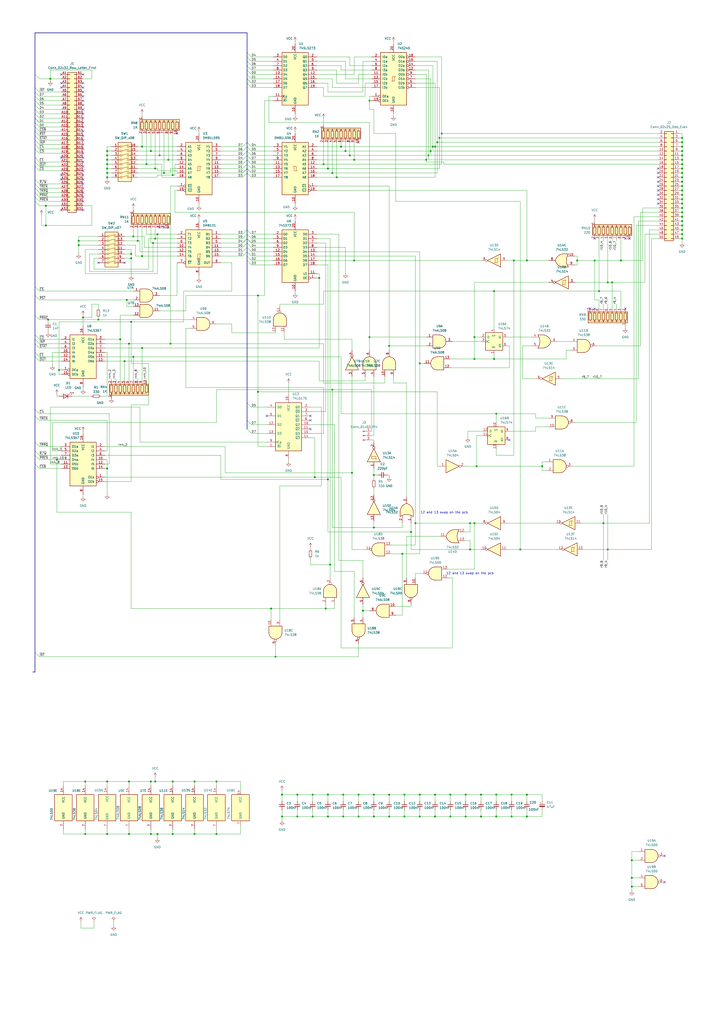
<source format=kicad_sch>
(kicad_sch
	(version 20231120)
	(generator "eeschema")
	(generator_version "8.0")
	(uuid "e19a99fd-b470-4733-b327-0374004eae11")
	(paper "A2" portrait)
	(title_block
		(title "4105-10")
		(date "2024-11-23")
		(rev "Ver 1.00")
		(company "SweProj.com")
	)
	(lib_symbols
		(symbol "74xx:74LS00"
			(pin_names
				(offset 1.016)
			)
			(exclude_from_sim no)
			(in_bom yes)
			(on_board yes)
			(property "Reference" "U"
				(at 0 1.27 0)
				(effects
					(font
						(size 1.27 1.27)
					)
				)
			)
			(property "Value" "74LS00"
				(at 0 -1.27 0)
				(effects
					(font
						(size 1.27 1.27)
					)
				)
			)
			(property "Footprint" ""
				(at 0 0 0)
				(effects
					(font
						(size 1.27 1.27)
					)
					(hide yes)
				)
			)
			(property "Datasheet" "http://www.ti.com/lit/gpn/sn74ls00"
				(at 0 0 0)
				(effects
					(font
						(size 1.27 1.27)
					)
					(hide yes)
				)
			)
			(property "Description" "quad 2-input NAND gate"
				(at 0 0 0)
				(effects
					(font
						(size 1.27 1.27)
					)
					(hide yes)
				)
			)
			(property "ki_locked" ""
				(at 0 0 0)
				(effects
					(font
						(size 1.27 1.27)
					)
				)
			)
			(property "ki_keywords" "TTL nand 2-input"
				(at 0 0 0)
				(effects
					(font
						(size 1.27 1.27)
					)
					(hide yes)
				)
			)
			(property "ki_fp_filters" "DIP*W7.62mm* SO14*"
				(at 0 0 0)
				(effects
					(font
						(size 1.27 1.27)
					)
					(hide yes)
				)
			)
			(symbol "74LS00_1_1"
				(arc
					(start 0 -3.81)
					(mid 3.7934 0)
					(end 0 3.81)
					(stroke
						(width 0.254)
						(type default)
					)
					(fill
						(type background)
					)
				)
				(polyline
					(pts
						(xy 0 3.81) (xy -3.81 3.81) (xy -3.81 -3.81) (xy 0 -3.81)
					)
					(stroke
						(width 0.254)
						(type default)
					)
					(fill
						(type background)
					)
				)
				(pin input line
					(at -7.62 2.54 0)
					(length 3.81)
					(name "~"
						(effects
							(font
								(size 1.27 1.27)
							)
						)
					)
					(number "1"
						(effects
							(font
								(size 1.27 1.27)
							)
						)
					)
				)
				(pin input line
					(at -7.62 -2.54 0)
					(length 3.81)
					(name "~"
						(effects
							(font
								(size 1.27 1.27)
							)
						)
					)
					(number "2"
						(effects
							(font
								(size 1.27 1.27)
							)
						)
					)
				)
				(pin output inverted
					(at 7.62 0 180)
					(length 3.81)
					(name "~"
						(effects
							(font
								(size 1.27 1.27)
							)
						)
					)
					(number "3"
						(effects
							(font
								(size 1.27 1.27)
							)
						)
					)
				)
			)
			(symbol "74LS00_1_2"
				(arc
					(start -3.81 -3.81)
					(mid -2.589 0)
					(end -3.81 3.81)
					(stroke
						(width 0.254)
						(type default)
					)
					(fill
						(type none)
					)
				)
				(arc
					(start -0.6096 -3.81)
					(mid 2.1842 -2.5851)
					(end 3.81 0)
					(stroke
						(width 0.254)
						(type default)
					)
					(fill
						(type background)
					)
				)
				(polyline
					(pts
						(xy -3.81 -3.81) (xy -0.635 -3.81)
					)
					(stroke
						(width 0.254)
						(type default)
					)
					(fill
						(type background)
					)
				)
				(polyline
					(pts
						(xy -3.81 3.81) (xy -0.635 3.81)
					)
					(stroke
						(width 0.254)
						(type default)
					)
					(fill
						(type background)
					)
				)
				(polyline
					(pts
						(xy -0.635 3.81) (xy -3.81 3.81) (xy -3.81 3.81) (xy -3.556 3.4036) (xy -3.0226 2.2606) (xy -2.6924 1.0414)
						(xy -2.6162 -0.254) (xy -2.7686 -1.4986) (xy -3.175 -2.7178) (xy -3.81 -3.81) (xy -3.81 -3.81)
						(xy -0.635 -3.81)
					)
					(stroke
						(width -25.4)
						(type default)
					)
					(fill
						(type background)
					)
				)
				(arc
					(start 3.81 0)
					(mid 2.1915 2.5936)
					(end -0.6096 3.81)
					(stroke
						(width 0.254)
						(type default)
					)
					(fill
						(type background)
					)
				)
				(pin input inverted
					(at -7.62 2.54 0)
					(length 4.318)
					(name "~"
						(effects
							(font
								(size 1.27 1.27)
							)
						)
					)
					(number "1"
						(effects
							(font
								(size 1.27 1.27)
							)
						)
					)
				)
				(pin input inverted
					(at -7.62 -2.54 0)
					(length 4.318)
					(name "~"
						(effects
							(font
								(size 1.27 1.27)
							)
						)
					)
					(number "2"
						(effects
							(font
								(size 1.27 1.27)
							)
						)
					)
				)
				(pin output line
					(at 7.62 0 180)
					(length 3.81)
					(name "~"
						(effects
							(font
								(size 1.27 1.27)
							)
						)
					)
					(number "3"
						(effects
							(font
								(size 1.27 1.27)
							)
						)
					)
				)
			)
			(symbol "74LS00_2_1"
				(arc
					(start 0 -3.81)
					(mid 3.7934 0)
					(end 0 3.81)
					(stroke
						(width 0.254)
						(type default)
					)
					(fill
						(type background)
					)
				)
				(polyline
					(pts
						(xy 0 3.81) (xy -3.81 3.81) (xy -3.81 -3.81) (xy 0 -3.81)
					)
					(stroke
						(width 0.254)
						(type default)
					)
					(fill
						(type background)
					)
				)
				(pin input line
					(at -7.62 2.54 0)
					(length 3.81)
					(name "~"
						(effects
							(font
								(size 1.27 1.27)
							)
						)
					)
					(number "4"
						(effects
							(font
								(size 1.27 1.27)
							)
						)
					)
				)
				(pin input line
					(at -7.62 -2.54 0)
					(length 3.81)
					(name "~"
						(effects
							(font
								(size 1.27 1.27)
							)
						)
					)
					(number "5"
						(effects
							(font
								(size 1.27 1.27)
							)
						)
					)
				)
				(pin output inverted
					(at 7.62 0 180)
					(length 3.81)
					(name "~"
						(effects
							(font
								(size 1.27 1.27)
							)
						)
					)
					(number "6"
						(effects
							(font
								(size 1.27 1.27)
							)
						)
					)
				)
			)
			(symbol "74LS00_2_2"
				(arc
					(start -3.81 -3.81)
					(mid -2.589 0)
					(end -3.81 3.81)
					(stroke
						(width 0.254)
						(type default)
					)
					(fill
						(type none)
					)
				)
				(arc
					(start -0.6096 -3.81)
					(mid 2.1842 -2.5851)
					(end 3.81 0)
					(stroke
						(width 0.254)
						(type default)
					)
					(fill
						(type background)
					)
				)
				(polyline
					(pts
						(xy -3.81 -3.81) (xy -0.635 -3.81)
					)
					(stroke
						(width 0.254)
						(type default)
					)
					(fill
						(type background)
					)
				)
				(polyline
					(pts
						(xy -3.81 3.81) (xy -0.635 3.81)
					)
					(stroke
						(width 0.254)
						(type default)
					)
					(fill
						(type background)
					)
				)
				(polyline
					(pts
						(xy -0.635 3.81) (xy -3.81 3.81) (xy -3.81 3.81) (xy -3.556 3.4036) (xy -3.0226 2.2606) (xy -2.6924 1.0414)
						(xy -2.6162 -0.254) (xy -2.7686 -1.4986) (xy -3.175 -2.7178) (xy -3.81 -3.81) (xy -3.81 -3.81)
						(xy -0.635 -3.81)
					)
					(stroke
						(width -25.4)
						(type default)
					)
					(fill
						(type background)
					)
				)
				(arc
					(start 3.81 0)
					(mid 2.1915 2.5936)
					(end -0.6096 3.81)
					(stroke
						(width 0.254)
						(type default)
					)
					(fill
						(type background)
					)
				)
				(pin input inverted
					(at -7.62 2.54 0)
					(length 4.318)
					(name "~"
						(effects
							(font
								(size 1.27 1.27)
							)
						)
					)
					(number "4"
						(effects
							(font
								(size 1.27 1.27)
							)
						)
					)
				)
				(pin input inverted
					(at -7.62 -2.54 0)
					(length 4.318)
					(name "~"
						(effects
							(font
								(size 1.27 1.27)
							)
						)
					)
					(number "5"
						(effects
							(font
								(size 1.27 1.27)
							)
						)
					)
				)
				(pin output line
					(at 7.62 0 180)
					(length 3.81)
					(name "~"
						(effects
							(font
								(size 1.27 1.27)
							)
						)
					)
					(number "6"
						(effects
							(font
								(size 1.27 1.27)
							)
						)
					)
				)
			)
			(symbol "74LS00_3_1"
				(arc
					(start 0 -3.81)
					(mid 3.7934 0)
					(end 0 3.81)
					(stroke
						(width 0.254)
						(type default)
					)
					(fill
						(type background)
					)
				)
				(polyline
					(pts
						(xy 0 3.81) (xy -3.81 3.81) (xy -3.81 -3.81) (xy 0 -3.81)
					)
					(stroke
						(width 0.254)
						(type default)
					)
					(fill
						(type background)
					)
				)
				(pin input line
					(at -7.62 -2.54 0)
					(length 3.81)
					(name "~"
						(effects
							(font
								(size 1.27 1.27)
							)
						)
					)
					(number "10"
						(effects
							(font
								(size 1.27 1.27)
							)
						)
					)
				)
				(pin output inverted
					(at 7.62 0 180)
					(length 3.81)
					(name "~"
						(effects
							(font
								(size 1.27 1.27)
							)
						)
					)
					(number "8"
						(effects
							(font
								(size 1.27 1.27)
							)
						)
					)
				)
				(pin input line
					(at -7.62 2.54 0)
					(length 3.81)
					(name "~"
						(effects
							(font
								(size 1.27 1.27)
							)
						)
					)
					(number "9"
						(effects
							(font
								(size 1.27 1.27)
							)
						)
					)
				)
			)
			(symbol "74LS00_3_2"
				(arc
					(start -3.81 -3.81)
					(mid -2.589 0)
					(end -3.81 3.81)
					(stroke
						(width 0.254)
						(type default)
					)
					(fill
						(type none)
					)
				)
				(arc
					(start -0.6096 -3.81)
					(mid 2.1842 -2.5851)
					(end 3.81 0)
					(stroke
						(width 0.254)
						(type default)
					)
					(fill
						(type background)
					)
				)
				(polyline
					(pts
						(xy -3.81 -3.81) (xy -0.635 -3.81)
					)
					(stroke
						(width 0.254)
						(type default)
					)
					(fill
						(type background)
					)
				)
				(polyline
					(pts
						(xy -3.81 3.81) (xy -0.635 3.81)
					)
					(stroke
						(width 0.254)
						(type default)
					)
					(fill
						(type background)
					)
				)
				(polyline
					(pts
						(xy -0.635 3.81) (xy -3.81 3.81) (xy -3.81 3.81) (xy -3.556 3.4036) (xy -3.0226 2.2606) (xy -2.6924 1.0414)
						(xy -2.6162 -0.254) (xy -2.7686 -1.4986) (xy -3.175 -2.7178) (xy -3.81 -3.81) (xy -3.81 -3.81)
						(xy -0.635 -3.81)
					)
					(stroke
						(width -25.4)
						(type default)
					)
					(fill
						(type background)
					)
				)
				(arc
					(start 3.81 0)
					(mid 2.1915 2.5936)
					(end -0.6096 3.81)
					(stroke
						(width 0.254)
						(type default)
					)
					(fill
						(type background)
					)
				)
				(pin input inverted
					(at -7.62 -2.54 0)
					(length 4.318)
					(name "~"
						(effects
							(font
								(size 1.27 1.27)
							)
						)
					)
					(number "10"
						(effects
							(font
								(size 1.27 1.27)
							)
						)
					)
				)
				(pin output line
					(at 7.62 0 180)
					(length 3.81)
					(name "~"
						(effects
							(font
								(size 1.27 1.27)
							)
						)
					)
					(number "8"
						(effects
							(font
								(size 1.27 1.27)
							)
						)
					)
				)
				(pin input inverted
					(at -7.62 2.54 0)
					(length 4.318)
					(name "~"
						(effects
							(font
								(size 1.27 1.27)
							)
						)
					)
					(number "9"
						(effects
							(font
								(size 1.27 1.27)
							)
						)
					)
				)
			)
			(symbol "74LS00_4_1"
				(arc
					(start 0 -3.81)
					(mid 3.7934 0)
					(end 0 3.81)
					(stroke
						(width 0.254)
						(type default)
					)
					(fill
						(type background)
					)
				)
				(polyline
					(pts
						(xy 0 3.81) (xy -3.81 3.81) (xy -3.81 -3.81) (xy 0 -3.81)
					)
					(stroke
						(width 0.254)
						(type default)
					)
					(fill
						(type background)
					)
				)
				(pin output inverted
					(at 7.62 0 180)
					(length 3.81)
					(name "~"
						(effects
							(font
								(size 1.27 1.27)
							)
						)
					)
					(number "11"
						(effects
							(font
								(size 1.27 1.27)
							)
						)
					)
				)
				(pin input line
					(at -7.62 2.54 0)
					(length 3.81)
					(name "~"
						(effects
							(font
								(size 1.27 1.27)
							)
						)
					)
					(number "12"
						(effects
							(font
								(size 1.27 1.27)
							)
						)
					)
				)
				(pin input line
					(at -7.62 -2.54 0)
					(length 3.81)
					(name "~"
						(effects
							(font
								(size 1.27 1.27)
							)
						)
					)
					(number "13"
						(effects
							(font
								(size 1.27 1.27)
							)
						)
					)
				)
			)
			(symbol "74LS00_4_2"
				(arc
					(start -3.81 -3.81)
					(mid -2.589 0)
					(end -3.81 3.81)
					(stroke
						(width 0.254)
						(type default)
					)
					(fill
						(type none)
					)
				)
				(arc
					(start -0.6096 -3.81)
					(mid 2.1842 -2.5851)
					(end 3.81 0)
					(stroke
						(width 0.254)
						(type default)
					)
					(fill
						(type background)
					)
				)
				(polyline
					(pts
						(xy -3.81 -3.81) (xy -0.635 -3.81)
					)
					(stroke
						(width 0.254)
						(type default)
					)
					(fill
						(type background)
					)
				)
				(polyline
					(pts
						(xy -3.81 3.81) (xy -0.635 3.81)
					)
					(stroke
						(width 0.254)
						(type default)
					)
					(fill
						(type background)
					)
				)
				(polyline
					(pts
						(xy -0.635 3.81) (xy -3.81 3.81) (xy -3.81 3.81) (xy -3.556 3.4036) (xy -3.0226 2.2606) (xy -2.6924 1.0414)
						(xy -2.6162 -0.254) (xy -2.7686 -1.4986) (xy -3.175 -2.7178) (xy -3.81 -3.81) (xy -3.81 -3.81)
						(xy -0.635 -3.81)
					)
					(stroke
						(width -25.4)
						(type default)
					)
					(fill
						(type background)
					)
				)
				(arc
					(start 3.81 0)
					(mid 2.1915 2.5936)
					(end -0.6096 3.81)
					(stroke
						(width 0.254)
						(type default)
					)
					(fill
						(type background)
					)
				)
				(pin output line
					(at 7.62 0 180)
					(length 3.81)
					(name "~"
						(effects
							(font
								(size 1.27 1.27)
							)
						)
					)
					(number "11"
						(effects
							(font
								(size 1.27 1.27)
							)
						)
					)
				)
				(pin input inverted
					(at -7.62 2.54 0)
					(length 4.318)
					(name "~"
						(effects
							(font
								(size 1.27 1.27)
							)
						)
					)
					(number "12"
						(effects
							(font
								(size 1.27 1.27)
							)
						)
					)
				)
				(pin input inverted
					(at -7.62 -2.54 0)
					(length 4.318)
					(name "~"
						(effects
							(font
								(size 1.27 1.27)
							)
						)
					)
					(number "13"
						(effects
							(font
								(size 1.27 1.27)
							)
						)
					)
				)
			)
			(symbol "74LS00_5_0"
				(pin power_in line
					(at 0 12.7 270)
					(length 5.08)
					(name "VCC"
						(effects
							(font
								(size 1.27 1.27)
							)
						)
					)
					(number "14"
						(effects
							(font
								(size 1.27 1.27)
							)
						)
					)
				)
				(pin power_in line
					(at 0 -12.7 90)
					(length 5.08)
					(name "GND"
						(effects
							(font
								(size 1.27 1.27)
							)
						)
					)
					(number "7"
						(effects
							(font
								(size 1.27 1.27)
							)
						)
					)
				)
			)
			(symbol "74LS00_5_1"
				(rectangle
					(start -5.08 7.62)
					(end 5.08 -7.62)
					(stroke
						(width 0.254)
						(type default)
					)
					(fill
						(type background)
					)
				)
			)
		)
		(symbol "74xx:74LS04"
			(exclude_from_sim no)
			(in_bom yes)
			(on_board yes)
			(property "Reference" "U"
				(at 0 1.27 0)
				(effects
					(font
						(size 1.27 1.27)
					)
				)
			)
			(property "Value" "74LS04"
				(at 0 -1.27 0)
				(effects
					(font
						(size 1.27 1.27)
					)
				)
			)
			(property "Footprint" ""
				(at 0 0 0)
				(effects
					(font
						(size 1.27 1.27)
					)
					(hide yes)
				)
			)
			(property "Datasheet" "http://www.ti.com/lit/gpn/sn74LS04"
				(at 0 0 0)
				(effects
					(font
						(size 1.27 1.27)
					)
					(hide yes)
				)
			)
			(property "Description" "Hex Inverter"
				(at 0 0 0)
				(effects
					(font
						(size 1.27 1.27)
					)
					(hide yes)
				)
			)
			(property "ki_locked" ""
				(at 0 0 0)
				(effects
					(font
						(size 1.27 1.27)
					)
				)
			)
			(property "ki_keywords" "TTL not inv"
				(at 0 0 0)
				(effects
					(font
						(size 1.27 1.27)
					)
					(hide yes)
				)
			)
			(property "ki_fp_filters" "DIP*W7.62mm* SSOP?14* TSSOP?14*"
				(at 0 0 0)
				(effects
					(font
						(size 1.27 1.27)
					)
					(hide yes)
				)
			)
			(symbol "74LS04_1_0"
				(polyline
					(pts
						(xy -3.81 3.81) (xy -3.81 -3.81) (xy 3.81 0) (xy -3.81 3.81)
					)
					(stroke
						(width 0.254)
						(type default)
					)
					(fill
						(type background)
					)
				)
				(pin input line
					(at -7.62 0 0)
					(length 3.81)
					(name "~"
						(effects
							(font
								(size 1.27 1.27)
							)
						)
					)
					(number "1"
						(effects
							(font
								(size 1.27 1.27)
							)
						)
					)
				)
				(pin output inverted
					(at 7.62 0 180)
					(length 3.81)
					(name "~"
						(effects
							(font
								(size 1.27 1.27)
							)
						)
					)
					(number "2"
						(effects
							(font
								(size 1.27 1.27)
							)
						)
					)
				)
			)
			(symbol "74LS04_2_0"
				(polyline
					(pts
						(xy -3.81 3.81) (xy -3.81 -3.81) (xy 3.81 0) (xy -3.81 3.81)
					)
					(stroke
						(width 0.254)
						(type default)
					)
					(fill
						(type background)
					)
				)
				(pin input line
					(at -7.62 0 0)
					(length 3.81)
					(name "~"
						(effects
							(font
								(size 1.27 1.27)
							)
						)
					)
					(number "3"
						(effects
							(font
								(size 1.27 1.27)
							)
						)
					)
				)
				(pin output inverted
					(at 7.62 0 180)
					(length 3.81)
					(name "~"
						(effects
							(font
								(size 1.27 1.27)
							)
						)
					)
					(number "4"
						(effects
							(font
								(size 1.27 1.27)
							)
						)
					)
				)
			)
			(symbol "74LS04_3_0"
				(polyline
					(pts
						(xy -3.81 3.81) (xy -3.81 -3.81) (xy 3.81 0) (xy -3.81 3.81)
					)
					(stroke
						(width 0.254)
						(type default)
					)
					(fill
						(type background)
					)
				)
				(pin input line
					(at -7.62 0 0)
					(length 3.81)
					(name "~"
						(effects
							(font
								(size 1.27 1.27)
							)
						)
					)
					(number "5"
						(effects
							(font
								(size 1.27 1.27)
							)
						)
					)
				)
				(pin output inverted
					(at 7.62 0 180)
					(length 3.81)
					(name "~"
						(effects
							(font
								(size 1.27 1.27)
							)
						)
					)
					(number "6"
						(effects
							(font
								(size 1.27 1.27)
							)
						)
					)
				)
			)
			(symbol "74LS04_4_0"
				(polyline
					(pts
						(xy -3.81 3.81) (xy -3.81 -3.81) (xy 3.81 0) (xy -3.81 3.81)
					)
					(stroke
						(width 0.254)
						(type default)
					)
					(fill
						(type background)
					)
				)
				(pin output inverted
					(at 7.62 0 180)
					(length 3.81)
					(name "~"
						(effects
							(font
								(size 1.27 1.27)
							)
						)
					)
					(number "8"
						(effects
							(font
								(size 1.27 1.27)
							)
						)
					)
				)
				(pin input line
					(at -7.62 0 0)
					(length 3.81)
					(name "~"
						(effects
							(font
								(size 1.27 1.27)
							)
						)
					)
					(number "9"
						(effects
							(font
								(size 1.27 1.27)
							)
						)
					)
				)
			)
			(symbol "74LS04_5_0"
				(polyline
					(pts
						(xy -3.81 3.81) (xy -3.81 -3.81) (xy 3.81 0) (xy -3.81 3.81)
					)
					(stroke
						(width 0.254)
						(type default)
					)
					(fill
						(type background)
					)
				)
				(pin output inverted
					(at 7.62 0 180)
					(length 3.81)
					(name "~"
						(effects
							(font
								(size 1.27 1.27)
							)
						)
					)
					(number "10"
						(effects
							(font
								(size 1.27 1.27)
							)
						)
					)
				)
				(pin input line
					(at -7.62 0 0)
					(length 3.81)
					(name "~"
						(effects
							(font
								(size 1.27 1.27)
							)
						)
					)
					(number "11"
						(effects
							(font
								(size 1.27 1.27)
							)
						)
					)
				)
			)
			(symbol "74LS04_6_0"
				(polyline
					(pts
						(xy -3.81 3.81) (xy -3.81 -3.81) (xy 3.81 0) (xy -3.81 3.81)
					)
					(stroke
						(width 0.254)
						(type default)
					)
					(fill
						(type background)
					)
				)
				(pin output inverted
					(at 7.62 0 180)
					(length 3.81)
					(name "~"
						(effects
							(font
								(size 1.27 1.27)
							)
						)
					)
					(number "12"
						(effects
							(font
								(size 1.27 1.27)
							)
						)
					)
				)
				(pin input line
					(at -7.62 0 0)
					(length 3.81)
					(name "~"
						(effects
							(font
								(size 1.27 1.27)
							)
						)
					)
					(number "13"
						(effects
							(font
								(size 1.27 1.27)
							)
						)
					)
				)
			)
			(symbol "74LS04_7_0"
				(pin power_in line
					(at 0 12.7 270)
					(length 5.08)
					(name "VCC"
						(effects
							(font
								(size 1.27 1.27)
							)
						)
					)
					(number "14"
						(effects
							(font
								(size 1.27 1.27)
							)
						)
					)
				)
				(pin power_in line
					(at 0 -12.7 90)
					(length 5.08)
					(name "GND"
						(effects
							(font
								(size 1.27 1.27)
							)
						)
					)
					(number "7"
						(effects
							(font
								(size 1.27 1.27)
							)
						)
					)
				)
			)
			(symbol "74LS04_7_1"
				(rectangle
					(start -5.08 7.62)
					(end 5.08 -7.62)
					(stroke
						(width 0.254)
						(type default)
					)
					(fill
						(type background)
					)
				)
			)
		)
		(symbol "74xx:74LS08"
			(pin_names
				(offset 1.016)
			)
			(exclude_from_sim no)
			(in_bom yes)
			(on_board yes)
			(property "Reference" "U"
				(at 0 1.27 0)
				(effects
					(font
						(size 1.27 1.27)
					)
				)
			)
			(property "Value" "74LS08"
				(at 0 -1.27 0)
				(effects
					(font
						(size 1.27 1.27)
					)
				)
			)
			(property "Footprint" ""
				(at 0 0 0)
				(effects
					(font
						(size 1.27 1.27)
					)
					(hide yes)
				)
			)
			(property "Datasheet" "http://www.ti.com/lit/gpn/sn74LS08"
				(at 0 0 0)
				(effects
					(font
						(size 1.27 1.27)
					)
					(hide yes)
				)
			)
			(property "Description" "Quad And2"
				(at 0 0 0)
				(effects
					(font
						(size 1.27 1.27)
					)
					(hide yes)
				)
			)
			(property "ki_locked" ""
				(at 0 0 0)
				(effects
					(font
						(size 1.27 1.27)
					)
				)
			)
			(property "ki_keywords" "TTL and2"
				(at 0 0 0)
				(effects
					(font
						(size 1.27 1.27)
					)
					(hide yes)
				)
			)
			(property "ki_fp_filters" "DIP*W7.62mm*"
				(at 0 0 0)
				(effects
					(font
						(size 1.27 1.27)
					)
					(hide yes)
				)
			)
			(symbol "74LS08_1_1"
				(arc
					(start 0 -3.81)
					(mid 3.7934 0)
					(end 0 3.81)
					(stroke
						(width 0.254)
						(type default)
					)
					(fill
						(type background)
					)
				)
				(polyline
					(pts
						(xy 0 3.81) (xy -3.81 3.81) (xy -3.81 -3.81) (xy 0 -3.81)
					)
					(stroke
						(width 0.254)
						(type default)
					)
					(fill
						(type background)
					)
				)
				(pin input line
					(at -7.62 2.54 0)
					(length 3.81)
					(name "~"
						(effects
							(font
								(size 1.27 1.27)
							)
						)
					)
					(number "1"
						(effects
							(font
								(size 1.27 1.27)
							)
						)
					)
				)
				(pin input line
					(at -7.62 -2.54 0)
					(length 3.81)
					(name "~"
						(effects
							(font
								(size 1.27 1.27)
							)
						)
					)
					(number "2"
						(effects
							(font
								(size 1.27 1.27)
							)
						)
					)
				)
				(pin output line
					(at 7.62 0 180)
					(length 3.81)
					(name "~"
						(effects
							(font
								(size 1.27 1.27)
							)
						)
					)
					(number "3"
						(effects
							(font
								(size 1.27 1.27)
							)
						)
					)
				)
			)
			(symbol "74LS08_1_2"
				(arc
					(start -3.81 -3.81)
					(mid -2.589 0)
					(end -3.81 3.81)
					(stroke
						(width 0.254)
						(type default)
					)
					(fill
						(type none)
					)
				)
				(arc
					(start -0.6096 -3.81)
					(mid 2.1842 -2.5851)
					(end 3.81 0)
					(stroke
						(width 0.254)
						(type default)
					)
					(fill
						(type background)
					)
				)
				(polyline
					(pts
						(xy -3.81 -3.81) (xy -0.635 -3.81)
					)
					(stroke
						(width 0.254)
						(type default)
					)
					(fill
						(type background)
					)
				)
				(polyline
					(pts
						(xy -3.81 3.81) (xy -0.635 3.81)
					)
					(stroke
						(width 0.254)
						(type default)
					)
					(fill
						(type background)
					)
				)
				(polyline
					(pts
						(xy -0.635 3.81) (xy -3.81 3.81) (xy -3.81 3.81) (xy -3.556 3.4036) (xy -3.0226 2.2606) (xy -2.6924 1.0414)
						(xy -2.6162 -0.254) (xy -2.7686 -1.4986) (xy -3.175 -2.7178) (xy -3.81 -3.81) (xy -3.81 -3.81)
						(xy -0.635 -3.81)
					)
					(stroke
						(width -25.4)
						(type default)
					)
					(fill
						(type background)
					)
				)
				(arc
					(start 3.81 0)
					(mid 2.1915 2.5936)
					(end -0.6096 3.81)
					(stroke
						(width 0.254)
						(type default)
					)
					(fill
						(type background)
					)
				)
				(pin input inverted
					(at -7.62 2.54 0)
					(length 4.318)
					(name "~"
						(effects
							(font
								(size 1.27 1.27)
							)
						)
					)
					(number "1"
						(effects
							(font
								(size 1.27 1.27)
							)
						)
					)
				)
				(pin input inverted
					(at -7.62 -2.54 0)
					(length 4.318)
					(name "~"
						(effects
							(font
								(size 1.27 1.27)
							)
						)
					)
					(number "2"
						(effects
							(font
								(size 1.27 1.27)
							)
						)
					)
				)
				(pin output inverted
					(at 7.62 0 180)
					(length 3.81)
					(name "~"
						(effects
							(font
								(size 1.27 1.27)
							)
						)
					)
					(number "3"
						(effects
							(font
								(size 1.27 1.27)
							)
						)
					)
				)
			)
			(symbol "74LS08_2_1"
				(arc
					(start 0 -3.81)
					(mid 3.7934 0)
					(end 0 3.81)
					(stroke
						(width 0.254)
						(type default)
					)
					(fill
						(type background)
					)
				)
				(polyline
					(pts
						(xy 0 3.81) (xy -3.81 3.81) (xy -3.81 -3.81) (xy 0 -3.81)
					)
					(stroke
						(width 0.254)
						(type default)
					)
					(fill
						(type background)
					)
				)
				(pin input line
					(at -7.62 2.54 0)
					(length 3.81)
					(name "~"
						(effects
							(font
								(size 1.27 1.27)
							)
						)
					)
					(number "4"
						(effects
							(font
								(size 1.27 1.27)
							)
						)
					)
				)
				(pin input line
					(at -7.62 -2.54 0)
					(length 3.81)
					(name "~"
						(effects
							(font
								(size 1.27 1.27)
							)
						)
					)
					(number "5"
						(effects
							(font
								(size 1.27 1.27)
							)
						)
					)
				)
				(pin output line
					(at 7.62 0 180)
					(length 3.81)
					(name "~"
						(effects
							(font
								(size 1.27 1.27)
							)
						)
					)
					(number "6"
						(effects
							(font
								(size 1.27 1.27)
							)
						)
					)
				)
			)
			(symbol "74LS08_2_2"
				(arc
					(start -3.81 -3.81)
					(mid -2.589 0)
					(end -3.81 3.81)
					(stroke
						(width 0.254)
						(type default)
					)
					(fill
						(type none)
					)
				)
				(arc
					(start -0.6096 -3.81)
					(mid 2.1842 -2.5851)
					(end 3.81 0)
					(stroke
						(width 0.254)
						(type default)
					)
					(fill
						(type background)
					)
				)
				(polyline
					(pts
						(xy -3.81 -3.81) (xy -0.635 -3.81)
					)
					(stroke
						(width 0.254)
						(type default)
					)
					(fill
						(type background)
					)
				)
				(polyline
					(pts
						(xy -3.81 3.81) (xy -0.635 3.81)
					)
					(stroke
						(width 0.254)
						(type default)
					)
					(fill
						(type background)
					)
				)
				(polyline
					(pts
						(xy -0.635 3.81) (xy -3.81 3.81) (xy -3.81 3.81) (xy -3.556 3.4036) (xy -3.0226 2.2606) (xy -2.6924 1.0414)
						(xy -2.6162 -0.254) (xy -2.7686 -1.4986) (xy -3.175 -2.7178) (xy -3.81 -3.81) (xy -3.81 -3.81)
						(xy -0.635 -3.81)
					)
					(stroke
						(width -25.4)
						(type default)
					)
					(fill
						(type background)
					)
				)
				(arc
					(start 3.81 0)
					(mid 2.1915 2.5936)
					(end -0.6096 3.81)
					(stroke
						(width 0.254)
						(type default)
					)
					(fill
						(type background)
					)
				)
				(pin input inverted
					(at -7.62 2.54 0)
					(length 4.318)
					(name "~"
						(effects
							(font
								(size 1.27 1.27)
							)
						)
					)
					(number "4"
						(effects
							(font
								(size 1.27 1.27)
							)
						)
					)
				)
				(pin input inverted
					(at -7.62 -2.54 0)
					(length 4.318)
					(name "~"
						(effects
							(font
								(size 1.27 1.27)
							)
						)
					)
					(number "5"
						(effects
							(font
								(size 1.27 1.27)
							)
						)
					)
				)
				(pin output inverted
					(at 7.62 0 180)
					(length 3.81)
					(name "~"
						(effects
							(font
								(size 1.27 1.27)
							)
						)
					)
					(number "6"
						(effects
							(font
								(size 1.27 1.27)
							)
						)
					)
				)
			)
			(symbol "74LS08_3_1"
				(arc
					(start 0 -3.81)
					(mid 3.7934 0)
					(end 0 3.81)
					(stroke
						(width 0.254)
						(type default)
					)
					(fill
						(type background)
					)
				)
				(polyline
					(pts
						(xy 0 3.81) (xy -3.81 3.81) (xy -3.81 -3.81) (xy 0 -3.81)
					)
					(stroke
						(width 0.254)
						(type default)
					)
					(fill
						(type background)
					)
				)
				(pin input line
					(at -7.62 -2.54 0)
					(length 3.81)
					(name "~"
						(effects
							(font
								(size 1.27 1.27)
							)
						)
					)
					(number "10"
						(effects
							(font
								(size 1.27 1.27)
							)
						)
					)
				)
				(pin output line
					(at 7.62 0 180)
					(length 3.81)
					(name "~"
						(effects
							(font
								(size 1.27 1.27)
							)
						)
					)
					(number "8"
						(effects
							(font
								(size 1.27 1.27)
							)
						)
					)
				)
				(pin input line
					(at -7.62 2.54 0)
					(length 3.81)
					(name "~"
						(effects
							(font
								(size 1.27 1.27)
							)
						)
					)
					(number "9"
						(effects
							(font
								(size 1.27 1.27)
							)
						)
					)
				)
			)
			(symbol "74LS08_3_2"
				(arc
					(start -3.81 -3.81)
					(mid -2.589 0)
					(end -3.81 3.81)
					(stroke
						(width 0.254)
						(type default)
					)
					(fill
						(type none)
					)
				)
				(arc
					(start -0.6096 -3.81)
					(mid 2.1842 -2.5851)
					(end 3.81 0)
					(stroke
						(width 0.254)
						(type default)
					)
					(fill
						(type background)
					)
				)
				(polyline
					(pts
						(xy -3.81 -3.81) (xy -0.635 -3.81)
					)
					(stroke
						(width 0.254)
						(type default)
					)
					(fill
						(type background)
					)
				)
				(polyline
					(pts
						(xy -3.81 3.81) (xy -0.635 3.81)
					)
					(stroke
						(width 0.254)
						(type default)
					)
					(fill
						(type background)
					)
				)
				(polyline
					(pts
						(xy -0.635 3.81) (xy -3.81 3.81) (xy -3.81 3.81) (xy -3.556 3.4036) (xy -3.0226 2.2606) (xy -2.6924 1.0414)
						(xy -2.6162 -0.254) (xy -2.7686 -1.4986) (xy -3.175 -2.7178) (xy -3.81 -3.81) (xy -3.81 -3.81)
						(xy -0.635 -3.81)
					)
					(stroke
						(width -25.4)
						(type default)
					)
					(fill
						(type background)
					)
				)
				(arc
					(start 3.81 0)
					(mid 2.1915 2.5936)
					(end -0.6096 3.81)
					(stroke
						(width 0.254)
						(type default)
					)
					(fill
						(type background)
					)
				)
				(pin input inverted
					(at -7.62 -2.54 0)
					(length 4.318)
					(name "~"
						(effects
							(font
								(size 1.27 1.27)
							)
						)
					)
					(number "10"
						(effects
							(font
								(size 1.27 1.27)
							)
						)
					)
				)
				(pin output inverted
					(at 7.62 0 180)
					(length 3.81)
					(name "~"
						(effects
							(font
								(size 1.27 1.27)
							)
						)
					)
					(number "8"
						(effects
							(font
								(size 1.27 1.27)
							)
						)
					)
				)
				(pin input inverted
					(at -7.62 2.54 0)
					(length 4.318)
					(name "~"
						(effects
							(font
								(size 1.27 1.27)
							)
						)
					)
					(number "9"
						(effects
							(font
								(size 1.27 1.27)
							)
						)
					)
				)
			)
			(symbol "74LS08_4_1"
				(arc
					(start 0 -3.81)
					(mid 3.7934 0)
					(end 0 3.81)
					(stroke
						(width 0.254)
						(type default)
					)
					(fill
						(type background)
					)
				)
				(polyline
					(pts
						(xy 0 3.81) (xy -3.81 3.81) (xy -3.81 -3.81) (xy 0 -3.81)
					)
					(stroke
						(width 0.254)
						(type default)
					)
					(fill
						(type background)
					)
				)
				(pin output line
					(at 7.62 0 180)
					(length 3.81)
					(name "~"
						(effects
							(font
								(size 1.27 1.27)
							)
						)
					)
					(number "11"
						(effects
							(font
								(size 1.27 1.27)
							)
						)
					)
				)
				(pin input line
					(at -7.62 2.54 0)
					(length 3.81)
					(name "~"
						(effects
							(font
								(size 1.27 1.27)
							)
						)
					)
					(number "12"
						(effects
							(font
								(size 1.27 1.27)
							)
						)
					)
				)
				(pin input line
					(at -7.62 -2.54 0)
					(length 3.81)
					(name "~"
						(effects
							(font
								(size 1.27 1.27)
							)
						)
					)
					(number "13"
						(effects
							(font
								(size 1.27 1.27)
							)
						)
					)
				)
			)
			(symbol "74LS08_4_2"
				(arc
					(start -3.81 -3.81)
					(mid -2.589 0)
					(end -3.81 3.81)
					(stroke
						(width 0.254)
						(type default)
					)
					(fill
						(type none)
					)
				)
				(arc
					(start -0.6096 -3.81)
					(mid 2.1842 -2.5851)
					(end 3.81 0)
					(stroke
						(width 0.254)
						(type default)
					)
					(fill
						(type background)
					)
				)
				(polyline
					(pts
						(xy -3.81 -3.81) (xy -0.635 -3.81)
					)
					(stroke
						(width 0.254)
						(type default)
					)
					(fill
						(type background)
					)
				)
				(polyline
					(pts
						(xy -3.81 3.81) (xy -0.635 3.81)
					)
					(stroke
						(width 0.254)
						(type default)
					)
					(fill
						(type background)
					)
				)
				(polyline
					(pts
						(xy -0.635 3.81) (xy -3.81 3.81) (xy -3.81 3.81) (xy -3.556 3.4036) (xy -3.0226 2.2606) (xy -2.6924 1.0414)
						(xy -2.6162 -0.254) (xy -2.7686 -1.4986) (xy -3.175 -2.7178) (xy -3.81 -3.81) (xy -3.81 -3.81)
						(xy -0.635 -3.81)
					)
					(stroke
						(width -25.4)
						(type default)
					)
					(fill
						(type background)
					)
				)
				(arc
					(start 3.81 0)
					(mid 2.1915 2.5936)
					(end -0.6096 3.81)
					(stroke
						(width 0.254)
						(type default)
					)
					(fill
						(type background)
					)
				)
				(pin output inverted
					(at 7.62 0 180)
					(length 3.81)
					(name "~"
						(effects
							(font
								(size 1.27 1.27)
							)
						)
					)
					(number "11"
						(effects
							(font
								(size 1.27 1.27)
							)
						)
					)
				)
				(pin input inverted
					(at -7.62 2.54 0)
					(length 4.318)
					(name "~"
						(effects
							(font
								(size 1.27 1.27)
							)
						)
					)
					(number "12"
						(effects
							(font
								(size 1.27 1.27)
							)
						)
					)
				)
				(pin input inverted
					(at -7.62 -2.54 0)
					(length 4.318)
					(name "~"
						(effects
							(font
								(size 1.27 1.27)
							)
						)
					)
					(number "13"
						(effects
							(font
								(size 1.27 1.27)
							)
						)
					)
				)
			)
			(symbol "74LS08_5_0"
				(pin power_in line
					(at 0 12.7 270)
					(length 5.08)
					(name "VCC"
						(effects
							(font
								(size 1.27 1.27)
							)
						)
					)
					(number "14"
						(effects
							(font
								(size 1.27 1.27)
							)
						)
					)
				)
				(pin power_in line
					(at 0 -12.7 90)
					(length 5.08)
					(name "GND"
						(effects
							(font
								(size 1.27 1.27)
							)
						)
					)
					(number "7"
						(effects
							(font
								(size 1.27 1.27)
							)
						)
					)
				)
			)
			(symbol "74LS08_5_1"
				(rectangle
					(start -5.08 7.62)
					(end 5.08 -7.62)
					(stroke
						(width 0.254)
						(type default)
					)
					(fill
						(type background)
					)
				)
			)
		)
		(symbol "74xx:74LS14"
			(pin_names
				(offset 1.016)
			)
			(exclude_from_sim no)
			(in_bom yes)
			(on_board yes)
			(property "Reference" "U"
				(at 0 1.27 0)
				(effects
					(font
						(size 1.27 1.27)
					)
				)
			)
			(property "Value" "74LS14"
				(at 0 -1.27 0)
				(effects
					(font
						(size 1.27 1.27)
					)
				)
			)
			(property "Footprint" ""
				(at 0 0 0)
				(effects
					(font
						(size 1.27 1.27)
					)
					(hide yes)
				)
			)
			(property "Datasheet" "http://www.ti.com/lit/gpn/sn74LS14"
				(at 0 0 0)
				(effects
					(font
						(size 1.27 1.27)
					)
					(hide yes)
				)
			)
			(property "Description" "Hex inverter schmitt trigger"
				(at 0 0 0)
				(effects
					(font
						(size 1.27 1.27)
					)
					(hide yes)
				)
			)
			(property "ki_locked" ""
				(at 0 0 0)
				(effects
					(font
						(size 1.27 1.27)
					)
				)
			)
			(property "ki_keywords" "TTL not inverter"
				(at 0 0 0)
				(effects
					(font
						(size 1.27 1.27)
					)
					(hide yes)
				)
			)
			(property "ki_fp_filters" "DIP*W7.62mm*"
				(at 0 0 0)
				(effects
					(font
						(size 1.27 1.27)
					)
					(hide yes)
				)
			)
			(symbol "74LS14_1_0"
				(polyline
					(pts
						(xy -3.81 3.81) (xy -3.81 -3.81) (xy 3.81 0) (xy -3.81 3.81)
					)
					(stroke
						(width 0.254)
						(type default)
					)
					(fill
						(type background)
					)
				)
				(pin input line
					(at -7.62 0 0)
					(length 3.81)
					(name "~"
						(effects
							(font
								(size 1.27 1.27)
							)
						)
					)
					(number "1"
						(effects
							(font
								(size 1.27 1.27)
							)
						)
					)
				)
				(pin output inverted
					(at 7.62 0 180)
					(length 3.81)
					(name "~"
						(effects
							(font
								(size 1.27 1.27)
							)
						)
					)
					(number "2"
						(effects
							(font
								(size 1.27 1.27)
							)
						)
					)
				)
			)
			(symbol "74LS14_1_1"
				(polyline
					(pts
						(xy -1.905 -1.27) (xy -1.905 1.27) (xy -0.635 1.27)
					)
					(stroke
						(width 0)
						(type default)
					)
					(fill
						(type none)
					)
				)
				(polyline
					(pts
						(xy -2.54 -1.27) (xy -0.635 -1.27) (xy -0.635 1.27) (xy 0 1.27)
					)
					(stroke
						(width 0)
						(type default)
					)
					(fill
						(type none)
					)
				)
			)
			(symbol "74LS14_2_0"
				(polyline
					(pts
						(xy -3.81 3.81) (xy -3.81 -3.81) (xy 3.81 0) (xy -3.81 3.81)
					)
					(stroke
						(width 0.254)
						(type default)
					)
					(fill
						(type background)
					)
				)
				(pin input line
					(at -7.62 0 0)
					(length 3.81)
					(name "~"
						(effects
							(font
								(size 1.27 1.27)
							)
						)
					)
					(number "3"
						(effects
							(font
								(size 1.27 1.27)
							)
						)
					)
				)
				(pin output inverted
					(at 7.62 0 180)
					(length 3.81)
					(name "~"
						(effects
							(font
								(size 1.27 1.27)
							)
						)
					)
					(number "4"
						(effects
							(font
								(size 1.27 1.27)
							)
						)
					)
				)
			)
			(symbol "74LS14_2_1"
				(polyline
					(pts
						(xy -1.905 -1.27) (xy -1.905 1.27) (xy -0.635 1.27)
					)
					(stroke
						(width 0)
						(type default)
					)
					(fill
						(type none)
					)
				)
				(polyline
					(pts
						(xy -2.54 -1.27) (xy -0.635 -1.27) (xy -0.635 1.27) (xy 0 1.27)
					)
					(stroke
						(width 0)
						(type default)
					)
					(fill
						(type none)
					)
				)
			)
			(symbol "74LS14_3_0"
				(polyline
					(pts
						(xy -3.81 3.81) (xy -3.81 -3.81) (xy 3.81 0) (xy -3.81 3.81)
					)
					(stroke
						(width 0.254)
						(type default)
					)
					(fill
						(type background)
					)
				)
				(pin input line
					(at -7.62 0 0)
					(length 3.81)
					(name "~"
						(effects
							(font
								(size 1.27 1.27)
							)
						)
					)
					(number "5"
						(effects
							(font
								(size 1.27 1.27)
							)
						)
					)
				)
				(pin output inverted
					(at 7.62 0 180)
					(length 3.81)
					(name "~"
						(effects
							(font
								(size 1.27 1.27)
							)
						)
					)
					(number "6"
						(effects
							(font
								(size 1.27 1.27)
							)
						)
					)
				)
			)
			(symbol "74LS14_3_1"
				(polyline
					(pts
						(xy -1.905 -1.27) (xy -1.905 1.27) (xy -0.635 1.27)
					)
					(stroke
						(width 0)
						(type default)
					)
					(fill
						(type none)
					)
				)
				(polyline
					(pts
						(xy -2.54 -1.27) (xy -0.635 -1.27) (xy -0.635 1.27) (xy 0 1.27)
					)
					(stroke
						(width 0)
						(type default)
					)
					(fill
						(type none)
					)
				)
			)
			(symbol "74LS14_4_0"
				(polyline
					(pts
						(xy -3.81 3.81) (xy -3.81 -3.81) (xy 3.81 0) (xy -3.81 3.81)
					)
					(stroke
						(width 0.254)
						(type default)
					)
					(fill
						(type background)
					)
				)
				(pin output inverted
					(at 7.62 0 180)
					(length 3.81)
					(name "~"
						(effects
							(font
								(size 1.27 1.27)
							)
						)
					)
					(number "8"
						(effects
							(font
								(size 1.27 1.27)
							)
						)
					)
				)
				(pin input line
					(at -7.62 0 0)
					(length 3.81)
					(name "~"
						(effects
							(font
								(size 1.27 1.27)
							)
						)
					)
					(number "9"
						(effects
							(font
								(size 1.27 1.27)
							)
						)
					)
				)
			)
			(symbol "74LS14_4_1"
				(polyline
					(pts
						(xy -1.905 -1.27) (xy -1.905 1.27) (xy -0.635 1.27)
					)
					(stroke
						(width 0)
						(type default)
					)
					(fill
						(type none)
					)
				)
				(polyline
					(pts
						(xy -2.54 -1.27) (xy -0.635 -1.27) (xy -0.635 1.27) (xy 0 1.27)
					)
					(stroke
						(width 0)
						(type default)
					)
					(fill
						(type none)
					)
				)
			)
			(symbol "74LS14_5_0"
				(polyline
					(pts
						(xy -3.81 3.81) (xy -3.81 -3.81) (xy 3.81 0) (xy -3.81 3.81)
					)
					(stroke
						(width 0.254)
						(type default)
					)
					(fill
						(type background)
					)
				)
				(pin output inverted
					(at 7.62 0 180)
					(length 3.81)
					(name "~"
						(effects
							(font
								(size 1.27 1.27)
							)
						)
					)
					(number "10"
						(effects
							(font
								(size 1.27 1.27)
							)
						)
					)
				)
				(pin input line
					(at -7.62 0 0)
					(length 3.81)
					(name "~"
						(effects
							(font
								(size 1.27 1.27)
							)
						)
					)
					(number "11"
						(effects
							(font
								(size 1.27 1.27)
							)
						)
					)
				)
			)
			(symbol "74LS14_5_1"
				(polyline
					(pts
						(xy -1.905 -1.27) (xy -1.905 1.27) (xy -0.635 1.27)
					)
					(stroke
						(width 0)
						(type default)
					)
					(fill
						(type none)
					)
				)
				(polyline
					(pts
						(xy -2.54 -1.27) (xy -0.635 -1.27) (xy -0.635 1.27) (xy 0 1.27)
					)
					(stroke
						(width 0)
						(type default)
					)
					(fill
						(type none)
					)
				)
			)
			(symbol "74LS14_6_0"
				(polyline
					(pts
						(xy -3.81 3.81) (xy -3.81 -3.81) (xy 3.81 0) (xy -3.81 3.81)
					)
					(stroke
						(width 0.254)
						(type default)
					)
					(fill
						(type background)
					)
				)
				(pin output inverted
					(at 7.62 0 180)
					(length 3.81)
					(name "~"
						(effects
							(font
								(size 1.27 1.27)
							)
						)
					)
					(number "12"
						(effects
							(font
								(size 1.27 1.27)
							)
						)
					)
				)
				(pin input line
					(at -7.62 0 0)
					(length 3.81)
					(name "~"
						(effects
							(font
								(size 1.27 1.27)
							)
						)
					)
					(number "13"
						(effects
							(font
								(size 1.27 1.27)
							)
						)
					)
				)
			)
			(symbol "74LS14_6_1"
				(polyline
					(pts
						(xy -1.905 -1.27) (xy -1.905 1.27) (xy -0.635 1.27)
					)
					(stroke
						(width 0)
						(type default)
					)
					(fill
						(type none)
					)
				)
				(polyline
					(pts
						(xy -2.54 -1.27) (xy -0.635 -1.27) (xy -0.635 1.27) (xy 0 1.27)
					)
					(stroke
						(width 0)
						(type default)
					)
					(fill
						(type none)
					)
				)
			)
			(symbol "74LS14_7_0"
				(pin power_in line
					(at 0 12.7 270)
					(length 5.08)
					(name "VCC"
						(effects
							(font
								(size 1.27 1.27)
							)
						)
					)
					(number "14"
						(effects
							(font
								(size 1.27 1.27)
							)
						)
					)
				)
				(pin power_in line
					(at 0 -12.7 90)
					(length 5.08)
					(name "GND"
						(effects
							(font
								(size 1.27 1.27)
							)
						)
					)
					(number "7"
						(effects
							(font
								(size 1.27 1.27)
							)
						)
					)
				)
			)
			(symbol "74LS14_7_1"
				(rectangle
					(start -5.08 7.62)
					(end 5.08 -7.62)
					(stroke
						(width 0.254)
						(type default)
					)
					(fill
						(type background)
					)
				)
			)
		)
		(symbol "74xx:74LS175"
			(pin_names
				(offset 1.016)
			)
			(exclude_from_sim no)
			(in_bom yes)
			(on_board yes)
			(property "Reference" "U"
				(at -7.62 13.97 0)
				(effects
					(font
						(size 1.27 1.27)
					)
				)
			)
			(property "Value" "74LS175"
				(at -7.62 -16.51 0)
				(effects
					(font
						(size 1.27 1.27)
					)
				)
			)
			(property "Footprint" ""
				(at 0 0 0)
				(effects
					(font
						(size 1.27 1.27)
					)
					(hide yes)
				)
			)
			(property "Datasheet" "http://www.ti.com/lit/gpn/sn74LS175"
				(at 0 0 0)
				(effects
					(font
						(size 1.27 1.27)
					)
					(hide yes)
				)
			)
			(property "Description" "4-bit D Flip-Flop, reset"
				(at 0 0 0)
				(effects
					(font
						(size 1.27 1.27)
					)
					(hide yes)
				)
			)
			(property "ki_locked" ""
				(at 0 0 0)
				(effects
					(font
						(size 1.27 1.27)
					)
				)
			)
			(property "ki_keywords" "TTL REG REG4 DFF"
				(at 0 0 0)
				(effects
					(font
						(size 1.27 1.27)
					)
					(hide yes)
				)
			)
			(property "ki_fp_filters" "DIP?16*"
				(at 0 0 0)
				(effects
					(font
						(size 1.27 1.27)
					)
					(hide yes)
				)
			)
			(symbol "74LS175_1_0"
				(pin input line
					(at -12.7 -12.7 0)
					(length 5.08)
					(name "~{Mr}"
						(effects
							(font
								(size 1.27 1.27)
							)
						)
					)
					(number "1"
						(effects
							(font
								(size 1.27 1.27)
							)
						)
					)
				)
				(pin output line
					(at 12.7 0 180)
					(length 5.08)
					(name "Q2"
						(effects
							(font
								(size 1.27 1.27)
							)
						)
					)
					(number "10"
						(effects
							(font
								(size 1.27 1.27)
							)
						)
					)
				)
				(pin output line
					(at 12.7 -2.54 180)
					(length 5.08)
					(name "~{Q2}"
						(effects
							(font
								(size 1.27 1.27)
							)
						)
					)
					(number "11"
						(effects
							(font
								(size 1.27 1.27)
							)
						)
					)
				)
				(pin input line
					(at -12.7 0 0)
					(length 5.08)
					(name "D2"
						(effects
							(font
								(size 1.27 1.27)
							)
						)
					)
					(number "12"
						(effects
							(font
								(size 1.27 1.27)
							)
						)
					)
				)
				(pin input line
					(at -12.7 -5.08 0)
					(length 5.08)
					(name "D3"
						(effects
							(font
								(size 1.27 1.27)
							)
						)
					)
					(number "13"
						(effects
							(font
								(size 1.27 1.27)
							)
						)
					)
				)
				(pin output line
					(at 12.7 -7.62 180)
					(length 5.08)
					(name "~{Q3}"
						(effects
							(font
								(size 1.27 1.27)
							)
						)
					)
					(number "14"
						(effects
							(font
								(size 1.27 1.27)
							)
						)
					)
				)
				(pin output line
					(at 12.7 -5.08 180)
					(length 5.08)
					(name "Q3"
						(effects
							(font
								(size 1.27 1.27)
							)
						)
					)
					(number "15"
						(effects
							(font
								(size 1.27 1.27)
							)
						)
					)
				)
				(pin power_in line
					(at 0 17.78 270)
					(length 5.08)
					(name "VCC"
						(effects
							(font
								(size 1.27 1.27)
							)
						)
					)
					(number "16"
						(effects
							(font
								(size 1.27 1.27)
							)
						)
					)
				)
				(pin output line
					(at 12.7 10.16 180)
					(length 5.08)
					(name "Q0"
						(effects
							(font
								(size 1.27 1.27)
							)
						)
					)
					(number "2"
						(effects
							(font
								(size 1.27 1.27)
							)
						)
					)
				)
				(pin output line
					(at 12.7 7.62 180)
					(length 5.08)
					(name "~{Q0}"
						(effects
							(font
								(size 1.27 1.27)
							)
						)
					)
					(number "3"
						(effects
							(font
								(size 1.27 1.27)
							)
						)
					)
				)
				(pin input line
					(at -12.7 10.16 0)
					(length 5.08)
					(name "D0"
						(effects
							(font
								(size 1.27 1.27)
							)
						)
					)
					(number "4"
						(effects
							(font
								(size 1.27 1.27)
							)
						)
					)
				)
				(pin input line
					(at -12.7 5.08 0)
					(length 5.08)
					(name "D1"
						(effects
							(font
								(size 1.27 1.27)
							)
						)
					)
					(number "5"
						(effects
							(font
								(size 1.27 1.27)
							)
						)
					)
				)
				(pin output line
					(at 12.7 2.54 180)
					(length 5.08)
					(name "~{Q1}"
						(effects
							(font
								(size 1.27 1.27)
							)
						)
					)
					(number "6"
						(effects
							(font
								(size 1.27 1.27)
							)
						)
					)
				)
				(pin output line
					(at 12.7 5.08 180)
					(length 5.08)
					(name "Q1"
						(effects
							(font
								(size 1.27 1.27)
							)
						)
					)
					(number "7"
						(effects
							(font
								(size 1.27 1.27)
							)
						)
					)
				)
				(pin power_in line
					(at 0 -20.32 90)
					(length 5.08)
					(name "GND"
						(effects
							(font
								(size 1.27 1.27)
							)
						)
					)
					(number "8"
						(effects
							(font
								(size 1.27 1.27)
							)
						)
					)
				)
				(pin input clock
					(at -12.7 -10.16 0)
					(length 5.08)
					(name "Cp"
						(effects
							(font
								(size 1.27 1.27)
							)
						)
					)
					(number "9"
						(effects
							(font
								(size 1.27 1.27)
							)
						)
					)
				)
			)
			(symbol "74LS175_1_1"
				(rectangle
					(start -7.62 12.7)
					(end 7.62 -15.24)
					(stroke
						(width 0.254)
						(type default)
					)
					(fill
						(type background)
					)
				)
			)
		)
		(symbol "74xx:74LS240"
			(pin_names
				(offset 1.016)
			)
			(exclude_from_sim no)
			(in_bom yes)
			(on_board yes)
			(property "Reference" "U"
				(at -7.62 16.51 0)
				(effects
					(font
						(size 1.27 1.27)
					)
				)
			)
			(property "Value" "74LS240"
				(at -7.62 -16.51 0)
				(effects
					(font
						(size 1.27 1.27)
					)
				)
			)
			(property "Footprint" ""
				(at 0 0 0)
				(effects
					(font
						(size 1.27 1.27)
					)
					(hide yes)
				)
			)
			(property "Datasheet" "http://www.ti.com/lit/ds/symlink/sn74ls240.pdf"
				(at 0 0 0)
				(effects
					(font
						(size 1.27 1.27)
					)
					(hide yes)
				)
			)
			(property "Description" "Octal Buffer and Line Driver With 3-State Output, active-low enables, inverting outputs"
				(at 0 0 0)
				(effects
					(font
						(size 1.27 1.27)
					)
					(hide yes)
				)
			)
			(property "ki_keywords" "7400 logic ttl low power schottky"
				(at 0 0 0)
				(effects
					(font
						(size 1.27 1.27)
					)
					(hide yes)
				)
			)
			(property "ki_fp_filters" "DIP?20*"
				(at 0 0 0)
				(effects
					(font
						(size 1.27 1.27)
					)
					(hide yes)
				)
			)
			(symbol "74LS240_1_0"
				(polyline
					(pts
						(xy -0.635 -1.27) (xy -0.635 1.27) (xy 0.635 1.27)
					)
					(stroke
						(width 0)
						(type default)
					)
					(fill
						(type none)
					)
				)
				(polyline
					(pts
						(xy -1.27 -1.27) (xy 0.635 -1.27) (xy 0.635 1.27) (xy 1.27 1.27)
					)
					(stroke
						(width 0)
						(type default)
					)
					(fill
						(type none)
					)
				)
				(pin input inverted
					(at -12.7 -10.16 0)
					(length 5.08)
					(name "OEa"
						(effects
							(font
								(size 1.27 1.27)
							)
						)
					)
					(number "1"
						(effects
							(font
								(size 1.27 1.27)
							)
						)
					)
				)
				(pin power_in line
					(at 0 -20.32 90)
					(length 5.08)
					(name "GND"
						(effects
							(font
								(size 1.27 1.27)
							)
						)
					)
					(number "10"
						(effects
							(font
								(size 1.27 1.27)
							)
						)
					)
				)
				(pin input line
					(at -12.7 2.54 0)
					(length 5.08)
					(name "I0b"
						(effects
							(font
								(size 1.27 1.27)
							)
						)
					)
					(number "11"
						(effects
							(font
								(size 1.27 1.27)
							)
						)
					)
				)
				(pin tri_state inverted
					(at 12.7 5.08 180)
					(length 5.08)
					(name "O3a"
						(effects
							(font
								(size 1.27 1.27)
							)
						)
					)
					(number "12"
						(effects
							(font
								(size 1.27 1.27)
							)
						)
					)
				)
				(pin input line
					(at -12.7 0 0)
					(length 5.08)
					(name "I1b"
						(effects
							(font
								(size 1.27 1.27)
							)
						)
					)
					(number "13"
						(effects
							(font
								(size 1.27 1.27)
							)
						)
					)
				)
				(pin tri_state inverted
					(at 12.7 7.62 180)
					(length 5.08)
					(name "O2a"
						(effects
							(font
								(size 1.27 1.27)
							)
						)
					)
					(number "14"
						(effects
							(font
								(size 1.27 1.27)
							)
						)
					)
				)
				(pin input line
					(at -12.7 -2.54 0)
					(length 5.08)
					(name "I2b"
						(effects
							(font
								(size 1.27 1.27)
							)
						)
					)
					(number "15"
						(effects
							(font
								(size 1.27 1.27)
							)
						)
					)
				)
				(pin tri_state inverted
					(at 12.7 10.16 180)
					(length 5.08)
					(name "O1a"
						(effects
							(font
								(size 1.27 1.27)
							)
						)
					)
					(number "16"
						(effects
							(font
								(size 1.27 1.27)
							)
						)
					)
				)
				(pin input line
					(at -12.7 -5.08 0)
					(length 5.08)
					(name "I3b"
						(effects
							(font
								(size 1.27 1.27)
							)
						)
					)
					(number "17"
						(effects
							(font
								(size 1.27 1.27)
							)
						)
					)
				)
				(pin tri_state inverted
					(at 12.7 12.7 180)
					(length 5.08)
					(name "O0a"
						(effects
							(font
								(size 1.27 1.27)
							)
						)
					)
					(number "18"
						(effects
							(font
								(size 1.27 1.27)
							)
						)
					)
				)
				(pin input inverted
					(at -12.7 -12.7 0)
					(length 5.08)
					(name "OEb"
						(effects
							(font
								(size 1.27 1.27)
							)
						)
					)
					(number "19"
						(effects
							(font
								(size 1.27 1.27)
							)
						)
					)
				)
				(pin input line
					(at -12.7 12.7 0)
					(length 5.08)
					(name "I0a"
						(effects
							(font
								(size 1.27 1.27)
							)
						)
					)
					(number "2"
						(effects
							(font
								(size 1.27 1.27)
							)
						)
					)
				)
				(pin power_in line
					(at 0 20.32 270)
					(length 5.08)
					(name "VCC"
						(effects
							(font
								(size 1.27 1.27)
							)
						)
					)
					(number "20"
						(effects
							(font
								(size 1.27 1.27)
							)
						)
					)
				)
				(pin tri_state inverted
					(at 12.7 -5.08 180)
					(length 5.08)
					(name "O3b"
						(effects
							(font
								(size 1.27 1.27)
							)
						)
					)
					(number "3"
						(effects
							(font
								(size 1.27 1.27)
							)
						)
					)
				)
				(pin input line
					(at -12.7 10.16 0)
					(length 5.08)
					(name "I1a"
						(effects
							(font
								(size 1.27 1.27)
							)
						)
					)
					(number "4"
						(effects
							(font
								(size 1.27 1.27)
							)
						)
					)
				)
				(pin tri_state inverted
					(at 12.7 -2.54 180)
					(length 5.08)
					(name "O2b"
						(effects
							(font
								(size 1.27 1.27)
							)
						)
					)
					(number "5"
						(effects
							(font
								(size 1.27 1.27)
							)
						)
					)
				)
				(pin input line
					(at -12.7 7.62 0)
					(length 5.08)
					(name "I2a"
						(effects
							(font
								(size 1.27 1.27)
							)
						)
					)
					(number "6"
						(effects
							(font
								(size 1.27 1.27)
							)
						)
					)
				)
				(pin tri_state inverted
					(at 12.7 0 180)
					(length 5.08)
					(name "O1b"
						(effects
							(font
								(size 1.27 1.27)
							)
						)
					)
					(number "7"
						(effects
							(font
								(size 1.27 1.27)
							)
						)
					)
				)
				(pin input line
					(at -12.7 5.08 0)
					(length 5.08)
					(name "I3a"
						(effects
							(font
								(size 1.27 1.27)
							)
						)
					)
					(number "8"
						(effects
							(font
								(size 1.27 1.27)
							)
						)
					)
				)
				(pin tri_state inverted
					(at 12.7 2.54 180)
					(length 5.08)
					(name "O0b"
						(effects
							(font
								(size 1.27 1.27)
							)
						)
					)
					(number "9"
						(effects
							(font
								(size 1.27 1.27)
							)
						)
					)
				)
			)
			(symbol "74LS240_1_1"
				(rectangle
					(start -7.62 15.24)
					(end 7.62 -15.24)
					(stroke
						(width 0.254)
						(type default)
					)
					(fill
						(type background)
					)
				)
			)
		)
		(symbol "74xx:74LS273"
			(exclude_from_sim no)
			(in_bom yes)
			(on_board yes)
			(property "Reference" "U"
				(at -7.62 16.51 0)
				(effects
					(font
						(size 1.27 1.27)
					)
				)
			)
			(property "Value" "74LS273"
				(at -7.62 -16.51 0)
				(effects
					(font
						(size 1.27 1.27)
					)
				)
			)
			(property "Footprint" ""
				(at 0 0 0)
				(effects
					(font
						(size 1.27 1.27)
					)
					(hide yes)
				)
			)
			(property "Datasheet" "http://www.ti.com/lit/gpn/sn74LS273"
				(at 0 0 0)
				(effects
					(font
						(size 1.27 1.27)
					)
					(hide yes)
				)
			)
			(property "Description" "8-bit D Flip-Flop, reset"
				(at 0 0 0)
				(effects
					(font
						(size 1.27 1.27)
					)
					(hide yes)
				)
			)
			(property "ki_keywords" "TTL DFF DFF8"
				(at 0 0 0)
				(effects
					(font
						(size 1.27 1.27)
					)
					(hide yes)
				)
			)
			(property "ki_fp_filters" "DIP?20* SO?20* SOIC?20*"
				(at 0 0 0)
				(effects
					(font
						(size 1.27 1.27)
					)
					(hide yes)
				)
			)
			(symbol "74LS273_1_0"
				(pin input line
					(at -12.7 -12.7 0)
					(length 5.08)
					(name "~{Mr}"
						(effects
							(font
								(size 1.27 1.27)
							)
						)
					)
					(number "1"
						(effects
							(font
								(size 1.27 1.27)
							)
						)
					)
				)
				(pin power_in line
					(at 0 -20.32 90)
					(length 5.08)
					(name "GND"
						(effects
							(font
								(size 1.27 1.27)
							)
						)
					)
					(number "10"
						(effects
							(font
								(size 1.27 1.27)
							)
						)
					)
				)
				(pin input clock
					(at -12.7 -10.16 0)
					(length 5.08)
					(name "Cp"
						(effects
							(font
								(size 1.27 1.27)
							)
						)
					)
					(number "11"
						(effects
							(font
								(size 1.27 1.27)
							)
						)
					)
				)
				(pin output line
					(at 12.7 2.54 180)
					(length 5.08)
					(name "Q4"
						(effects
							(font
								(size 1.27 1.27)
							)
						)
					)
					(number "12"
						(effects
							(font
								(size 1.27 1.27)
							)
						)
					)
				)
				(pin input line
					(at -12.7 2.54 0)
					(length 5.08)
					(name "D4"
						(effects
							(font
								(size 1.27 1.27)
							)
						)
					)
					(number "13"
						(effects
							(font
								(size 1.27 1.27)
							)
						)
					)
				)
				(pin input line
					(at -12.7 0 0)
					(length 5.08)
					(name "D5"
						(effects
							(font
								(size 1.27 1.27)
							)
						)
					)
					(number "14"
						(effects
							(font
								(size 1.27 1.27)
							)
						)
					)
				)
				(pin output line
					(at 12.7 0 180)
					(length 5.08)
					(name "Q5"
						(effects
							(font
								(size 1.27 1.27)
							)
						)
					)
					(number "15"
						(effects
							(font
								(size 1.27 1.27)
							)
						)
					)
				)
				(pin output line
					(at 12.7 -2.54 180)
					(length 5.08)
					(name "Q6"
						(effects
							(font
								(size 1.27 1.27)
							)
						)
					)
					(number "16"
						(effects
							(font
								(size 1.27 1.27)
							)
						)
					)
				)
				(pin input line
					(at -12.7 -2.54 0)
					(length 5.08)
					(name "D6"
						(effects
							(font
								(size 1.27 1.27)
							)
						)
					)
					(number "17"
						(effects
							(font
								(size 1.27 1.27)
							)
						)
					)
				)
				(pin input line
					(at -12.7 -5.08 0)
					(length 5.08)
					(name "D7"
						(effects
							(font
								(size 1.27 1.27)
							)
						)
					)
					(number "18"
						(effects
							(font
								(size 1.27 1.27)
							)
						)
					)
				)
				(pin output line
					(at 12.7 -5.08 180)
					(length 5.08)
					(name "Q7"
						(effects
							(font
								(size 1.27 1.27)
							)
						)
					)
					(number "19"
						(effects
							(font
								(size 1.27 1.27)
							)
						)
					)
				)
				(pin output line
					(at 12.7 12.7 180)
					(length 5.08)
					(name "Q0"
						(effects
							(font
								(size 1.27 1.27)
							)
						)
					)
					(number "2"
						(effects
							(font
								(size 1.27 1.27)
							)
						)
					)
				)
				(pin power_in line
					(at 0 20.32 270)
					(length 5.08)
					(name "VCC"
						(effects
							(font
								(size 1.27 1.27)
							)
						)
					)
					(number "20"
						(effects
							(font
								(size 1.27 1.27)
							)
						)
					)
				)
				(pin input line
					(at -12.7 12.7 0)
					(length 5.08)
					(name "D0"
						(effects
							(font
								(size 1.27 1.27)
							)
						)
					)
					(number "3"
						(effects
							(font
								(size 1.27 1.27)
							)
						)
					)
				)
				(pin input line
					(at -12.7 10.16 0)
					(length 5.08)
					(name "D1"
						(effects
							(font
								(size 1.27 1.27)
							)
						)
					)
					(number "4"
						(effects
							(font
								(size 1.27 1.27)
							)
						)
					)
				)
				(pin output line
					(at 12.7 10.16 180)
					(length 5.08)
					(name "Q1"
						(effects
							(font
								(size 1.27 1.27)
							)
						)
					)
					(number "5"
						(effects
							(font
								(size 1.27 1.27)
							)
						)
					)
				)
				(pin output line
					(at 12.7 7.62 180)
					(length 5.08)
					(name "Q2"
						(effects
							(font
								(size 1.27 1.27)
							)
						)
					)
					(number "6"
						(effects
							(font
								(size 1.27 1.27)
							)
						)
					)
				)
				(pin input line
					(at -12.7 7.62 0)
					(length 5.08)
					(name "D2"
						(effects
							(font
								(size 1.27 1.27)
							)
						)
					)
					(number "7"
						(effects
							(font
								(size 1.27 1.27)
							)
						)
					)
				)
				(pin input line
					(at -12.7 5.08 0)
					(length 5.08)
					(name "D3"
						(effects
							(font
								(size 1.27 1.27)
							)
						)
					)
					(number "8"
						(effects
							(font
								(size 1.27 1.27)
							)
						)
					)
				)
				(pin output line
					(at 12.7 5.08 180)
					(length 5.08)
					(name "Q3"
						(effects
							(font
								(size 1.27 1.27)
							)
						)
					)
					(number "9"
						(effects
							(font
								(size 1.27 1.27)
							)
						)
					)
				)
			)
			(symbol "74LS273_1_1"
				(rectangle
					(start -7.62 15.24)
					(end 7.62 -15.24)
					(stroke
						(width 0.254)
						(type default)
					)
					(fill
						(type background)
					)
				)
			)
		)
		(symbol "74xx:74LS32"
			(pin_names
				(offset 1.016)
			)
			(exclude_from_sim no)
			(in_bom yes)
			(on_board yes)
			(property "Reference" "U"
				(at 0 1.27 0)
				(effects
					(font
						(size 1.27 1.27)
					)
				)
			)
			(property "Value" "74LS32"
				(at 0 -1.27 0)
				(effects
					(font
						(size 1.27 1.27)
					)
				)
			)
			(property "Footprint" ""
				(at 0 0 0)
				(effects
					(font
						(size 1.27 1.27)
					)
					(hide yes)
				)
			)
			(property "Datasheet" "http://www.ti.com/lit/gpn/sn74LS32"
				(at 0 0 0)
				(effects
					(font
						(size 1.27 1.27)
					)
					(hide yes)
				)
			)
			(property "Description" "Quad 2-input OR"
				(at 0 0 0)
				(effects
					(font
						(size 1.27 1.27)
					)
					(hide yes)
				)
			)
			(property "ki_locked" ""
				(at 0 0 0)
				(effects
					(font
						(size 1.27 1.27)
					)
				)
			)
			(property "ki_keywords" "TTL Or2"
				(at 0 0 0)
				(effects
					(font
						(size 1.27 1.27)
					)
					(hide yes)
				)
			)
			(property "ki_fp_filters" "DIP?14*"
				(at 0 0 0)
				(effects
					(font
						(size 1.27 1.27)
					)
					(hide yes)
				)
			)
			(symbol "74LS32_1_1"
				(arc
					(start -3.81 -3.81)
					(mid -2.589 0)
					(end -3.81 3.81)
					(stroke
						(width 0.254)
						(type default)
					)
					(fill
						(type none)
					)
				)
				(arc
					(start -0.6096 -3.81)
					(mid 2.1842 -2.5851)
					(end 3.81 0)
					(stroke
						(width 0.254)
						(type default)
					)
					(fill
						(type background)
					)
				)
				(polyline
					(pts
						(xy -3.81 -3.81) (xy -0.635 -3.81)
					)
					(stroke
						(width 0.254)
						(type default)
					)
					(fill
						(type background)
					)
				)
				(polyline
					(pts
						(xy -3.81 3.81) (xy -0.635 3.81)
					)
					(stroke
						(width 0.254)
						(type default)
					)
					(fill
						(type background)
					)
				)
				(polyline
					(pts
						(xy -0.635 3.81) (xy -3.81 3.81) (xy -3.81 3.81) (xy -3.556 3.4036) (xy -3.0226 2.2606) (xy -2.6924 1.0414)
						(xy -2.6162 -0.254) (xy -2.7686 -1.4986) (xy -3.175 -2.7178) (xy -3.81 -3.81) (xy -3.81 -3.81)
						(xy -0.635 -3.81)
					)
					(stroke
						(width -25.4)
						(type default)
					)
					(fill
						(type background)
					)
				)
				(arc
					(start 3.81 0)
					(mid 2.1915 2.5936)
					(end -0.6096 3.81)
					(stroke
						(width 0.254)
						(type default)
					)
					(fill
						(type background)
					)
				)
				(pin input line
					(at -7.62 2.54 0)
					(length 4.318)
					(name "~"
						(effects
							(font
								(size 1.27 1.27)
							)
						)
					)
					(number "1"
						(effects
							(font
								(size 1.27 1.27)
							)
						)
					)
				)
				(pin input line
					(at -7.62 -2.54 0)
					(length 4.318)
					(name "~"
						(effects
							(font
								(size 1.27 1.27)
							)
						)
					)
					(number "2"
						(effects
							(font
								(size 1.27 1.27)
							)
						)
					)
				)
				(pin output line
					(at 7.62 0 180)
					(length 3.81)
					(name "~"
						(effects
							(font
								(size 1.27 1.27)
							)
						)
					)
					(number "3"
						(effects
							(font
								(size 1.27 1.27)
							)
						)
					)
				)
			)
			(symbol "74LS32_1_2"
				(arc
					(start 0 -3.81)
					(mid 3.7934 0)
					(end 0 3.81)
					(stroke
						(width 0.254)
						(type default)
					)
					(fill
						(type background)
					)
				)
				(polyline
					(pts
						(xy 0 3.81) (xy -3.81 3.81) (xy -3.81 -3.81) (xy 0 -3.81)
					)
					(stroke
						(width 0.254)
						(type default)
					)
					(fill
						(type background)
					)
				)
				(pin input inverted
					(at -7.62 2.54 0)
					(length 3.81)
					(name "~"
						(effects
							(font
								(size 1.27 1.27)
							)
						)
					)
					(number "1"
						(effects
							(font
								(size 1.27 1.27)
							)
						)
					)
				)
				(pin input inverted
					(at -7.62 -2.54 0)
					(length 3.81)
					(name "~"
						(effects
							(font
								(size 1.27 1.27)
							)
						)
					)
					(number "2"
						(effects
							(font
								(size 1.27 1.27)
							)
						)
					)
				)
				(pin output inverted
					(at 7.62 0 180)
					(length 3.81)
					(name "~"
						(effects
							(font
								(size 1.27 1.27)
							)
						)
					)
					(number "3"
						(effects
							(font
								(size 1.27 1.27)
							)
						)
					)
				)
			)
			(symbol "74LS32_2_1"
				(arc
					(start -3.81 -3.81)
					(mid -2.589 0)
					(end -3.81 3.81)
					(stroke
						(width 0.254)
						(type default)
					)
					(fill
						(type none)
					)
				)
				(arc
					(start -0.6096 -3.81)
					(mid 2.1842 -2.5851)
					(end 3.81 0)
					(stroke
						(width 0.254)
						(type default)
					)
					(fill
						(type background)
					)
				)
				(polyline
					(pts
						(xy -3.81 -3.81) (xy -0.635 -3.81)
					)
					(stroke
						(width 0.254)
						(type default)
					)
					(fill
						(type background)
					)
				)
				(polyline
					(pts
						(xy -3.81 3.81) (xy -0.635 3.81)
					)
					(stroke
						(width 0.254)
						(type default)
					)
					(fill
						(type background)
					)
				)
				(polyline
					(pts
						(xy -0.635 3.81) (xy -3.81 3.81) (xy -3.81 3.81) (xy -3.556 3.4036) (xy -3.0226 2.2606) (xy -2.6924 1.0414)
						(xy -2.6162 -0.254) (xy -2.7686 -1.4986) (xy -3.175 -2.7178) (xy -3.81 -3.81) (xy -3.81 -3.81)
						(xy -0.635 -3.81)
					)
					(stroke
						(width -25.4)
						(type default)
					)
					(fill
						(type background)
					)
				)
				(arc
					(start 3.81 0)
					(mid 2.1915 2.5936)
					(end -0.6096 3.81)
					(stroke
						(width 0.254)
						(type default)
					)
					(fill
						(type background)
					)
				)
				(pin input line
					(at -7.62 2.54 0)
					(length 4.318)
					(name "~"
						(effects
							(font
								(size 1.27 1.27)
							)
						)
					)
					(number "4"
						(effects
							(font
								(size 1.27 1.27)
							)
						)
					)
				)
				(pin input line
					(at -7.62 -2.54 0)
					(length 4.318)
					(name "~"
						(effects
							(font
								(size 1.27 1.27)
							)
						)
					)
					(number "5"
						(effects
							(font
								(size 1.27 1.27)
							)
						)
					)
				)
				(pin output line
					(at 7.62 0 180)
					(length 3.81)
					(name "~"
						(effects
							(font
								(size 1.27 1.27)
							)
						)
					)
					(number "6"
						(effects
							(font
								(size 1.27 1.27)
							)
						)
					)
				)
			)
			(symbol "74LS32_2_2"
				(arc
					(start 0 -3.81)
					(mid 3.7934 0)
					(end 0 3.81)
					(stroke
						(width 0.254)
						(type default)
					)
					(fill
						(type background)
					)
				)
				(polyline
					(pts
						(xy 0 3.81) (xy -3.81 3.81) (xy -3.81 -3.81) (xy 0 -3.81)
					)
					(stroke
						(width 0.254)
						(type default)
					)
					(fill
						(type background)
					)
				)
				(pin input inverted
					(at -7.62 2.54 0)
					(length 3.81)
					(name "~"
						(effects
							(font
								(size 1.27 1.27)
							)
						)
					)
					(number "4"
						(effects
							(font
								(size 1.27 1.27)
							)
						)
					)
				)
				(pin input inverted
					(at -7.62 -2.54 0)
					(length 3.81)
					(name "~"
						(effects
							(font
								(size 1.27 1.27)
							)
						)
					)
					(number "5"
						(effects
							(font
								(size 1.27 1.27)
							)
						)
					)
				)
				(pin output inverted
					(at 7.62 0 180)
					(length 3.81)
					(name "~"
						(effects
							(font
								(size 1.27 1.27)
							)
						)
					)
					(number "6"
						(effects
							(font
								(size 1.27 1.27)
							)
						)
					)
				)
			)
			(symbol "74LS32_3_1"
				(arc
					(start -3.81 -3.81)
					(mid -2.589 0)
					(end -3.81 3.81)
					(stroke
						(width 0.254)
						(type default)
					)
					(fill
						(type none)
					)
				)
				(arc
					(start -0.6096 -3.81)
					(mid 2.1842 -2.5851)
					(end 3.81 0)
					(stroke
						(width 0.254)
						(type default)
					)
					(fill
						(type background)
					)
				)
				(polyline
					(pts
						(xy -3.81 -3.81) (xy -0.635 -3.81)
					)
					(stroke
						(width 0.254)
						(type default)
					)
					(fill
						(type background)
					)
				)
				(polyline
					(pts
						(xy -3.81 3.81) (xy -0.635 3.81)
					)
					(stroke
						(width 0.254)
						(type default)
					)
					(fill
						(type background)
					)
				)
				(polyline
					(pts
						(xy -0.635 3.81) (xy -3.81 3.81) (xy -3.81 3.81) (xy -3.556 3.4036) (xy -3.0226 2.2606) (xy -2.6924 1.0414)
						(xy -2.6162 -0.254) (xy -2.7686 -1.4986) (xy -3.175 -2.7178) (xy -3.81 -3.81) (xy -3.81 -3.81)
						(xy -0.635 -3.81)
					)
					(stroke
						(width -25.4)
						(type default)
					)
					(fill
						(type background)
					)
				)
				(arc
					(start 3.81 0)
					(mid 2.1915 2.5936)
					(end -0.6096 3.81)
					(stroke
						(width 0.254)
						(type default)
					)
					(fill
						(type background)
					)
				)
				(pin input line
					(at -7.62 -2.54 0)
					(length 4.318)
					(name "~"
						(effects
							(font
								(size 1.27 1.27)
							)
						)
					)
					(number "10"
						(effects
							(font
								(size 1.27 1.27)
							)
						)
					)
				)
				(pin output line
					(at 7.62 0 180)
					(length 3.81)
					(name "~"
						(effects
							(font
								(size 1.27 1.27)
							)
						)
					)
					(number "8"
						(effects
							(font
								(size 1.27 1.27)
							)
						)
					)
				)
				(pin input line
					(at -7.62 2.54 0)
					(length 4.318)
					(name "~"
						(effects
							(font
								(size 1.27 1.27)
							)
						)
					)
					(number "9"
						(effects
							(font
								(size 1.27 1.27)
							)
						)
					)
				)
			)
			(symbol "74LS32_3_2"
				(arc
					(start 0 -3.81)
					(mid 3.7934 0)
					(end 0 3.81)
					(stroke
						(width 0.254)
						(type default)
					)
					(fill
						(type background)
					)
				)
				(polyline
					(pts
						(xy 0 3.81) (xy -3.81 3.81) (xy -3.81 -3.81) (xy 0 -3.81)
					)
					(stroke
						(width 0.254)
						(type default)
					)
					(fill
						(type background)
					)
				)
				(pin input inverted
					(at -7.62 -2.54 0)
					(length 3.81)
					(name "~"
						(effects
							(font
								(size 1.27 1.27)
							)
						)
					)
					(number "10"
						(effects
							(font
								(size 1.27 1.27)
							)
						)
					)
				)
				(pin output inverted
					(at 7.62 0 180)
					(length 3.81)
					(name "~"
						(effects
							(font
								(size 1.27 1.27)
							)
						)
					)
					(number "8"
						(effects
							(font
								(size 1.27 1.27)
							)
						)
					)
				)
				(pin input inverted
					(at -7.62 2.54 0)
					(length 3.81)
					(name "~"
						(effects
							(font
								(size 1.27 1.27)
							)
						)
					)
					(number "9"
						(effects
							(font
								(size 1.27 1.27)
							)
						)
					)
				)
			)
			(symbol "74LS32_4_1"
				(arc
					(start -3.81 -3.81)
					(mid -2.589 0)
					(end -3.81 3.81)
					(stroke
						(width 0.254)
						(type default)
					)
					(fill
						(type none)
					)
				)
				(arc
					(start -0.6096 -3.81)
					(mid 2.1842 -2.5851)
					(end 3.81 0)
					(stroke
						(width 0.254)
						(type default)
					)
					(fill
						(type background)
					)
				)
				(polyline
					(pts
						(xy -3.81 -3.81) (xy -0.635 -3.81)
					)
					(stroke
						(width 0.254)
						(type default)
					)
					(fill
						(type background)
					)
				)
				(polyline
					(pts
						(xy -3.81 3.81) (xy -0.635 3.81)
					)
					(stroke
						(width 0.254)
						(type default)
					)
					(fill
						(type background)
					)
				)
				(polyline
					(pts
						(xy -0.635 3.81) (xy -3.81 3.81) (xy -3.81 3.81) (xy -3.556 3.4036) (xy -3.0226 2.2606) (xy -2.6924 1.0414)
						(xy -2.6162 -0.254) (xy -2.7686 -1.4986) (xy -3.175 -2.7178) (xy -3.81 -3.81) (xy -3.81 -3.81)
						(xy -0.635 -3.81)
					)
					(stroke
						(width -25.4)
						(type default)
					)
					(fill
						(type background)
					)
				)
				(arc
					(start 3.81 0)
					(mid 2.1915 2.5936)
					(end -0.6096 3.81)
					(stroke
						(width 0.254)
						(type default)
					)
					(fill
						(type background)
					)
				)
				(pin output line
					(at 7.62 0 180)
					(length 3.81)
					(name "~"
						(effects
							(font
								(size 1.27 1.27)
							)
						)
					)
					(number "11"
						(effects
							(font
								(size 1.27 1.27)
							)
						)
					)
				)
				(pin input line
					(at -7.62 2.54 0)
					(length 4.318)
					(name "~"
						(effects
							(font
								(size 1.27 1.27)
							)
						)
					)
					(number "12"
						(effects
							(font
								(size 1.27 1.27)
							)
						)
					)
				)
				(pin input line
					(at -7.62 -2.54 0)
					(length 4.318)
					(name "~"
						(effects
							(font
								(size 1.27 1.27)
							)
						)
					)
					(number "13"
						(effects
							(font
								(size 1.27 1.27)
							)
						)
					)
				)
			)
			(symbol "74LS32_4_2"
				(arc
					(start 0 -3.81)
					(mid 3.7934 0)
					(end 0 3.81)
					(stroke
						(width 0.254)
						(type default)
					)
					(fill
						(type background)
					)
				)
				(polyline
					(pts
						(xy 0 3.81) (xy -3.81 3.81) (xy -3.81 -3.81) (xy 0 -3.81)
					)
					(stroke
						(width 0.254)
						(type default)
					)
					(fill
						(type background)
					)
				)
				(pin output inverted
					(at 7.62 0 180)
					(length 3.81)
					(name "~"
						(effects
							(font
								(size 1.27 1.27)
							)
						)
					)
					(number "11"
						(effects
							(font
								(size 1.27 1.27)
							)
						)
					)
				)
				(pin input inverted
					(at -7.62 2.54 0)
					(length 3.81)
					(name "~"
						(effects
							(font
								(size 1.27 1.27)
							)
						)
					)
					(number "12"
						(effects
							(font
								(size 1.27 1.27)
							)
						)
					)
				)
				(pin input inverted
					(at -7.62 -2.54 0)
					(length 3.81)
					(name "~"
						(effects
							(font
								(size 1.27 1.27)
							)
						)
					)
					(number "13"
						(effects
							(font
								(size 1.27 1.27)
							)
						)
					)
				)
			)
			(symbol "74LS32_5_0"
				(pin power_in line
					(at 0 12.7 270)
					(length 5.08)
					(name "VCC"
						(effects
							(font
								(size 1.27 1.27)
							)
						)
					)
					(number "14"
						(effects
							(font
								(size 1.27 1.27)
							)
						)
					)
				)
				(pin power_in line
					(at 0 -12.7 90)
					(length 5.08)
					(name "GND"
						(effects
							(font
								(size 1.27 1.27)
							)
						)
					)
					(number "7"
						(effects
							(font
								(size 1.27 1.27)
							)
						)
					)
				)
			)
			(symbol "74LS32_5_1"
				(rectangle
					(start -5.08 7.62)
					(end 5.08 -7.62)
					(stroke
						(width 0.254)
						(type default)
					)
					(fill
						(type background)
					)
				)
			)
		)
		(symbol "74xx:74LS367"
			(pin_names
				(offset 1.016)
			)
			(exclude_from_sim no)
			(in_bom yes)
			(on_board yes)
			(property "Reference" "U"
				(at -7.62 13.97 0)
				(effects
					(font
						(size 1.27 1.27)
					)
				)
			)
			(property "Value" "74LS367"
				(at -7.62 -13.97 0)
				(effects
					(font
						(size 1.27 1.27)
					)
				)
			)
			(property "Footprint" ""
				(at 0 0 0)
				(effects
					(font
						(size 1.27 1.27)
					)
					(hide yes)
				)
			)
			(property "Datasheet" "http://www.ti.com/lit/gpn/sn74LS367"
				(at 0 0 0)
				(effects
					(font
						(size 1.27 1.27)
					)
					(hide yes)
				)
			)
			(property "Description" "Hex Bus Driver 3-state outputs"
				(at 0 0 0)
				(effects
					(font
						(size 1.27 1.27)
					)
					(hide yes)
				)
			)
			(property "ki_locked" ""
				(at 0 0 0)
				(effects
					(font
						(size 1.27 1.27)
					)
				)
			)
			(property "ki_keywords" "TTL Buffer BUS 3State"
				(at 0 0 0)
				(effects
					(font
						(size 1.27 1.27)
					)
					(hide yes)
				)
			)
			(property "ki_fp_filters" "DIP?16*"
				(at 0 0 0)
				(effects
					(font
						(size 1.27 1.27)
					)
					(hide yes)
				)
			)
			(symbol "74LS367_1_0"
				(pin input inverted
					(at -12.7 -7.62 0)
					(length 5.08)
					(name "OEa"
						(effects
							(font
								(size 1.27 1.27)
							)
						)
					)
					(number "1"
						(effects
							(font
								(size 1.27 1.27)
							)
						)
					)
				)
				(pin input line
					(at -12.7 2.54 0)
					(length 5.08)
					(name "I4"
						(effects
							(font
								(size 1.27 1.27)
							)
						)
					)
					(number "10"
						(effects
							(font
								(size 1.27 1.27)
							)
						)
					)
				)
				(pin tri_state line
					(at 12.7 0 180)
					(length 5.08)
					(name "O5b"
						(effects
							(font
								(size 1.27 1.27)
							)
						)
					)
					(number "11"
						(effects
							(font
								(size 1.27 1.27)
							)
						)
					)
				)
				(pin input line
					(at -12.7 0 0)
					(length 5.08)
					(name "I5"
						(effects
							(font
								(size 1.27 1.27)
							)
						)
					)
					(number "12"
						(effects
							(font
								(size 1.27 1.27)
							)
						)
					)
				)
				(pin tri_state line
					(at 12.7 -2.54 180)
					(length 5.08)
					(name "O6b"
						(effects
							(font
								(size 1.27 1.27)
							)
						)
					)
					(number "13"
						(effects
							(font
								(size 1.27 1.27)
							)
						)
					)
				)
				(pin input line
					(at -12.7 -2.54 0)
					(length 5.08)
					(name "I6"
						(effects
							(font
								(size 1.27 1.27)
							)
						)
					)
					(number "14"
						(effects
							(font
								(size 1.27 1.27)
							)
						)
					)
				)
				(pin input inverted
					(at -12.7 -10.16 0)
					(length 5.08)
					(name "OEb"
						(effects
							(font
								(size 1.27 1.27)
							)
						)
					)
					(number "15"
						(effects
							(font
								(size 1.27 1.27)
							)
						)
					)
				)
				(pin power_in line
					(at 0 17.78 270)
					(length 5.08)
					(name "VCC"
						(effects
							(font
								(size 1.27 1.27)
							)
						)
					)
					(number "16"
						(effects
							(font
								(size 1.27 1.27)
							)
						)
					)
				)
				(pin input line
					(at -12.7 10.16 0)
					(length 5.08)
					(name "I1"
						(effects
							(font
								(size 1.27 1.27)
							)
						)
					)
					(number "2"
						(effects
							(font
								(size 1.27 1.27)
							)
						)
					)
				)
				(pin tri_state line
					(at 12.7 10.16 180)
					(length 5.08)
					(name "O1a"
						(effects
							(font
								(size 1.27 1.27)
							)
						)
					)
					(number "3"
						(effects
							(font
								(size 1.27 1.27)
							)
						)
					)
				)
				(pin input line
					(at -12.7 7.62 0)
					(length 5.08)
					(name "I2"
						(effects
							(font
								(size 1.27 1.27)
							)
						)
					)
					(number "4"
						(effects
							(font
								(size 1.27 1.27)
							)
						)
					)
				)
				(pin tri_state line
					(at 12.7 7.62 180)
					(length 5.08)
					(name "O2a"
						(effects
							(font
								(size 1.27 1.27)
							)
						)
					)
					(number "5"
						(effects
							(font
								(size 1.27 1.27)
							)
						)
					)
				)
				(pin input line
					(at -12.7 5.08 0)
					(length 5.08)
					(name "I3"
						(effects
							(font
								(size 1.27 1.27)
							)
						)
					)
					(number "6"
						(effects
							(font
								(size 1.27 1.27)
							)
						)
					)
				)
				(pin tri_state line
					(at 12.7 5.08 180)
					(length 5.08)
					(name "O3a"
						(effects
							(font
								(size 1.27 1.27)
							)
						)
					)
					(number "7"
						(effects
							(font
								(size 1.27 1.27)
							)
						)
					)
				)
				(pin power_in line
					(at 0 -17.78 90)
					(length 5.08)
					(name "GND"
						(effects
							(font
								(size 1.27 1.27)
							)
						)
					)
					(number "8"
						(effects
							(font
								(size 1.27 1.27)
							)
						)
					)
				)
				(pin tri_state line
					(at 12.7 2.54 180)
					(length 5.08)
					(name "O4a"
						(effects
							(font
								(size 1.27 1.27)
							)
						)
					)
					(number "9"
						(effects
							(font
								(size 1.27 1.27)
							)
						)
					)
				)
			)
			(symbol "74LS367_1_1"
				(rectangle
					(start -7.62 12.7)
					(end 7.62 -12.7)
					(stroke
						(width 0.254)
						(type default)
					)
					(fill
						(type background)
					)
				)
			)
		)
		(symbol "74xx:74LS373"
			(exclude_from_sim no)
			(in_bom yes)
			(on_board yes)
			(property "Reference" "U"
				(at -7.62 16.51 0)
				(effects
					(font
						(size 1.27 1.27)
					)
				)
			)
			(property "Value" "74LS373"
				(at -7.62 -16.51 0)
				(effects
					(font
						(size 1.27 1.27)
					)
				)
			)
			(property "Footprint" ""
				(at 0 0 0)
				(effects
					(font
						(size 1.27 1.27)
					)
					(hide yes)
				)
			)
			(property "Datasheet" "http://www.ti.com/lit/gpn/sn74LS373"
				(at 0 0 0)
				(effects
					(font
						(size 1.27 1.27)
					)
					(hide yes)
				)
			)
			(property "Description" "8-bit Latch, 3-state outputs"
				(at 0 0 0)
				(effects
					(font
						(size 1.27 1.27)
					)
					(hide yes)
				)
			)
			(property "ki_keywords" "TTL REG DFF DFF8 LATCH"
				(at 0 0 0)
				(effects
					(font
						(size 1.27 1.27)
					)
					(hide yes)
				)
			)
			(property "ki_fp_filters" "DIP?20* SOIC?20* SO?20* SSOP?20* TSSOP?20*"
				(at 0 0 0)
				(effects
					(font
						(size 1.27 1.27)
					)
					(hide yes)
				)
			)
			(symbol "74LS373_1_0"
				(pin input inverted
					(at -12.7 -12.7 0)
					(length 5.08)
					(name "OE"
						(effects
							(font
								(size 1.27 1.27)
							)
						)
					)
					(number "1"
						(effects
							(font
								(size 1.27 1.27)
							)
						)
					)
				)
				(pin power_in line
					(at 0 -20.32 90)
					(length 5.08)
					(name "GND"
						(effects
							(font
								(size 1.27 1.27)
							)
						)
					)
					(number "10"
						(effects
							(font
								(size 1.27 1.27)
							)
						)
					)
				)
				(pin input line
					(at -12.7 -10.16 0)
					(length 5.08)
					(name "LE"
						(effects
							(font
								(size 1.27 1.27)
							)
						)
					)
					(number "11"
						(effects
							(font
								(size 1.27 1.27)
							)
						)
					)
				)
				(pin tri_state line
					(at 12.7 2.54 180)
					(length 5.08)
					(name "O4"
						(effects
							(font
								(size 1.27 1.27)
							)
						)
					)
					(number "12"
						(effects
							(font
								(size 1.27 1.27)
							)
						)
					)
				)
				(pin input line
					(at -12.7 2.54 0)
					(length 5.08)
					(name "D4"
						(effects
							(font
								(size 1.27 1.27)
							)
						)
					)
					(number "13"
						(effects
							(font
								(size 1.27 1.27)
							)
						)
					)
				)
				(pin input line
					(at -12.7 0 0)
					(length 5.08)
					(name "D5"
						(effects
							(font
								(size 1.27 1.27)
							)
						)
					)
					(number "14"
						(effects
							(font
								(size 1.27 1.27)
							)
						)
					)
				)
				(pin tri_state line
					(at 12.7 0 180)
					(length 5.08)
					(name "O5"
						(effects
							(font
								(size 1.27 1.27)
							)
						)
					)
					(number "15"
						(effects
							(font
								(size 1.27 1.27)
							)
						)
					)
				)
				(pin tri_state line
					(at 12.7 -2.54 180)
					(length 5.08)
					(name "O6"
						(effects
							(font
								(size 1.27 1.27)
							)
						)
					)
					(number "16"
						(effects
							(font
								(size 1.27 1.27)
							)
						)
					)
				)
				(pin input line
					(at -12.7 -2.54 0)
					(length 5.08)
					(name "D6"
						(effects
							(font
								(size 1.27 1.27)
							)
						)
					)
					(number "17"
						(effects
							(font
								(size 1.27 1.27)
							)
						)
					)
				)
				(pin input line
					(at -12.7 -5.08 0)
					(length 5.08)
					(name "D7"
						(effects
							(font
								(size 1.27 1.27)
							)
						)
					)
					(number "18"
						(effects
							(font
								(size 1.27 1.27)
							)
						)
					)
				)
				(pin tri_state line
					(at 12.7 -5.08 180)
					(length 5.08)
					(name "O7"
						(effects
							(font
								(size 1.27 1.27)
							)
						)
					)
					(number "19"
						(effects
							(font
								(size 1.27 1.27)
							)
						)
					)
				)
				(pin tri_state line
					(at 12.7 12.7 180)
					(length 5.08)
					(name "O0"
						(effects
							(font
								(size 1.27 1.27)
							)
						)
					)
					(number "2"
						(effects
							(font
								(size 1.27 1.27)
							)
						)
					)
				)
				(pin power_in line
					(at 0 20.32 270)
					(length 5.08)
					(name "VCC"
						(effects
							(font
								(size 1.27 1.27)
							)
						)
					)
					(number "20"
						(effects
							(font
								(size 1.27 1.27)
							)
						)
					)
				)
				(pin input line
					(at -12.7 12.7 0)
					(length 5.08)
					(name "D0"
						(effects
							(font
								(size 1.27 1.27)
							)
						)
					)
					(number "3"
						(effects
							(font
								(size 1.27 1.27)
							)
						)
					)
				)
				(pin input line
					(at -12.7 10.16 0)
					(length 5.08)
					(name "D1"
						(effects
							(font
								(size 1.27 1.27)
							)
						)
					)
					(number "4"
						(effects
							(font
								(size 1.27 1.27)
							)
						)
					)
				)
				(pin tri_state line
					(at 12.7 10.16 180)
					(length 5.08)
					(name "O1"
						(effects
							(font
								(size 1.27 1.27)
							)
						)
					)
					(number "5"
						(effects
							(font
								(size 1.27 1.27)
							)
						)
					)
				)
				(pin tri_state line
					(at 12.7 7.62 180)
					(length 5.08)
					(name "O2"
						(effects
							(font
								(size 1.27 1.27)
							)
						)
					)
					(number "6"
						(effects
							(font
								(size 1.27 1.27)
							)
						)
					)
				)
				(pin input line
					(at -12.7 7.62 0)
					(length 5.08)
					(name "D2"
						(effects
							(font
								(size 1.27 1.27)
							)
						)
					)
					(number "7"
						(effects
							(font
								(size 1.27 1.27)
							)
						)
					)
				)
				(pin input line
					(at -12.7 5.08 0)
					(length 5.08)
					(name "D3"
						(effects
							(font
								(size 1.27 1.27)
							)
						)
					)
					(number "8"
						(effects
							(font
								(size 1.27 1.27)
							)
						)
					)
				)
				(pin tri_state line
					(at 12.7 5.08 180)
					(length 5.08)
					(name "O3"
						(effects
							(font
								(size 1.27 1.27)
							)
						)
					)
					(number "9"
						(effects
							(font
								(size 1.27 1.27)
							)
						)
					)
				)
			)
			(symbol "74LS373_1_1"
				(rectangle
					(start -7.62 15.24)
					(end 7.62 -15.24)
					(stroke
						(width 0.254)
						(type default)
					)
					(fill
						(type background)
					)
				)
			)
		)
		(symbol "74xx:74LS38"
			(pin_names
				(offset 1.016)
			)
			(exclude_from_sim no)
			(in_bom yes)
			(on_board yes)
			(property "Reference" "U"
				(at 0 1.27 0)
				(effects
					(font
						(size 1.27 1.27)
					)
				)
			)
			(property "Value" "74LS38"
				(at 0 -1.27 0)
				(effects
					(font
						(size 1.27 1.27)
					)
				)
			)
			(property "Footprint" ""
				(at 0 0 0)
				(effects
					(font
						(size 1.27 1.27)
					)
					(hide yes)
				)
			)
			(property "Datasheet" "http://www.ti.com/lit/gpn/sn74LS38"
				(at 0 0 0)
				(effects
					(font
						(size 1.27 1.27)
					)
					(hide yes)
				)
			)
			(property "Description" "Quad Buffer 2-input NAND Open collector"
				(at 0 0 0)
				(effects
					(font
						(size 1.27 1.27)
					)
					(hide yes)
				)
			)
			(property "ki_locked" ""
				(at 0 0 0)
				(effects
					(font
						(size 1.27 1.27)
					)
				)
			)
			(property "ki_keywords" "TTL Nand2 OpenCol Buffer"
				(at 0 0 0)
				(effects
					(font
						(size 1.27 1.27)
					)
					(hide yes)
				)
			)
			(property "ki_fp_filters" "DIP*W7.62mm*"
				(at 0 0 0)
				(effects
					(font
						(size 1.27 1.27)
					)
					(hide yes)
				)
			)
			(symbol "74LS38_1_1"
				(arc
					(start 0 -3.81)
					(mid 3.7934 0)
					(end 0 3.81)
					(stroke
						(width 0.254)
						(type default)
					)
					(fill
						(type background)
					)
				)
				(polyline
					(pts
						(xy 0 3.81) (xy -3.81 3.81) (xy -3.81 -3.81) (xy 0 -3.81)
					)
					(stroke
						(width 0.254)
						(type default)
					)
					(fill
						(type background)
					)
				)
				(pin input line
					(at -7.62 2.54 0)
					(length 3.81)
					(name "~"
						(effects
							(font
								(size 1.27 1.27)
							)
						)
					)
					(number "1"
						(effects
							(font
								(size 1.27 1.27)
							)
						)
					)
				)
				(pin input line
					(at -7.62 -2.54 0)
					(length 3.81)
					(name "~"
						(effects
							(font
								(size 1.27 1.27)
							)
						)
					)
					(number "2"
						(effects
							(font
								(size 1.27 1.27)
							)
						)
					)
				)
				(pin open_collector inverted
					(at 7.62 0 180)
					(length 3.81)
					(name "~"
						(effects
							(font
								(size 1.27 1.27)
							)
						)
					)
					(number "3"
						(effects
							(font
								(size 1.27 1.27)
							)
						)
					)
				)
			)
			(symbol "74LS38_1_2"
				(arc
					(start -3.81 -3.81)
					(mid -2.589 0)
					(end -3.81 3.81)
					(stroke
						(width 0.254)
						(type default)
					)
					(fill
						(type none)
					)
				)
				(arc
					(start -0.6096 -3.81)
					(mid 2.1842 -2.5851)
					(end 3.81 0)
					(stroke
						(width 0.254)
						(type default)
					)
					(fill
						(type background)
					)
				)
				(polyline
					(pts
						(xy -3.81 -3.81) (xy -0.635 -3.81)
					)
					(stroke
						(width 0.254)
						(type default)
					)
					(fill
						(type background)
					)
				)
				(polyline
					(pts
						(xy -3.81 3.81) (xy -0.635 3.81)
					)
					(stroke
						(width 0.254)
						(type default)
					)
					(fill
						(type background)
					)
				)
				(polyline
					(pts
						(xy -0.635 3.81) (xy -3.81 3.81) (xy -3.81 3.81) (xy -3.556 3.4036) (xy -3.0226 2.2606) (xy -2.6924 1.0414)
						(xy -2.6162 -0.254) (xy -2.7686 -1.4986) (xy -3.175 -2.7178) (xy -3.81 -3.81) (xy -3.81 -3.81)
						(xy -0.635 -3.81)
					)
					(stroke
						(width -25.4)
						(type default)
					)
					(fill
						(type background)
					)
				)
				(arc
					(start 3.81 0)
					(mid 2.1915 2.5936)
					(end -0.6096 3.81)
					(stroke
						(width 0.254)
						(type default)
					)
					(fill
						(type background)
					)
				)
				(pin input inverted
					(at -7.62 2.54 0)
					(length 4.318)
					(name "~"
						(effects
							(font
								(size 1.27 1.27)
							)
						)
					)
					(number "1"
						(effects
							(font
								(size 1.27 1.27)
							)
						)
					)
				)
				(pin input inverted
					(at -7.62 -2.54 0)
					(length 4.318)
					(name "~"
						(effects
							(font
								(size 1.27 1.27)
							)
						)
					)
					(number "2"
						(effects
							(font
								(size 1.27 1.27)
							)
						)
					)
				)
				(pin open_collector line
					(at 7.62 0 180)
					(length 3.81)
					(name "~"
						(effects
							(font
								(size 1.27 1.27)
							)
						)
					)
					(number "3"
						(effects
							(font
								(size 1.27 1.27)
							)
						)
					)
				)
			)
			(symbol "74LS38_2_1"
				(arc
					(start 0 -3.81)
					(mid 3.7934 0)
					(end 0 3.81)
					(stroke
						(width 0.254)
						(type default)
					)
					(fill
						(type background)
					)
				)
				(polyline
					(pts
						(xy 0 3.81) (xy -3.81 3.81) (xy -3.81 -3.81) (xy 0 -3.81)
					)
					(stroke
						(width 0.254)
						(type default)
					)
					(fill
						(type background)
					)
				)
				(pin input line
					(at -7.62 2.54 0)
					(length 3.81)
					(name "~"
						(effects
							(font
								(size 1.27 1.27)
							)
						)
					)
					(number "4"
						(effects
							(font
								(size 1.27 1.27)
							)
						)
					)
				)
				(pin input line
					(at -7.62 -2.54 0)
					(length 3.81)
					(name "~"
						(effects
							(font
								(size 1.27 1.27)
							)
						)
					)
					(number "5"
						(effects
							(font
								(size 1.27 1.27)
							)
						)
					)
				)
				(pin open_collector inverted
					(at 7.62 0 180)
					(length 3.81)
					(name "~"
						(effects
							(font
								(size 1.27 1.27)
							)
						)
					)
					(number "6"
						(effects
							(font
								(size 1.27 1.27)
							)
						)
					)
				)
			)
			(symbol "74LS38_2_2"
				(arc
					(start -3.81 -3.81)
					(mid -2.589 0)
					(end -3.81 3.81)
					(stroke
						(width 0.254)
						(type default)
					)
					(fill
						(type none)
					)
				)
				(arc
					(start -0.6096 -3.81)
					(mid 2.1842 -2.5851)
					(end 3.81 0)
					(stroke
						(width 0.254)
						(type default)
					)
					(fill
						(type background)
					)
				)
				(polyline
					(pts
						(xy -3.81 -3.81) (xy -0.635 -3.81)
					)
					(stroke
						(width 0.254)
						(type default)
					)
					(fill
						(type background)
					)
				)
				(polyline
					(pts
						(xy -3.81 3.81) (xy -0.635 3.81)
					)
					(stroke
						(width 0.254)
						(type default)
					)
					(fill
						(type background)
					)
				)
				(polyline
					(pts
						(xy -0.635 3.81) (xy -3.81 3.81) (xy -3.81 3.81) (xy -3.556 3.4036) (xy -3.0226 2.2606) (xy -2.6924 1.0414)
						(xy -2.6162 -0.254) (xy -2.7686 -1.4986) (xy -3.175 -2.7178) (xy -3.81 -3.81) (xy -3.81 -3.81)
						(xy -0.635 -3.81)
					)
					(stroke
						(width -25.4)
						(type default)
					)
					(fill
						(type background)
					)
				)
				(arc
					(start 3.81 0)
					(mid 2.1915 2.5936)
					(end -0.6096 3.81)
					(stroke
						(width 0.254)
						(type default)
					)
					(fill
						(type background)
					)
				)
				(pin input inverted
					(at -7.62 2.54 0)
					(length 4.318)
					(name "~"
						(effects
							(font
								(size 1.27 1.27)
							)
						)
					)
					(number "4"
						(effects
							(font
								(size 1.27 1.27)
							)
						)
					)
				)
				(pin input inverted
					(at -7.62 -2.54 0)
					(length 4.318)
					(name "~"
						(effects
							(font
								(size 1.27 1.27)
							)
						)
					)
					(number "5"
						(effects
							(font
								(size 1.27 1.27)
							)
						)
					)
				)
				(pin open_collector line
					(at 7.62 0 180)
					(length 3.81)
					(name "~"
						(effects
							(font
								(size 1.27 1.27)
							)
						)
					)
					(number "6"
						(effects
							(font
								(size 1.27 1.27)
							)
						)
					)
				)
			)
			(symbol "74LS38_3_1"
				(arc
					(start 0 -3.81)
					(mid 3.7934 0)
					(end 0 3.81)
					(stroke
						(width 0.254)
						(type default)
					)
					(fill
						(type background)
					)
				)
				(polyline
					(pts
						(xy 0 3.81) (xy -3.81 3.81) (xy -3.81 -3.81) (xy 0 -3.81)
					)
					(stroke
						(width 0.254)
						(type default)
					)
					(fill
						(type background)
					)
				)
				(pin input line
					(at -7.62 -2.54 0)
					(length 3.81)
					(name "~"
						(effects
							(font
								(size 1.27 1.27)
							)
						)
					)
					(number "10"
						(effects
							(font
								(size 1.27 1.27)
							)
						)
					)
				)
				(pin open_collector inverted
					(at 7.62 0 180)
					(length 3.81)
					(name "~"
						(effects
							(font
								(size 1.27 1.27)
							)
						)
					)
					(number "8"
						(effects
							(font
								(size 1.27 1.27)
							)
						)
					)
				)
				(pin input line
					(at -7.62 2.54 0)
					(length 3.81)
					(name "~"
						(effects
							(font
								(size 1.27 1.27)
							)
						)
					)
					(number "9"
						(effects
							(font
								(size 1.27 1.27)
							)
						)
					)
				)
			)
			(symbol "74LS38_3_2"
				(arc
					(start -3.81 -3.81)
					(mid -2.589 0)
					(end -3.81 3.81)
					(stroke
						(width 0.254)
						(type default)
					)
					(fill
						(type none)
					)
				)
				(arc
					(start -0.6096 -3.81)
					(mid 2.1842 -2.5851)
					(end 3.81 0)
					(stroke
						(width 0.254)
						(type default)
					)
					(fill
						(type background)
					)
				)
				(polyline
					(pts
						(xy -3.81 -3.81) (xy -0.635 -3.81)
					)
					(stroke
						(width 0.254)
						(type default)
					)
					(fill
						(type background)
					)
				)
				(polyline
					(pts
						(xy -3.81 3.81) (xy -0.635 3.81)
					)
					(stroke
						(width 0.254)
						(type default)
					)
					(fill
						(type background)
					)
				)
				(polyline
					(pts
						(xy -0.635 3.81) (xy -3.81 3.81) (xy -3.81 3.81) (xy -3.556 3.4036) (xy -3.0226 2.2606) (xy -2.6924 1.0414)
						(xy -2.6162 -0.254) (xy -2.7686 -1.4986) (xy -3.175 -2.7178) (xy -3.81 -3.81) (xy -3.81 -3.81)
						(xy -0.635 -3.81)
					)
					(stroke
						(width -25.4)
						(type default)
					)
					(fill
						(type background)
					)
				)
				(arc
					(start 3.81 0)
					(mid 2.1915 2.5936)
					(end -0.6096 3.81)
					(stroke
						(width 0.254)
						(type default)
					)
					(fill
						(type background)
					)
				)
				(pin input inverted
					(at -7.62 -2.54 0)
					(length 4.318)
					(name "~"
						(effects
							(font
								(size 1.27 1.27)
							)
						)
					)
					(number "10"
						(effects
							(font
								(size 1.27 1.27)
							)
						)
					)
				)
				(pin open_collector line
					(at 7.62 0 180)
					(length 3.81)
					(name "~"
						(effects
							(font
								(size 1.27 1.27)
							)
						)
					)
					(number "8"
						(effects
							(font
								(size 1.27 1.27)
							)
						)
					)
				)
				(pin input inverted
					(at -7.62 2.54 0)
					(length 4.318)
					(name "~"
						(effects
							(font
								(size 1.27 1.27)
							)
						)
					)
					(number "9"
						(effects
							(font
								(size 1.27 1.27)
							)
						)
					)
				)
			)
			(symbol "74LS38_4_1"
				(arc
					(start 0 -3.81)
					(mid 3.7934 0)
					(end 0 3.81)
					(stroke
						(width 0.254)
						(type default)
					)
					(fill
						(type background)
					)
				)
				(polyline
					(pts
						(xy 0 3.81) (xy -3.81 3.81) (xy -3.81 -3.81) (xy 0 -3.81)
					)
					(stroke
						(width 0.254)
						(type default)
					)
					(fill
						(type background)
					)
				)
				(pin open_collector inverted
					(at 7.62 0 180)
					(length 3.81)
					(name "~"
						(effects
							(font
								(size 1.27 1.27)
							)
						)
					)
					(number "11"
						(effects
							(font
								(size 1.27 1.27)
							)
						)
					)
				)
				(pin input line
					(at -7.62 2.54 0)
					(length 3.81)
					(name "~"
						(effects
							(font
								(size 1.27 1.27)
							)
						)
					)
					(number "12"
						(effects
							(font
								(size 1.27 1.27)
							)
						)
					)
				)
				(pin input line
					(at -7.62 -2.54 0)
					(length 3.81)
					(name "~"
						(effects
							(font
								(size 1.27 1.27)
							)
						)
					)
					(number "13"
						(effects
							(font
								(size 1.27 1.27)
							)
						)
					)
				)
			)
			(symbol "74LS38_4_2"
				(arc
					(start -3.81 -3.81)
					(mid -2.589 0)
					(end -3.81 3.81)
					(stroke
						(width 0.254)
						(type default)
					)
					(fill
						(type none)
					)
				)
				(arc
					(start -0.6096 -3.81)
					(mid 2.1842 -2.5851)
					(end 3.81 0)
					(stroke
						(width 0.254)
						(type default)
					)
					(fill
						(type background)
					)
				)
				(polyline
					(pts
						(xy -3.81 -3.81) (xy -0.635 -3.81)
					)
					(stroke
						(width 0.254)
						(type default)
					)
					(fill
						(type background)
					)
				)
				(polyline
					(pts
						(xy -3.81 3.81) (xy -0.635 3.81)
					)
					(stroke
						(width 0.254)
						(type default)
					)
					(fill
						(type background)
					)
				)
				(polyline
					(pts
						(xy -0.635 3.81) (xy -3.81 3.81) (xy -3.81 3.81) (xy -3.556 3.4036) (xy -3.0226 2.2606) (xy -2.6924 1.0414)
						(xy -2.6162 -0.254) (xy -2.7686 -1.4986) (xy -3.175 -2.7178) (xy -3.81 -3.81) (xy -3.81 -3.81)
						(xy -0.635 -3.81)
					)
					(stroke
						(width -25.4)
						(type default)
					)
					(fill
						(type background)
					)
				)
				(arc
					(start 3.81 0)
					(mid 2.1915 2.5936)
					(end -0.6096 3.81)
					(stroke
						(width 0.254)
						(type default)
					)
					(fill
						(type background)
					)
				)
				(pin open_collector line
					(at 7.62 0 180)
					(length 3.81)
					(name "~"
						(effects
							(font
								(size 1.27 1.27)
							)
						)
					)
					(number "11"
						(effects
							(font
								(size 1.27 1.27)
							)
						)
					)
				)
				(pin input inverted
					(at -7.62 2.54 0)
					(length 4.318)
					(name "~"
						(effects
							(font
								(size 1.27 1.27)
							)
						)
					)
					(number "12"
						(effects
							(font
								(size 1.27 1.27)
							)
						)
					)
				)
				(pin input inverted
					(at -7.62 -2.54 0)
					(length 4.318)
					(name "~"
						(effects
							(font
								(size 1.27 1.27)
							)
						)
					)
					(number "13"
						(effects
							(font
								(size 1.27 1.27)
							)
						)
					)
				)
			)
			(symbol "74LS38_5_0"
				(pin power_in line
					(at 0 12.7 270)
					(length 5.08)
					(name "VCC"
						(effects
							(font
								(size 1.27 1.27)
							)
						)
					)
					(number "14"
						(effects
							(font
								(size 1.27 1.27)
							)
						)
					)
				)
				(pin power_in line
					(at 0 -12.7 90)
					(length 5.08)
					(name "GND"
						(effects
							(font
								(size 1.27 1.27)
							)
						)
					)
					(number "7"
						(effects
							(font
								(size 1.27 1.27)
							)
						)
					)
				)
			)
			(symbol "74LS38_5_1"
				(rectangle
					(start -5.08 7.62)
					(end 5.08 -7.62)
					(stroke
						(width 0.254)
						(type default)
					)
					(fill
						(type background)
					)
				)
			)
		)
		(symbol "74xx:74LS74"
			(pin_names
				(offset 1.016)
			)
			(exclude_from_sim no)
			(in_bom yes)
			(on_board yes)
			(property "Reference" "U"
				(at -7.62 8.89 0)
				(effects
					(font
						(size 1.27 1.27)
					)
				)
			)
			(property "Value" "74LS74"
				(at -7.62 -8.89 0)
				(effects
					(font
						(size 1.27 1.27)
					)
				)
			)
			(property "Footprint" ""
				(at 0 0 0)
				(effects
					(font
						(size 1.27 1.27)
					)
					(hide yes)
				)
			)
			(property "Datasheet" "74xx/74hc_hct74.pdf"
				(at 0 0 0)
				(effects
					(font
						(size 1.27 1.27)
					)
					(hide yes)
				)
			)
			(property "Description" "Dual D Flip-flop, Set & Reset"
				(at 0 0 0)
				(effects
					(font
						(size 1.27 1.27)
					)
					(hide yes)
				)
			)
			(property "ki_locked" ""
				(at 0 0 0)
				(effects
					(font
						(size 1.27 1.27)
					)
				)
			)
			(property "ki_keywords" "TTL DFF"
				(at 0 0 0)
				(effects
					(font
						(size 1.27 1.27)
					)
					(hide yes)
				)
			)
			(property "ki_fp_filters" "DIP*W7.62mm*"
				(at 0 0 0)
				(effects
					(font
						(size 1.27 1.27)
					)
					(hide yes)
				)
			)
			(symbol "74LS74_1_0"
				(pin input line
					(at 0 -7.62 90)
					(length 2.54)
					(name "~{R}"
						(effects
							(font
								(size 1.27 1.27)
							)
						)
					)
					(number "1"
						(effects
							(font
								(size 1.27 1.27)
							)
						)
					)
				)
				(pin input line
					(at -7.62 2.54 0)
					(length 2.54)
					(name "D"
						(effects
							(font
								(size 1.27 1.27)
							)
						)
					)
					(number "2"
						(effects
							(font
								(size 1.27 1.27)
							)
						)
					)
				)
				(pin input clock
					(at -7.62 0 0)
					(length 2.54)
					(name "C"
						(effects
							(font
								(size 1.27 1.27)
							)
						)
					)
					(number "3"
						(effects
							(font
								(size 1.27 1.27)
							)
						)
					)
				)
				(pin input line
					(at 0 7.62 270)
					(length 2.54)
					(name "~{S}"
						(effects
							(font
								(size 1.27 1.27)
							)
						)
					)
					(number "4"
						(effects
							(font
								(size 1.27 1.27)
							)
						)
					)
				)
				(pin output line
					(at 7.62 2.54 180)
					(length 2.54)
					(name "Q"
						(effects
							(font
								(size 1.27 1.27)
							)
						)
					)
					(number "5"
						(effects
							(font
								(size 1.27 1.27)
							)
						)
					)
				)
				(pin output line
					(at 7.62 -2.54 180)
					(length 2.54)
					(name "~{Q}"
						(effects
							(font
								(size 1.27 1.27)
							)
						)
					)
					(number "6"
						(effects
							(font
								(size 1.27 1.27)
							)
						)
					)
				)
			)
			(symbol "74LS74_1_1"
				(rectangle
					(start -5.08 5.08)
					(end 5.08 -5.08)
					(stroke
						(width 0.254)
						(type default)
					)
					(fill
						(type background)
					)
				)
			)
			(symbol "74LS74_2_0"
				(pin input line
					(at 0 7.62 270)
					(length 2.54)
					(name "~{S}"
						(effects
							(font
								(size 1.27 1.27)
							)
						)
					)
					(number "10"
						(effects
							(font
								(size 1.27 1.27)
							)
						)
					)
				)
				(pin input clock
					(at -7.62 0 0)
					(length 2.54)
					(name "C"
						(effects
							(font
								(size 1.27 1.27)
							)
						)
					)
					(number "11"
						(effects
							(font
								(size 1.27 1.27)
							)
						)
					)
				)
				(pin input line
					(at -7.62 2.54 0)
					(length 2.54)
					(name "D"
						(effects
							(font
								(size 1.27 1.27)
							)
						)
					)
					(number "12"
						(effects
							(font
								(size 1.27 1.27)
							)
						)
					)
				)
				(pin input line
					(at 0 -7.62 90)
					(length 2.54)
					(name "~{R}"
						(effects
							(font
								(size 1.27 1.27)
							)
						)
					)
					(number "13"
						(effects
							(font
								(size 1.27 1.27)
							)
						)
					)
				)
				(pin output line
					(at 7.62 -2.54 180)
					(length 2.54)
					(name "~{Q}"
						(effects
							(font
								(size 1.27 1.27)
							)
						)
					)
					(number "8"
						(effects
							(font
								(size 1.27 1.27)
							)
						)
					)
				)
				(pin output line
					(at 7.62 2.54 180)
					(length 2.54)
					(name "Q"
						(effects
							(font
								(size 1.27 1.27)
							)
						)
					)
					(number "9"
						(effects
							(font
								(size 1.27 1.27)
							)
						)
					)
				)
			)
			(symbol "74LS74_2_1"
				(rectangle
					(start -5.08 5.08)
					(end 5.08 -5.08)
					(stroke
						(width 0.254)
						(type default)
					)
					(fill
						(type background)
					)
				)
			)
			(symbol "74LS74_3_0"
				(pin power_in line
					(at 0 10.16 270)
					(length 2.54)
					(name "VCC"
						(effects
							(font
								(size 1.27 1.27)
							)
						)
					)
					(number "14"
						(effects
							(font
								(size 1.27 1.27)
							)
						)
					)
				)
				(pin power_in line
					(at 0 -10.16 90)
					(length 2.54)
					(name "GND"
						(effects
							(font
								(size 1.27 1.27)
							)
						)
					)
					(number "7"
						(effects
							(font
								(size 1.27 1.27)
							)
						)
					)
				)
			)
			(symbol "74LS74_3_1"
				(rectangle
					(start -5.08 7.62)
					(end 5.08 -7.62)
					(stroke
						(width 0.254)
						(type default)
					)
					(fill
						(type background)
					)
				)
			)
		)
		(symbol "Connector:Conn_01x03_Pin"
			(pin_names
				(offset 1.016) hide)
			(exclude_from_sim no)
			(in_bom yes)
			(on_board yes)
			(property "Reference" "J"
				(at 0 5.08 0)
				(effects
					(font
						(size 1.27 1.27)
					)
				)
			)
			(property "Value" "Conn_01x03_Pin"
				(at 0 -5.08 0)
				(effects
					(font
						(size 1.27 1.27)
					)
				)
			)
			(property "Footprint" ""
				(at 0 0 0)
				(effects
					(font
						(size 1.27 1.27)
					)
					(hide yes)
				)
			)
			(property "Datasheet" "~"
				(at 0 0 0)
				(effects
					(font
						(size 1.27 1.27)
					)
					(hide yes)
				)
			)
			(property "Description" "Generic connector, single row, 01x03, script generated"
				(at 0 0 0)
				(effects
					(font
						(size 1.27 1.27)
					)
					(hide yes)
				)
			)
			(property "ki_locked" ""
				(at 0 0 0)
				(effects
					(font
						(size 1.27 1.27)
					)
				)
			)
			(property "ki_keywords" "connector"
				(at 0 0 0)
				(effects
					(font
						(size 1.27 1.27)
					)
					(hide yes)
				)
			)
			(property "ki_fp_filters" "Connector*:*_1x??_*"
				(at 0 0 0)
				(effects
					(font
						(size 1.27 1.27)
					)
					(hide yes)
				)
			)
			(symbol "Conn_01x03_Pin_1_1"
				(polyline
					(pts
						(xy 1.27 -2.54) (xy 0.8636 -2.54)
					)
					(stroke
						(width 0.1524)
						(type default)
					)
					(fill
						(type none)
					)
				)
				(polyline
					(pts
						(xy 1.27 0) (xy 0.8636 0)
					)
					(stroke
						(width 0.1524)
						(type default)
					)
					(fill
						(type none)
					)
				)
				(polyline
					(pts
						(xy 1.27 2.54) (xy 0.8636 2.54)
					)
					(stroke
						(width 0.1524)
						(type default)
					)
					(fill
						(type none)
					)
				)
				(rectangle
					(start 0.8636 -2.413)
					(end 0 -2.667)
					(stroke
						(width 0.1524)
						(type default)
					)
					(fill
						(type outline)
					)
				)
				(rectangle
					(start 0.8636 0.127)
					(end 0 -0.127)
					(stroke
						(width 0.1524)
						(type default)
					)
					(fill
						(type outline)
					)
				)
				(rectangle
					(start 0.8636 2.667)
					(end 0 2.413)
					(stroke
						(width 0.1524)
						(type default)
					)
					(fill
						(type outline)
					)
				)
				(pin passive line
					(at 5.08 2.54 180)
					(length 3.81)
					(name "Pin_1"
						(effects
							(font
								(size 1.27 1.27)
							)
						)
					)
					(number "1"
						(effects
							(font
								(size 1.27 1.27)
							)
						)
					)
				)
				(pin passive line
					(at 5.08 0 180)
					(length 3.81)
					(name "Pin_2"
						(effects
							(font
								(size 1.27 1.27)
							)
						)
					)
					(number "2"
						(effects
							(font
								(size 1.27 1.27)
							)
						)
					)
				)
				(pin passive line
					(at 5.08 -2.54 180)
					(length 3.81)
					(name "Pin_3"
						(effects
							(font
								(size 1.27 1.27)
							)
						)
					)
					(number "3"
						(effects
							(font
								(size 1.27 1.27)
							)
						)
					)
				)
			)
		)
		(symbol "Connector_Generic:Conn_02x25_Odd_Even"
			(pin_names
				(offset 1.016) hide)
			(exclude_from_sim no)
			(in_bom yes)
			(on_board yes)
			(property "Reference" "J"
				(at 1.27 33.02 0)
				(effects
					(font
						(size 1.27 1.27)
					)
				)
			)
			(property "Value" "Conn_02x25_Odd_Even"
				(at 1.27 -33.02 0)
				(effects
					(font
						(size 1.27 1.27)
					)
				)
			)
			(property "Footprint" ""
				(at 0 0 0)
				(effects
					(font
						(size 1.27 1.27)
					)
					(hide yes)
				)
			)
			(property "Datasheet" "~"
				(at 0 0 0)
				(effects
					(font
						(size 1.27 1.27)
					)
					(hide yes)
				)
			)
			(property "Description" "Generic connector, double row, 02x25, odd/even pin numbering scheme (row 1 odd numbers, row 2 even numbers), script generated (kicad-library-utils/schlib/autogen/connector/)"
				(at 0 0 0)
				(effects
					(font
						(size 1.27 1.27)
					)
					(hide yes)
				)
			)
			(property "ki_keywords" "connector"
				(at 0 0 0)
				(effects
					(font
						(size 1.27 1.27)
					)
					(hide yes)
				)
			)
			(property "ki_fp_filters" "Connector*:*_2x??_*"
				(at 0 0 0)
				(effects
					(font
						(size 1.27 1.27)
					)
					(hide yes)
				)
			)
			(symbol "Conn_02x25_Odd_Even_1_1"
				(rectangle
					(start -1.27 -30.353)
					(end 0 -30.607)
					(stroke
						(width 0.1524)
						(type default)
					)
					(fill
						(type none)
					)
				)
				(rectangle
					(start -1.27 -27.813)
					(end 0 -28.067)
					(stroke
						(width 0.1524)
						(type default)
					)
					(fill
						(type none)
					)
				)
				(rectangle
					(start -1.27 -25.273)
					(end 0 -25.527)
					(stroke
						(width 0.1524)
						(type default)
					)
					(fill
						(type none)
					)
				)
				(rectangle
					(start -1.27 -22.733)
					(end 0 -22.987)
					(stroke
						(width 0.1524)
						(type default)
					)
					(fill
						(type none)
					)
				)
				(rectangle
					(start -1.27 -20.193)
					(end 0 -20.447)
					(stroke
						(width 0.1524)
						(type default)
					)
					(fill
						(type none)
					)
				)
				(rectangle
					(start -1.27 -17.653)
					(end 0 -17.907)
					(stroke
						(width 0.1524)
						(type default)
					)
					(fill
						(type none)
					)
				)
				(rectangle
					(start -1.27 -15.113)
					(end 0 -15.367)
					(stroke
						(width 0.1524)
						(type default)
					)
					(fill
						(type none)
					)
				)
				(rectangle
					(start -1.27 -12.573)
					(end 0 -12.827)
					(stroke
						(width 0.1524)
						(type default)
					)
					(fill
						(type none)
					)
				)
				(rectangle
					(start -1.27 -10.033)
					(end 0 -10.287)
					(stroke
						(width 0.1524)
						(type default)
					)
					(fill
						(type none)
					)
				)
				(rectangle
					(start -1.27 -7.493)
					(end 0 -7.747)
					(stroke
						(width 0.1524)
						(type default)
					)
					(fill
						(type none)
					)
				)
				(rectangle
					(start -1.27 -4.953)
					(end 0 -5.207)
					(stroke
						(width 0.1524)
						(type default)
					)
					(fill
						(type none)
					)
				)
				(rectangle
					(start -1.27 -2.413)
					(end 0 -2.667)
					(stroke
						(width 0.1524)
						(type default)
					)
					(fill
						(type none)
					)
				)
				(rectangle
					(start -1.27 0.127)
					(end 0 -0.127)
					(stroke
						(width 0.1524)
						(type default)
					)
					(fill
						(type none)
					)
				)
				(rectangle
					(start -1.27 2.667)
					(end 0 2.413)
					(stroke
						(width 0.1524)
						(type default)
					)
					(fill
						(type none)
					)
				)
				(rectangle
					(start -1.27 5.207)
					(end 0 4.953)
					(stroke
						(width 0.1524)
						(type default)
					)
					(fill
						(type none)
					)
				)
				(rectangle
					(start -1.27 7.747)
					(end 0 7.493)
					(stroke
						(width 0.1524)
						(type default)
					)
					(fill
						(type none)
					)
				)
				(rectangle
					(start -1.27 10.287)
					(end 0 10.033)
					(stroke
						(width 0.1524)
						(type default)
					)
					(fill
						(type none)
					)
				)
				(rectangle
					(start -1.27 12.827)
					(end 0 12.573)
					(stroke
						(width 0.1524)
						(type default)
					)
					(fill
						(type none)
					)
				)
				(rectangle
					(start -1.27 15.367)
					(end 0 15.113)
					(stroke
						(width 0.1524)
						(type default)
					)
					(fill
						(type none)
					)
				)
				(rectangle
					(start -1.27 17.907)
					(end 0 17.653)
					(stroke
						(width 0.1524)
						(type default)
					)
					(fill
						(type none)
					)
				)
				(rectangle
					(start -1.27 20.447)
					(end 0 20.193)
					(stroke
						(width 0.1524)
						(type default)
					)
					(fill
						(type none)
					)
				)
				(rectangle
					(start -1.27 22.987)
					(end 0 22.733)
					(stroke
						(width 0.1524)
						(type default)
					)
					(fill
						(type none)
					)
				)
				(rectangle
					(start -1.27 25.527)
					(end 0 25.273)
					(stroke
						(width 0.1524)
						(type default)
					)
					(fill
						(type none)
					)
				)
				(rectangle
					(start -1.27 28.067)
					(end 0 27.813)
					(stroke
						(width 0.1524)
						(type default)
					)
					(fill
						(type none)
					)
				)
				(rectangle
					(start -1.27 30.607)
					(end 0 30.353)
					(stroke
						(width 0.1524)
						(type default)
					)
					(fill
						(type none)
					)
				)
				(rectangle
					(start -1.27 31.75)
					(end 3.81 -31.75)
					(stroke
						(width 0.254)
						(type default)
					)
					(fill
						(type background)
					)
				)
				(rectangle
					(start 3.81 -30.353)
					(end 2.54 -30.607)
					(stroke
						(width 0.1524)
						(type default)
					)
					(fill
						(type none)
					)
				)
				(rectangle
					(start 3.81 -27.813)
					(end 2.54 -28.067)
					(stroke
						(width 0.1524)
						(type default)
					)
					(fill
						(type none)
					)
				)
				(rectangle
					(start 3.81 -25.273)
					(end 2.54 -25.527)
					(stroke
						(width 0.1524)
						(type default)
					)
					(fill
						(type none)
					)
				)
				(rectangle
					(start 3.81 -22.733)
					(end 2.54 -22.987)
					(stroke
						(width 0.1524)
						(type default)
					)
					(fill
						(type none)
					)
				)
				(rectangle
					(start 3.81 -20.193)
					(end 2.54 -20.447)
					(stroke
						(width 0.1524)
						(type default)
					)
					(fill
						(type none)
					)
				)
				(rectangle
					(start 3.81 -17.653)
					(end 2.54 -17.907)
					(stroke
						(width 0.1524)
						(type default)
					)
					(fill
						(type none)
					)
				)
				(rectangle
					(start 3.81 -15.113)
					(end 2.54 -15.367)
					(stroke
						(width 0.1524)
						(type default)
					)
					(fill
						(type none)
					)
				)
				(rectangle
					(start 3.81 -12.573)
					(end 2.54 -12.827)
					(stroke
						(width 0.1524)
						(type default)
					)
					(fill
						(type none)
					)
				)
				(rectangle
					(start 3.81 -10.033)
					(end 2.54 -10.287)
					(stroke
						(width 0.1524)
						(type default)
					)
					(fill
						(type none)
					)
				)
				(rectangle
					(start 3.81 -7.493)
					(end 2.54 -7.747)
					(stroke
						(width 0.1524)
						(type default)
					)
					(fill
						(type none)
					)
				)
				(rectangle
					(start 3.81 -4.953)
					(end 2.54 -5.207)
					(stroke
						(width 0.1524)
						(type default)
					)
					(fill
						(type none)
					)
				)
				(rectangle
					(start 3.81 -2.413)
					(end 2.54 -2.667)
					(stroke
						(width 0.1524)
						(type default)
					)
					(fill
						(type none)
					)
				)
				(rectangle
					(start 3.81 0.127)
					(end 2.54 -0.127)
					(stroke
						(width 0.1524)
						(type default)
					)
					(fill
						(type none)
					)
				)
				(rectangle
					(start 3.81 2.667)
					(end 2.54 2.413)
					(stroke
						(width 0.1524)
						(type default)
					)
					(fill
						(type none)
					)
				)
				(rectangle
					(start 3.81 5.207)
					(end 2.54 4.953)
					(stroke
						(width 0.1524)
						(type default)
					)
					(fill
						(type none)
					)
				)
				(rectangle
					(start 3.81 7.747)
					(end 2.54 7.493)
					(stroke
						(width 0.1524)
						(type default)
					)
					(fill
						(type none)
					)
				)
				(rectangle
					(start 3.81 10.287)
					(end 2.54 10.033)
					(stroke
						(width 0.1524)
						(type default)
					)
					(fill
						(type none)
					)
				)
				(rectangle
					(start 3.81 12.827)
					(end 2.54 12.573)
					(stroke
						(width 0.1524)
						(type default)
					)
					(fill
						(type none)
					)
				)
				(rectangle
					(start 3.81 15.367)
					(end 2.54 15.113)
					(stroke
						(width 0.1524)
						(type default)
					)
					(fill
						(type none)
					)
				)
				(rectangle
					(start 3.81 17.907)
					(end 2.54 17.653)
					(stroke
						(width 0.1524)
						(type default)
					)
					(fill
						(type none)
					)
				)
				(rectangle
					(start 3.81 20.447)
					(end 2.54 20.193)
					(stroke
						(width 0.1524)
						(type default)
					)
					(fill
						(type none)
					)
				)
				(rectangle
					(start 3.81 22.987)
					(end 2.54 22.733)
					(stroke
						(width 0.1524)
						(type default)
					)
					(fill
						(type none)
					)
				)
				(rectangle
					(start 3.81 25.527)
					(end 2.54 25.273)
					(stroke
						(width 0.1524)
						(type default)
					)
					(fill
						(type none)
					)
				)
				(rectangle
					(start 3.81 28.067)
					(end 2.54 27.813)
					(stroke
						(width 0.1524)
						(type default)
					)
					(fill
						(type none)
					)
				)
				(rectangle
					(start 3.81 30.607)
					(end 2.54 30.353)
					(stroke
						(width 0.1524)
						(type default)
					)
					(fill
						(type none)
					)
				)
				(pin passive line
					(at -5.08 30.48 0)
					(length 3.81)
					(name "Pin_1"
						(effects
							(font
								(size 1.27 1.27)
							)
						)
					)
					(number "1"
						(effects
							(font
								(size 1.27 1.27)
							)
						)
					)
				)
				(pin passive line
					(at 7.62 20.32 180)
					(length 3.81)
					(name "Pin_10"
						(effects
							(font
								(size 1.27 1.27)
							)
						)
					)
					(number "10"
						(effects
							(font
								(size 1.27 1.27)
							)
						)
					)
				)
				(pin passive line
					(at -5.08 17.78 0)
					(length 3.81)
					(name "Pin_11"
						(effects
							(font
								(size 1.27 1.27)
							)
						)
					)
					(number "11"
						(effects
							(font
								(size 1.27 1.27)
							)
						)
					)
				)
				(pin passive line
					(at 7.62 17.78 180)
					(length 3.81)
					(name "Pin_12"
						(effects
							(font
								(size 1.27 1.27)
							)
						)
					)
					(number "12"
						(effects
							(font
								(size 1.27 1.27)
							)
						)
					)
				)
				(pin passive line
					(at -5.08 15.24 0)
					(length 3.81)
					(name "Pin_13"
						(effects
							(font
								(size 1.27 1.27)
							)
						)
					)
					(number "13"
						(effects
							(font
								(size 1.27 1.27)
							)
						)
					)
				)
				(pin passive line
					(at 7.62 15.24 180)
					(length 3.81)
					(name "Pin_14"
						(effects
							(font
								(size 1.27 1.27)
							)
						)
					)
					(number "14"
						(effects
							(font
								(size 1.27 1.27)
							)
						)
					)
				)
				(pin passive line
					(at -5.08 12.7 0)
					(length 3.81)
					(name "Pin_15"
						(effects
							(font
								(size 1.27 1.27)
							)
						)
					)
					(number "15"
						(effects
							(font
								(size 1.27 1.27)
							)
						)
					)
				)
				(pin passive line
					(at 7.62 12.7 180)
					(length 3.81)
					(name "Pin_16"
						(effects
							(font
								(size 1.27 1.27)
							)
						)
					)
					(number "16"
						(effects
							(font
								(size 1.27 1.27)
							)
						)
					)
				)
				(pin passive line
					(at -5.08 10.16 0)
					(length 3.81)
					(name "Pin_17"
						(effects
							(font
								(size 1.27 1.27)
							)
						)
					)
					(number "17"
						(effects
							(font
								(size 1.27 1.27)
							)
						)
					)
				)
				(pin passive line
					(at 7.62 10.16 180)
					(length 3.81)
					(name "Pin_18"
						(effects
							(font
								(size 1.27 1.27)
							)
						)
					)
					(number "18"
						(effects
							(font
								(size 1.27 1.27)
							)
						)
					)
				)
				(pin passive line
					(at -5.08 7.62 0)
					(length 3.81)
					(name "Pin_19"
						(effects
							(font
								(size 1.27 1.27)
							)
						)
					)
					(number "19"
						(effects
							(font
								(size 1.27 1.27)
							)
						)
					)
				)
				(pin passive line
					(at 7.62 30.48 180)
					(length 3.81)
					(name "Pin_2"
						(effects
							(font
								(size 1.27 1.27)
							)
						)
					)
					(number "2"
						(effects
							(font
								(size 1.27 1.27)
							)
						)
					)
				)
				(pin passive line
					(at 7.62 7.62 180)
					(length 3.81)
					(name "Pin_20"
						(effects
							(font
								(size 1.27 1.27)
							)
						)
					)
					(number "20"
						(effects
							(font
								(size 1.27 1.27)
							)
						)
					)
				)
				(pin passive line
					(at -5.08 5.08 0)
					(length 3.81)
					(name "Pin_21"
						(effects
							(font
								(size 1.27 1.27)
							)
						)
					)
					(number "21"
						(effects
							(font
								(size 1.27 1.27)
							)
						)
					)
				)
				(pin passive line
					(at 7.62 5.08 180)
					(length 3.81)
					(name "Pin_22"
						(effects
							(font
								(size 1.27 1.27)
							)
						)
					)
					(number "22"
						(effects
							(font
								(size 1.27 1.27)
							)
						)
					)
				)
				(pin passive line
					(at -5.08 2.54 0)
					(length 3.81)
					(name "Pin_23"
						(effects
							(font
								(size 1.27 1.27)
							)
						)
					)
					(number "23"
						(effects
							(font
								(size 1.27 1.27)
							)
						)
					)
				)
				(pin passive line
					(at 7.62 2.54 180)
					(length 3.81)
					(name "Pin_24"
						(effects
							(font
								(size 1.27 1.27)
							)
						)
					)
					(number "24"
						(effects
							(font
								(size 1.27 1.27)
							)
						)
					)
				)
				(pin passive line
					(at -5.08 0 0)
					(length 3.81)
					(name "Pin_25"
						(effects
							(font
								(size 1.27 1.27)
							)
						)
					)
					(number "25"
						(effects
							(font
								(size 1.27 1.27)
							)
						)
					)
				)
				(pin passive line
					(at 7.62 0 180)
					(length 3.81)
					(name "Pin_26"
						(effects
							(font
								(size 1.27 1.27)
							)
						)
					)
					(number "26"
						(effects
							(font
								(size 1.27 1.27)
							)
						)
					)
				)
				(pin passive line
					(at -5.08 -2.54 0)
					(length 3.81)
					(name "Pin_27"
						(effects
							(font
								(size 1.27 1.27)
							)
						)
					)
					(number "27"
						(effects
							(font
								(size 1.27 1.27)
							)
						)
					)
				)
				(pin passive line
					(at 7.62 -2.54 180)
					(length 3.81)
					(name "Pin_28"
						(effects
							(font
								(size 1.27 1.27)
							)
						)
					)
					(number "28"
						(effects
							(font
								(size 1.27 1.27)
							)
						)
					)
				)
				(pin passive line
					(at -5.08 -5.08 0)
					(length 3.81)
					(name "Pin_29"
						(effects
							(font
								(size 1.27 1.27)
							)
						)
					)
					(number "29"
						(effects
							(font
								(size 1.27 1.27)
							)
						)
					)
				)
				(pin passive line
					(at -5.08 27.94 0)
					(length 3.81)
					(name "Pin_3"
						(effects
							(font
								(size 1.27 1.27)
							)
						)
					)
					(number "3"
						(effects
							(font
								(size 1.27 1.27)
							)
						)
					)
				)
				(pin passive line
					(at 7.62 -5.08 180)
					(length 3.81)
					(name "Pin_30"
						(effects
							(font
								(size 1.27 1.27)
							)
						)
					)
					(number "30"
						(effects
							(font
								(size 1.27 1.27)
							)
						)
					)
				)
				(pin passive line
					(at -5.08 -7.62 0)
					(length 3.81)
					(name "Pin_31"
						(effects
							(font
								(size 1.27 1.27)
							)
						)
					)
					(number "31"
						(effects
							(font
								(size 1.27 1.27)
							)
						)
					)
				)
				(pin passive line
					(at 7.62 -7.62 180)
					(length 3.81)
					(name "Pin_32"
						(effects
							(font
								(size 1.27 1.27)
							)
						)
					)
					(number "32"
						(effects
							(font
								(size 1.27 1.27)
							)
						)
					)
				)
				(pin passive line
					(at -5.08 -10.16 0)
					(length 3.81)
					(name "Pin_33"
						(effects
							(font
								(size 1.27 1.27)
							)
						)
					)
					(number "33"
						(effects
							(font
								(size 1.27 1.27)
							)
						)
					)
				)
				(pin passive line
					(at 7.62 -10.16 180)
					(length 3.81)
					(name "Pin_34"
						(effects
							(font
								(size 1.27 1.27)
							)
						)
					)
					(number "34"
						(effects
							(font
								(size 1.27 1.27)
							)
						)
					)
				)
				(pin passive line
					(at -5.08 -12.7 0)
					(length 3.81)
					(name "Pin_35"
						(effects
							(font
								(size 1.27 1.27)
							)
						)
					)
					(number "35"
						(effects
							(font
								(size 1.27 1.27)
							)
						)
					)
				)
				(pin passive line
					(at 7.62 -12.7 180)
					(length 3.81)
					(name "Pin_36"
						(effects
							(font
								(size 1.27 1.27)
							)
						)
					)
					(number "36"
						(effects
							(font
								(size 1.27 1.27)
							)
						)
					)
				)
				(pin passive line
					(at -5.08 -15.24 0)
					(length 3.81)
					(name "Pin_37"
						(effects
							(font
								(size 1.27 1.27)
							)
						)
					)
					(number "37"
						(effects
							(font
								(size 1.27 1.27)
							)
						)
					)
				)
				(pin passive line
					(at 7.62 -15.24 180)
					(length 3.81)
					(name "Pin_38"
						(effects
							(font
								(size 1.27 1.27)
							)
						)
					)
					(number "38"
						(effects
							(font
								(size 1.27 1.27)
							)
						)
					)
				)
				(pin passive line
					(at -5.08 -17.78 0)
					(length 3.81)
					(name "Pin_39"
						(effects
							(font
								(size 1.27 1.27)
							)
						)
					)
					(number "39"
						(effects
							(font
								(size 1.27 1.27)
							)
						)
					)
				)
				(pin passive line
					(at 7.62 27.94 180)
					(length 3.81)
					(name "Pin_4"
						(effects
							(font
								(size 1.27 1.27)
							)
						)
					)
					(number "4"
						(effects
							(font
								(size 1.27 1.27)
							)
						)
					)
				)
				(pin passive line
					(at 7.62 -17.78 180)
					(length 3.81)
					(name "Pin_40"
						(effects
							(font
								(size 1.27 1.27)
							)
						)
					)
					(number "40"
						(effects
							(font
								(size 1.27 1.27)
							)
						)
					)
				)
				(pin passive line
					(at -5.08 -20.32 0)
					(length 3.81)
					(name "Pin_41"
						(effects
							(font
								(size 1.27 1.27)
							)
						)
					)
					(number "41"
						(effects
							(font
								(size 1.27 1.27)
							)
						)
					)
				)
				(pin passive line
					(at 7.62 -20.32 180)
					(length 3.81)
					(name "Pin_42"
						(effects
							(font
								(size 1.27 1.27)
							)
						)
					)
					(number "42"
						(effects
							(font
								(size 1.27 1.27)
							)
						)
					)
				)
				(pin passive line
					(at -5.08 -22.86 0)
					(length 3.81)
					(name "Pin_43"
						(effects
							(font
								(size 1.27 1.27)
							)
						)
					)
					(number "43"
						(effects
							(font
								(size 1.27 1.27)
							)
						)
					)
				)
				(pin passive line
					(at 7.62 -22.86 180)
					(length 3.81)
					(name "Pin_44"
						(effects
							(font
								(size 1.27 1.27)
							)
						)
					)
					(number "44"
						(effects
							(font
								(size 1.27 1.27)
							)
						)
					)
				)
				(pin passive line
					(at -5.08 -25.4 0)
					(length 3.81)
					(name "Pin_45"
						(effects
							(font
								(size 1.27 1.27)
							)
						)
					)
					(number "45"
						(effects
							(font
								(size 1.27 1.27)
							)
						)
					)
				)
				(pin passive line
					(at 7.62 -25.4 180)
					(length 3.81)
					(name "Pin_46"
						(effects
							(font
								(size 1.27 1.27)
							)
						)
					)
					(number "46"
						(effects
							(font
								(size 1.27 1.27)
							)
						)
					)
				)
				(pin passive line
					(at -5.08 -27.94 0)
					(length 3.81)
					(name "Pin_47"
						(effects
							(font
								(size 1.27 1.27)
							)
						)
					)
					(number "47"
						(effects
							(font
								(size 1.27 1.27)
							)
						)
					)
				)
				(pin passive line
					(at 7.62 -27.94 180)
					(length 3.81)
					(name "Pin_48"
						(effects
							(font
								(size 1.27 1.27)
							)
						)
					)
					(number "48"
						(effects
							(font
								(size 1.27 1.27)
							)
						)
					)
				)
				(pin passive line
					(at -5.08 -30.48 0)
					(length 3.81)
					(name "Pin_49"
						(effects
							(font
								(size 1.27 1.27)
							)
						)
					)
					(number "49"
						(effects
							(font
								(size 1.27 1.27)
							)
						)
					)
				)
				(pin passive line
					(at -5.08 25.4 0)
					(length 3.81)
					(name "Pin_5"
						(effects
							(font
								(size 1.27 1.27)
							)
						)
					)
					(number "5"
						(effects
							(font
								(size 1.27 1.27)
							)
						)
					)
				)
				(pin passive line
					(at 7.62 -30.48 180)
					(length 3.81)
					(name "Pin_50"
						(effects
							(font
								(size 1.27 1.27)
							)
						)
					)
					(number "50"
						(effects
							(font
								(size 1.27 1.27)
							)
						)
					)
				)
				(pin passive line
					(at 7.62 25.4 180)
					(length 3.81)
					(name "Pin_6"
						(effects
							(font
								(size 1.27 1.27)
							)
						)
					)
					(number "6"
						(effects
							(font
								(size 1.27 1.27)
							)
						)
					)
				)
				(pin passive line
					(at -5.08 22.86 0)
					(length 3.81)
					(name "Pin_7"
						(effects
							(font
								(size 1.27 1.27)
							)
						)
					)
					(number "7"
						(effects
							(font
								(size 1.27 1.27)
							)
						)
					)
				)
				(pin passive line
					(at 7.62 22.86 180)
					(length 3.81)
					(name "Pin_8"
						(effects
							(font
								(size 1.27 1.27)
							)
						)
					)
					(number "8"
						(effects
							(font
								(size 1.27 1.27)
							)
						)
					)
				)
				(pin passive line
					(at -5.08 20.32 0)
					(length 3.81)
					(name "Pin_9"
						(effects
							(font
								(size 1.27 1.27)
							)
						)
					)
					(number "9"
						(effects
							(font
								(size 1.27 1.27)
							)
						)
					)
				)
			)
		)
		(symbol "Connector_Generic:Conn_02x32_Row_Letter_First"
			(pin_names
				(offset 1.016) hide)
			(exclude_from_sim no)
			(in_bom yes)
			(on_board yes)
			(property "Reference" "J1"
				(at 1.27 44.45 0)
				(effects
					(font
						(size 1.27 1.27)
					)
				)
			)
			(property "Value" "Conn_02x32_Row_Letter_First"
				(at 1.27 41.91 0)
				(effects
					(font
						(size 1.27 1.27)
					)
				)
			)
			(property "Footprint" "sm6uax:FAB64Q"
				(at 0 0 0)
				(effects
					(font
						(size 1.27 1.27)
					)
					(hide yes)
				)
			)
			(property "Datasheet" "~"
				(at 0 0 0)
				(effects
					(font
						(size 1.27 1.27)
					)
					(hide yes)
				)
			)
			(property "Description" "Generic connector, double row, 02x32, row letter first pin numbering scheme (pin number consists of a letter for the row and a number for the pin index in this row. a1, ..., aN; b1, ..., bN), script generated (kicad-library-utils/schlib/autogen/connector/)"
				(at 0 0 0)
				(effects
					(font
						(size 1.27 1.27)
					)
					(hide yes)
				)
			)
			(property "ki_keywords" "connector"
				(at 0 0 0)
				(effects
					(font
						(size 1.27 1.27)
					)
					(hide yes)
				)
			)
			(property "ki_fp_filters" "Connector*:*_2x??_*"
				(at 0 0 0)
				(effects
					(font
						(size 1.27 1.27)
					)
					(hide yes)
				)
			)
			(symbol "Conn_02x32_Row_Letter_First_1_1"
				(rectangle
					(start -1.27 -40.513)
					(end 0 -40.767)
					(stroke
						(width 0.1524)
						(type default)
					)
					(fill
						(type none)
					)
				)
				(rectangle
					(start -1.27 -37.973)
					(end 0 -38.227)
					(stroke
						(width 0.1524)
						(type default)
					)
					(fill
						(type none)
					)
				)
				(rectangle
					(start -1.27 -35.433)
					(end 0 -35.687)
					(stroke
						(width 0.1524)
						(type default)
					)
					(fill
						(type none)
					)
				)
				(rectangle
					(start -1.27 -32.893)
					(end 0 -33.147)
					(stroke
						(width 0.1524)
						(type default)
					)
					(fill
						(type none)
					)
				)
				(rectangle
					(start -1.27 -30.353)
					(end 0 -30.607)
					(stroke
						(width 0.1524)
						(type default)
					)
					(fill
						(type none)
					)
				)
				(rectangle
					(start -1.27 -27.813)
					(end 0 -28.067)
					(stroke
						(width 0.1524)
						(type default)
					)
					(fill
						(type none)
					)
				)
				(rectangle
					(start -1.27 -25.273)
					(end 0 -25.527)
					(stroke
						(width 0.1524)
						(type default)
					)
					(fill
						(type none)
					)
				)
				(rectangle
					(start -1.27 -22.733)
					(end 0 -22.987)
					(stroke
						(width 0.1524)
						(type default)
					)
					(fill
						(type none)
					)
				)
				(rectangle
					(start -1.27 -20.193)
					(end 0 -20.447)
					(stroke
						(width 0.1524)
						(type default)
					)
					(fill
						(type none)
					)
				)
				(rectangle
					(start -1.27 -17.653)
					(end 0 -17.907)
					(stroke
						(width 0.1524)
						(type default)
					)
					(fill
						(type none)
					)
				)
				(rectangle
					(start -1.27 -15.113)
					(end 0 -15.367)
					(stroke
						(width 0.1524)
						(type default)
					)
					(fill
						(type none)
					)
				)
				(rectangle
					(start -1.27 -12.573)
					(end 0 -12.827)
					(stroke
						(width 0.1524)
						(type default)
					)
					(fill
						(type none)
					)
				)
				(rectangle
					(start -1.27 -10.033)
					(end 0 -10.287)
					(stroke
						(width 0.1524)
						(type default)
					)
					(fill
						(type none)
					)
				)
				(rectangle
					(start -1.27 -7.493)
					(end 0 -7.747)
					(stroke
						(width 0.1524)
						(type default)
					)
					(fill
						(type none)
					)
				)
				(rectangle
					(start -1.27 -4.953)
					(end 0 -5.207)
					(stroke
						(width 0.1524)
						(type default)
					)
					(fill
						(type none)
					)
				)
				(rectangle
					(start -1.27 -2.413)
					(end 0 -2.667)
					(stroke
						(width 0.1524)
						(type default)
					)
					(fill
						(type none)
					)
				)
				(rectangle
					(start -1.27 0.127)
					(end 0 -0.127)
					(stroke
						(width 0.1524)
						(type default)
					)
					(fill
						(type none)
					)
				)
				(rectangle
					(start -1.27 2.667)
					(end 0 2.413)
					(stroke
						(width 0.1524)
						(type default)
					)
					(fill
						(type none)
					)
				)
				(rectangle
					(start -1.27 5.207)
					(end 0 4.953)
					(stroke
						(width 0.1524)
						(type default)
					)
					(fill
						(type none)
					)
				)
				(rectangle
					(start -1.27 7.747)
					(end 0 7.493)
					(stroke
						(width 0.1524)
						(type default)
					)
					(fill
						(type none)
					)
				)
				(rectangle
					(start -1.27 10.287)
					(end 0 10.033)
					(stroke
						(width 0.1524)
						(type default)
					)
					(fill
						(type none)
					)
				)
				(rectangle
					(start -1.27 12.827)
					(end 0 12.573)
					(stroke
						(width 0.1524)
						(type default)
					)
					(fill
						(type none)
					)
				)
				(rectangle
					(start -1.27 15.367)
					(end 0 15.113)
					(stroke
						(width 0.1524)
						(type default)
					)
					(fill
						(type none)
					)
				)
				(rectangle
					(start -1.27 17.907)
					(end 0 17.653)
					(stroke
						(width 0.1524)
						(type default)
					)
					(fill
						(type none)
					)
				)
				(rectangle
					(start -1.27 20.447)
					(end 0 20.193)
					(stroke
						(width 0.1524)
						(type default)
					)
					(fill
						(type none)
					)
				)
				(rectangle
					(start -1.27 22.987)
					(end 0 22.733)
					(stroke
						(width 0.1524)
						(type default)
					)
					(fill
						(type none)
					)
				)
				(rectangle
					(start -1.27 25.527)
					(end 0 25.273)
					(stroke
						(width 0.1524)
						(type default)
					)
					(fill
						(type none)
					)
				)
				(rectangle
					(start -1.27 28.067)
					(end 0 27.813)
					(stroke
						(width 0.1524)
						(type default)
					)
					(fill
						(type none)
					)
				)
				(rectangle
					(start -1.27 30.607)
					(end 0 30.353)
					(stroke
						(width 0.1524)
						(type default)
					)
					(fill
						(type none)
					)
				)
				(rectangle
					(start -1.27 33.147)
					(end 0 32.893)
					(stroke
						(width 0.1524)
						(type default)
					)
					(fill
						(type none)
					)
				)
				(rectangle
					(start -1.27 35.687)
					(end 0 35.433)
					(stroke
						(width 0.1524)
						(type default)
					)
					(fill
						(type none)
					)
				)
				(rectangle
					(start -1.27 38.227)
					(end 0 37.973)
					(stroke
						(width 0.1524)
						(type default)
					)
					(fill
						(type none)
					)
				)
				(rectangle
					(start -1.27 39.37)
					(end 3.81 -41.91)
					(stroke
						(width 0.254)
						(type default)
					)
					(fill
						(type background)
					)
				)
				(rectangle
					(start 3.81 -40.513)
					(end 2.54 -40.767)
					(stroke
						(width 0.1524)
						(type default)
					)
					(fill
						(type none)
					)
				)
				(rectangle
					(start 3.81 -37.973)
					(end 2.54 -38.227)
					(stroke
						(width 0.1524)
						(type default)
					)
					(fill
						(type none)
					)
				)
				(rectangle
					(start 3.81 -35.433)
					(end 2.54 -35.687)
					(stroke
						(width 0.1524)
						(type default)
					)
					(fill
						(type none)
					)
				)
				(rectangle
					(start 3.81 -32.893)
					(end 2.54 -33.147)
					(stroke
						(width 0.1524)
						(type default)
					)
					(fill
						(type none)
					)
				)
				(rectangle
					(start 3.81 -30.353)
					(end 2.54 -30.607)
					(stroke
						(width 0.1524)
						(type default)
					)
					(fill
						(type none)
					)
				)
				(rectangle
					(start 3.81 -27.813)
					(end 2.54 -28.067)
					(stroke
						(width 0.1524)
						(type default)
					)
					(fill
						(type none)
					)
				)
				(rectangle
					(start 3.81 -25.273)
					(end 2.54 -25.527)
					(stroke
						(width 0.1524)
						(type default)
					)
					(fill
						(type none)
					)
				)
				(rectangle
					(start 3.81 -22.733)
					(end 2.54 -22.987)
					(stroke
						(width 0.1524)
						(type default)
					)
					(fill
						(type none)
					)
				)
				(rectangle
					(start 3.81 -20.193)
					(end 2.54 -20.447)
					(stroke
						(width 0.1524)
						(type default)
					)
					(fill
						(type none)
					)
				)
				(rectangle
					(start 3.81 -17.653)
					(end 2.54 -17.907)
					(stroke
						(width 0.1524)
						(type default)
					)
					(fill
						(type none)
					)
				)
				(rectangle
					(start 3.81 -15.113)
					(end 2.54 -15.367)
					(stroke
						(width 0.1524)
						(type default)
					)
					(fill
						(type none)
					)
				)
				(rectangle
					(start 3.81 -12.573)
					(end 2.54 -12.827)
					(stroke
						(width 0.1524)
						(type default)
					)
					(fill
						(type none)
					)
				)
				(rectangle
					(start 3.81 -10.033)
					(end 2.54 -10.287)
					(stroke
						(width 0.1524)
						(type default)
					)
					(fill
						(type none)
					)
				)
				(rectangle
					(start 3.81 -7.493)
					(end 2.54 -7.747)
					(stroke
						(width 0.1524)
						(type default)
					)
					(fill
						(type none)
					)
				)
				(rectangle
					(start 3.81 -4.953)
					(end 2.54 -5.207)
					(stroke
						(width 0.1524)
						(type default)
					)
					(fill
						(type none)
					)
				)
				(rectangle
					(start 3.81 -2.413)
					(end 2.54 -2.667)
					(stroke
						(width 0.1524)
						(type default)
					)
					(fill
						(type none)
					)
				)
				(rectangle
					(start 3.81 0.127)
					(end 2.54 -0.127)
					(stroke
						(width 0.1524)
						(type default)
					)
					(fill
						(type none)
					)
				)
				(rectangle
					(start 3.81 2.667)
					(end 2.54 2.413)
					(stroke
						(width 0.1524)
						(type default)
					)
					(fill
						(type none)
					)
				)
				(rectangle
					(start 3.81 5.207)
					(end 2.54 4.953)
					(stroke
						(width 0.1524)
						(type default)
					)
					(fill
						(type none)
					)
				)
				(rectangle
					(start 3.81 7.747)
					(end 2.54 7.493)
					(stroke
						(width 0.1524)
						(type default)
					)
					(fill
						(type none)
					)
				)
				(rectangle
					(start 3.81 10.287)
					(end 2.54 10.033)
					(stroke
						(width 0.1524)
						(type default)
					)
					(fill
						(type none)
					)
				)
				(rectangle
					(start 3.81 12.827)
					(end 2.54 12.573)
					(stroke
						(width 0.1524)
						(type default)
					)
					(fill
						(type none)
					)
				)
				(rectangle
					(start 3.81 15.367)
					(end 2.54 15.113)
					(stroke
						(width 0.1524)
						(type default)
					)
					(fill
						(type none)
					)
				)
				(rectangle
					(start 3.81 17.907)
					(end 2.54 17.653)
					(stroke
						(width 0.1524)
						(type default)
					)
					(fill
						(type none)
					)
				)
				(rectangle
					(start 3.81 20.447)
					(end 2.54 20.193)
					(stroke
						(width 0.1524)
						(type default)
					)
					(fill
						(type none)
					)
				)
				(rectangle
					(start 3.81 22.987)
					(end 2.54 22.733)
					(stroke
						(width 0.1524)
						(type default)
					)
					(fill
						(type none)
					)
				)
				(rectangle
					(start 3.81 25.527)
					(end 2.54 25.273)
					(stroke
						(width 0.1524)
						(type default)
					)
					(fill
						(type none)
					)
				)
				(rectangle
					(start 3.81 28.067)
					(end 2.54 27.813)
					(stroke
						(width 0.1524)
						(type default)
					)
					(fill
						(type none)
					)
				)
				(rectangle
					(start 3.81 30.607)
					(end 2.54 30.353)
					(stroke
						(width 0.1524)
						(type default)
					)
					(fill
						(type none)
					)
				)
				(rectangle
					(start 3.81 33.147)
					(end 2.54 32.893)
					(stroke
						(width 0.1524)
						(type default)
					)
					(fill
						(type none)
					)
				)
				(rectangle
					(start 3.81 35.687)
					(end 2.54 35.433)
					(stroke
						(width 0.1524)
						(type default)
					)
					(fill
						(type none)
					)
				)
				(rectangle
					(start 3.81 38.227)
					(end 2.54 37.973)
					(stroke
						(width 0.1524)
						(type default)
					)
					(fill
						(type none)
					)
				)
				(pin passive line
					(at -5.08 38.1 0)
					(length 3.81)
					(name "Pin_a1"
						(effects
							(font
								(size 1.27 1.27)
							)
						)
					)
					(number "A1"
						(effects
							(font
								(size 1.27 1.27)
							)
						)
					)
				)
				(pin passive line
					(at -5.08 15.24 0)
					(length 3.81)
					(name "Pin_a10"
						(effects
							(font
								(size 1.27 1.27)
							)
						)
					)
					(number "A10"
						(effects
							(font
								(size 1.27 1.27)
							)
						)
					)
				)
				(pin passive line
					(at -5.08 12.7 0)
					(length 3.81)
					(name "Pin_a11"
						(effects
							(font
								(size 1.27 1.27)
							)
						)
					)
					(number "A11"
						(effects
							(font
								(size 1.27 1.27)
							)
						)
					)
				)
				(pin passive line
					(at -5.08 10.16 0)
					(length 3.81)
					(name "Pin_a12"
						(effects
							(font
								(size 1.27 1.27)
							)
						)
					)
					(number "A12"
						(effects
							(font
								(size 1.27 1.27)
							)
						)
					)
				)
				(pin passive line
					(at -5.08 7.62 0)
					(length 3.81)
					(name "Pin_a13"
						(effects
							(font
								(size 1.27 1.27)
							)
						)
					)
					(number "A13"
						(effects
							(font
								(size 1.27 1.27)
							)
						)
					)
				)
				(pin passive line
					(at -5.08 5.08 0)
					(length 3.81)
					(name "Pin_a14"
						(effects
							(font
								(size 1.27 1.27)
							)
						)
					)
					(number "A14"
						(effects
							(font
								(size 1.27 1.27)
							)
						)
					)
				)
				(pin passive line
					(at -5.08 2.54 0)
					(length 3.81)
					(name "Pin_a15"
						(effects
							(font
								(size 1.27 1.27)
							)
						)
					)
					(number "A15"
						(effects
							(font
								(size 1.27 1.27)
							)
						)
					)
				)
				(pin passive line
					(at -5.08 0 0)
					(length 3.81)
					(name "Pin_a16"
						(effects
							(font
								(size 1.27 1.27)
							)
						)
					)
					(number "A16"
						(effects
							(font
								(size 1.27 1.27)
							)
						)
					)
				)
				(pin passive line
					(at -5.08 -2.54 0)
					(length 3.81)
					(name "Pin_a17"
						(effects
							(font
								(size 1.27 1.27)
							)
						)
					)
					(number "A17"
						(effects
							(font
								(size 1.27 1.27)
							)
						)
					)
				)
				(pin passive line
					(at -5.08 -5.08 0)
					(length 3.81)
					(name "Pin_a18"
						(effects
							(font
								(size 1.27 1.27)
							)
						)
					)
					(number "A18"
						(effects
							(font
								(size 1.27 1.27)
							)
						)
					)
				)
				(pin passive line
					(at -5.08 -7.62 0)
					(length 3.81)
					(name "Pin_a19"
						(effects
							(font
								(size 1.27 1.27)
							)
						)
					)
					(number "A19"
						(effects
							(font
								(size 1.27 1.27)
							)
						)
					)
				)
				(pin passive line
					(at -5.08 35.56 0)
					(length 3.81)
					(name "Pin_a2"
						(effects
							(font
								(size 1.27 1.27)
							)
						)
					)
					(number "A2"
						(effects
							(font
								(size 1.27 1.27)
							)
						)
					)
				)
				(pin passive line
					(at -5.08 -10.16 0)
					(length 3.81)
					(name "Pin_a20"
						(effects
							(font
								(size 1.27 1.27)
							)
						)
					)
					(number "A20"
						(effects
							(font
								(size 1.27 1.27)
							)
						)
					)
				)
				(pin passive line
					(at -5.08 -12.7 0)
					(length 3.81)
					(name "Pin_a21"
						(effects
							(font
								(size 1.27 1.27)
							)
						)
					)
					(number "A21"
						(effects
							(font
								(size 1.27 1.27)
							)
						)
					)
				)
				(pin passive line
					(at -5.08 -15.24 0)
					(length 3.81)
					(name "Pin_a22"
						(effects
							(font
								(size 1.27 1.27)
							)
						)
					)
					(number "A22"
						(effects
							(font
								(size 1.27 1.27)
							)
						)
					)
				)
				(pin passive line
					(at -5.08 -17.78 0)
					(length 3.81)
					(name "Pin_a23"
						(effects
							(font
								(size 1.27 1.27)
							)
						)
					)
					(number "A23"
						(effects
							(font
								(size 1.27 1.27)
							)
						)
					)
				)
				(pin passive line
					(at -5.08 -20.32 0)
					(length 3.81)
					(name "Pin_a24"
						(effects
							(font
								(size 1.27 1.27)
							)
						)
					)
					(number "A24"
						(effects
							(font
								(size 1.27 1.27)
							)
						)
					)
				)
				(pin passive line
					(at -5.08 -22.86 0)
					(length 3.81)
					(name "Pin_a25"
						(effects
							(font
								(size 1.27 1.27)
							)
						)
					)
					(number "A25"
						(effects
							(font
								(size 1.27 1.27)
							)
						)
					)
				)
				(pin passive line
					(at -5.08 -25.4 0)
					(length 3.81)
					(name "Pin_a26"
						(effects
							(font
								(size 1.27 1.27)
							)
						)
					)
					(number "A26"
						(effects
							(font
								(size 1.27 1.27)
							)
						)
					)
				)
				(pin passive line
					(at -5.08 -27.94 0)
					(length 3.81)
					(name "Pin_a27"
						(effects
							(font
								(size 1.27 1.27)
							)
						)
					)
					(number "A27"
						(effects
							(font
								(size 1.27 1.27)
							)
						)
					)
				)
				(pin passive line
					(at -5.08 -30.48 0)
					(length 3.81)
					(name "Pin_a28"
						(effects
							(font
								(size 1.27 1.27)
							)
						)
					)
					(number "A28"
						(effects
							(font
								(size 1.27 1.27)
							)
						)
					)
				)
				(pin passive line
					(at -5.08 -33.02 0)
					(length 3.81)
					(name "Pin_a29"
						(effects
							(font
								(size 1.27 1.27)
							)
						)
					)
					(number "A29"
						(effects
							(font
								(size 1.27 1.27)
							)
						)
					)
				)
				(pin passive line
					(at -5.08 33.02 0)
					(length 3.81)
					(name "Pin_a3"
						(effects
							(font
								(size 1.27 1.27)
							)
						)
					)
					(number "A3"
						(effects
							(font
								(size 1.27 1.27)
							)
						)
					)
				)
				(pin passive line
					(at -5.08 -35.56 0)
					(length 3.81)
					(name "Pin_a30"
						(effects
							(font
								(size 1.27 1.27)
							)
						)
					)
					(number "A30"
						(effects
							(font
								(size 1.27 1.27)
							)
						)
					)
				)
				(pin passive line
					(at -5.08 -38.1 0)
					(length 3.81)
					(name "Pin_a31"
						(effects
							(font
								(size 1.27 1.27)
							)
						)
					)
					(number "A31"
						(effects
							(font
								(size 1.27 1.27)
							)
						)
					)
				)
				(pin passive line
					(at -5.08 -40.64 0)
					(length 3.81)
					(name "Pin_a32"
						(effects
							(font
								(size 1.27 1.27)
							)
						)
					)
					(number "A32"
						(effects
							(font
								(size 1.27 1.27)
							)
						)
					)
				)
				(pin passive line
					(at -5.08 30.48 0)
					(length 3.81)
					(name "Pin_a4"
						(effects
							(font
								(size 1.27 1.27)
							)
						)
					)
					(number "A4"
						(effects
							(font
								(size 1.27 1.27)
							)
						)
					)
				)
				(pin passive line
					(at -5.08 27.94 0)
					(length 3.81)
					(name "Pin_a5"
						(effects
							(font
								(size 1.27 1.27)
							)
						)
					)
					(number "A5"
						(effects
							(font
								(size 1.27 1.27)
							)
						)
					)
				)
				(pin passive line
					(at -5.08 25.4 0)
					(length 3.81)
					(name "Pin_a6"
						(effects
							(font
								(size 1.27 1.27)
							)
						)
					)
					(number "A6"
						(effects
							(font
								(size 1.27 1.27)
							)
						)
					)
				)
				(pin passive line
					(at -5.08 22.86 0)
					(length 3.81)
					(name "Pin_a7"
						(effects
							(font
								(size 1.27 1.27)
							)
						)
					)
					(number "A7"
						(effects
							(font
								(size 1.27 1.27)
							)
						)
					)
				)
				(pin passive line
					(at -5.08 20.32 0)
					(length 3.81)
					(name "Pin_a8"
						(effects
							(font
								(size 1.27 1.27)
							)
						)
					)
					(number "A8"
						(effects
							(font
								(size 1.27 1.27)
							)
						)
					)
				)
				(pin passive line
					(at -5.08 17.78 0)
					(length 3.81)
					(name "Pin_a9"
						(effects
							(font
								(size 1.27 1.27)
							)
						)
					)
					(number "A9"
						(effects
							(font
								(size 1.27 1.27)
							)
						)
					)
				)
				(pin passive line
					(at 7.62 38.1 180)
					(length 3.81)
					(name "Pin_b1"
						(effects
							(font
								(size 1.27 1.27)
							)
						)
					)
					(number "B1"
						(effects
							(font
								(size 1.27 1.27)
							)
						)
					)
				)
				(pin passive line
					(at 7.62 15.24 180)
					(length 3.81)
					(name "Pin_b10"
						(effects
							(font
								(size 1.27 1.27)
							)
						)
					)
					(number "B10"
						(effects
							(font
								(size 1.27 1.27)
							)
						)
					)
				)
				(pin passive line
					(at 7.62 12.7 180)
					(length 3.81)
					(name "Pin_b11"
						(effects
							(font
								(size 1.27 1.27)
							)
						)
					)
					(number "B11"
						(effects
							(font
								(size 1.27 1.27)
							)
						)
					)
				)
				(pin passive line
					(at 7.62 10.16 180)
					(length 3.81)
					(name "Pin_b12"
						(effects
							(font
								(size 1.27 1.27)
							)
						)
					)
					(number "B12"
						(effects
							(font
								(size 1.27 1.27)
							)
						)
					)
				)
				(pin passive line
					(at 7.62 7.62 180)
					(length 3.81)
					(name "Pin_b13"
						(effects
							(font
								(size 1.27 1.27)
							)
						)
					)
					(number "B13"
						(effects
							(font
								(size 1.27 1.27)
							)
						)
					)
				)
				(pin passive line
					(at 7.62 5.08 180)
					(length 3.81)
					(name "Pin_b14"
						(effects
							(font
								(size 1.27 1.27)
							)
						)
					)
					(number "B14"
						(effects
							(font
								(size 1.27 1.27)
							)
						)
					)
				)
				(pin passive line
					(at 7.62 2.54 180)
					(length 3.81)
					(name "Pin_b15"
						(effects
							(font
								(size 1.27 1.27)
							)
						)
					)
					(number "B15"
						(effects
							(font
								(size 1.27 1.27)
							)
						)
					)
				)
				(pin passive line
					(at 7.62 0 180)
					(length 3.81)
					(name "Pin_b16"
						(effects
							(font
								(size 1.27 1.27)
							)
						)
					)
					(number "B16"
						(effects
							(font
								(size 1.27 1.27)
							)
						)
					)
				)
				(pin passive line
					(at 7.62 -2.54 180)
					(length 3.81)
					(name "Pin_b17"
						(effects
							(font
								(size 1.27 1.27)
							)
						)
					)
					(number "B17"
						(effects
							(font
								(size 1.27 1.27)
							)
						)
					)
				)
				(pin passive line
					(at 7.62 -5.08 180)
					(length 3.81)
					(name "Pin_b18"
						(effects
							(font
								(size 1.27 1.27)
							)
						)
					)
					(number "B18"
						(effects
							(font
								(size 1.27 1.27)
							)
						)
					)
				)
				(pin passive line
					(at 7.62 -7.62 180)
					(length 3.81)
					(name "Pin_b19"
						(effects
							(font
								(size 1.27 1.27)
							)
						)
					)
					(number "B19"
						(effects
							(font
								(size 1.27 1.27)
							)
						)
					)
				)
				(pin passive line
					(at 7.62 35.56 180)
					(length 3.81)
					(name "Pin_b2"
						(effects
							(font
								(size 1.27 1.27)
							)
						)
					)
					(number "B2"
						(effects
							(font
								(size 1.27 1.27)
							)
						)
					)
				)
				(pin passive line
					(at 7.62 -10.16 180)
					(length 3.81)
					(name "Pin_b20"
						(effects
							(font
								(size 1.27 1.27)
							)
						)
					)
					(number "B20"
						(effects
							(font
								(size 1.27 1.27)
							)
						)
					)
				)
				(pin passive line
					(at 7.62 -12.7 180)
					(length 3.81)
					(name "Pin_b21"
						(effects
							(font
								(size 1.27 1.27)
							)
						)
					)
					(number "B21"
						(effects
							(font
								(size 1.27 1.27)
							)
						)
					)
				)
				(pin passive line
					(at 7.62 -15.24 180)
					(length 3.81)
					(name "Pin_b22"
						(effects
							(font
								(size 1.27 1.27)
							)
						)
					)
					(number "B22"
						(effects
							(font
								(size 1.27 1.27)
							)
						)
					)
				)
				(pin passive line
					(at 7.62 -17.78 180)
					(length 3.81)
					(name "Pin_b23"
						(effects
							(font
								(size 1.27 1.27)
							)
						)
					)
					(number "B23"
						(effects
							(font
								(size 1.27 1.27)
							)
						)
					)
				)
				(pin passive line
					(at 7.62 -20.32 180)
					(length 3.81)
					(name "Pin_b24"
						(effects
							(font
								(size 1.27 1.27)
							)
						)
					)
					(number "B24"
						(effects
							(font
								(size 1.27 1.27)
							)
						)
					)
				)
				(pin passive line
					(at 7.62 -22.86 180)
					(length 3.81)
					(name "Pin_b25"
						(effects
							(font
								(size 1.27 1.27)
							)
						)
					)
					(number "B25"
						(effects
							(font
								(size 1.27 1.27)
							)
						)
					)
				)
				(pin passive line
					(at 7.62 -25.4 180)
					(length 3.81)
					(name "Pin_b26"
						(effects
							(font
								(size 1.27 1.27)
							)
						)
					)
					(number "B26"
						(effects
							(font
								(size 1.27 1.27)
							)
						)
					)
				)
				(pin passive line
					(at 7.62 -27.94 180)
					(length 3.81)
					(name "Pin_b27"
						(effects
							(font
								(size 1.27 1.27)
							)
						)
					)
					(number "B27"
						(effects
							(font
								(size 1.27 1.27)
							)
						)
					)
				)
				(pin passive line
					(at 7.62 -30.48 180)
					(length 3.81)
					(name "Pin_b28"
						(effects
							(font
								(size 1.27 1.27)
							)
						)
					)
					(number "B28"
						(effects
							(font
								(size 1.27 1.27)
							)
						)
					)
				)
				(pin passive line
					(at 7.62 -33.02 180)
					(length 3.81)
					(name "Pin_b29"
						(effects
							(font
								(size 1.27 1.27)
							)
						)
					)
					(number "B29"
						(effects
							(font
								(size 1.27 1.27)
							)
						)
					)
				)
				(pin passive line
					(at 7.62 33.02 180)
					(length 3.81)
					(name "Pin_b3"
						(effects
							(font
								(size 1.27 1.27)
							)
						)
					)
					(number "B3"
						(effects
							(font
								(size 1.27 1.27)
							)
						)
					)
				)
				(pin passive line
					(at 7.62 -35.56 180)
					(length 3.81)
					(name "Pin_b30"
						(effects
							(font
								(size 1.27 1.27)
							)
						)
					)
					(number "B30"
						(effects
							(font
								(size 1.27 1.27)
							)
						)
					)
				)
				(pin passive line
					(at 7.62 -38.1 180)
					(length 3.81)
					(name "Pin_b31"
						(effects
							(font
								(size 1.27 1.27)
							)
						)
					)
					(number "B31"
						(effects
							(font
								(size 1.27 1.27)
							)
						)
					)
				)
				(pin passive line
					(at 7.62 -40.64 180)
					(length 3.81)
					(name "Pin_b32"
						(effects
							(font
								(size 1.27 1.27)
							)
						)
					)
					(number "B32"
						(effects
							(font
								(size 1.27 1.27)
							)
						)
					)
				)
				(pin passive line
					(at 7.62 30.48 180)
					(length 3.81)
					(name "Pin_b4"
						(effects
							(font
								(size 1.27 1.27)
							)
						)
					)
					(number "B4"
						(effects
							(font
								(size 1.27 1.27)
							)
						)
					)
				)
				(pin passive line
					(at 7.62 27.94 180)
					(length 3.81)
					(name "Pin_b5"
						(effects
							(font
								(size 1.27 1.27)
							)
						)
					)
					(number "B5"
						(effects
							(font
								(size 1.27 1.27)
							)
						)
					)
				)
				(pin passive line
					(at 7.62 25.4 180)
					(length 3.81)
					(name "Pin_b6"
						(effects
							(font
								(size 1.27 1.27)
							)
						)
					)
					(number "B6"
						(effects
							(font
								(size 1.27 1.27)
							)
						)
					)
				)
				(pin passive line
					(at 7.62 22.86 180)
					(length 3.81)
					(name "Pin_b7"
						(effects
							(font
								(size 1.27 1.27)
							)
						)
					)
					(number "B7"
						(effects
							(font
								(size 1.27 1.27)
							)
						)
					)
				)
				(pin passive line
					(at 7.62 20.32 180)
					(length 3.81)
					(name "Pin_b8"
						(effects
							(font
								(size 1.27 1.27)
							)
						)
					)
					(number "B8"
						(effects
							(font
								(size 1.27 1.27)
							)
						)
					)
				)
				(pin passive line
					(at 7.62 17.78 180)
					(length 3.81)
					(name "Pin_b9"
						(effects
							(font
								(size 1.27 1.27)
							)
						)
					)
					(number "B9"
						(effects
							(font
								(size 1.27 1.27)
							)
						)
					)
				)
			)
		)
		(symbol "Device:C_Polarized_Small"
			(pin_numbers hide)
			(pin_names
				(offset 0.254) hide)
			(exclude_from_sim no)
			(in_bom yes)
			(on_board yes)
			(property "Reference" "C"
				(at 0.254 1.778 0)
				(effects
					(font
						(size 1.27 1.27)
					)
					(justify left)
				)
			)
			(property "Value" "C_Polarized_Small"
				(at 0.254 -2.032 0)
				(effects
					(font
						(size 1.27 1.27)
					)
					(justify left)
				)
			)
			(property "Footprint" ""
				(at 0 0 0)
				(effects
					(font
						(size 1.27 1.27)
					)
					(hide yes)
				)
			)
			(property "Datasheet" "~"
				(at 0 0 0)
				(effects
					(font
						(size 1.27 1.27)
					)
					(hide yes)
				)
			)
			(property "Description" "Polarized capacitor, small symbol"
				(at 0 0 0)
				(effects
					(font
						(size 1.27 1.27)
					)
					(hide yes)
				)
			)
			(property "ki_keywords" "cap capacitor"
				(at 0 0 0)
				(effects
					(font
						(size 1.27 1.27)
					)
					(hide yes)
				)
			)
			(property "ki_fp_filters" "CP_*"
				(at 0 0 0)
				(effects
					(font
						(size 1.27 1.27)
					)
					(hide yes)
				)
			)
			(symbol "C_Polarized_Small_0_1"
				(rectangle
					(start -1.524 -0.3048)
					(end 1.524 -0.6858)
					(stroke
						(width 0)
						(type default)
					)
					(fill
						(type outline)
					)
				)
				(rectangle
					(start -1.524 0.6858)
					(end 1.524 0.3048)
					(stroke
						(width 0)
						(type default)
					)
					(fill
						(type none)
					)
				)
				(polyline
					(pts
						(xy -1.27 1.524) (xy -0.762 1.524)
					)
					(stroke
						(width 0)
						(type default)
					)
					(fill
						(type none)
					)
				)
				(polyline
					(pts
						(xy -1.016 1.27) (xy -1.016 1.778)
					)
					(stroke
						(width 0)
						(type default)
					)
					(fill
						(type none)
					)
				)
			)
			(symbol "C_Polarized_Small_1_1"
				(pin passive line
					(at 0 2.54 270)
					(length 1.8542)
					(name "~"
						(effects
							(font
								(size 1.27 1.27)
							)
						)
					)
					(number "1"
						(effects
							(font
								(size 1.27 1.27)
							)
						)
					)
				)
				(pin passive line
					(at 0 -2.54 90)
					(length 1.8542)
					(name "~"
						(effects
							(font
								(size 1.27 1.27)
							)
						)
					)
					(number "2"
						(effects
							(font
								(size 1.27 1.27)
							)
						)
					)
				)
			)
		)
		(symbol "Device:C_Small"
			(pin_numbers hide)
			(pin_names
				(offset 0.254) hide)
			(exclude_from_sim no)
			(in_bom yes)
			(on_board yes)
			(property "Reference" "C"
				(at 0.254 1.778 0)
				(effects
					(font
						(size 1.27 1.27)
					)
					(justify left)
				)
			)
			(property "Value" "C_Small"
				(at 0.254 -2.032 0)
				(effects
					(font
						(size 1.27 1.27)
					)
					(justify left)
				)
			)
			(property "Footprint" ""
				(at 0 0 0)
				(effects
					(font
						(size 1.27 1.27)
					)
					(hide yes)
				)
			)
			(property "Datasheet" "~"
				(at 0 0 0)
				(effects
					(font
						(size 1.27 1.27)
					)
					(hide yes)
				)
			)
			(property "Description" "Unpolarized capacitor, small symbol"
				(at 0 0 0)
				(effects
					(font
						(size 1.27 1.27)
					)
					(hide yes)
				)
			)
			(property "ki_keywords" "capacitor cap"
				(at 0 0 0)
				(effects
					(font
						(size 1.27 1.27)
					)
					(hide yes)
				)
			)
			(property "ki_fp_filters" "C_*"
				(at 0 0 0)
				(effects
					(font
						(size 1.27 1.27)
					)
					(hide yes)
				)
			)
			(symbol "C_Small_0_1"
				(polyline
					(pts
						(xy -1.524 -0.508) (xy 1.524 -0.508)
					)
					(stroke
						(width 0.3302)
						(type default)
					)
					(fill
						(type none)
					)
				)
				(polyline
					(pts
						(xy -1.524 0.508) (xy 1.524 0.508)
					)
					(stroke
						(width 0.3048)
						(type default)
					)
					(fill
						(type none)
					)
				)
			)
			(symbol "C_Small_1_1"
				(pin passive line
					(at 0 2.54 270)
					(length 2.032)
					(name "~"
						(effects
							(font
								(size 1.27 1.27)
							)
						)
					)
					(number "1"
						(effects
							(font
								(size 1.27 1.27)
							)
						)
					)
				)
				(pin passive line
					(at 0 -2.54 90)
					(length 2.032)
					(name "~"
						(effects
							(font
								(size 1.27 1.27)
							)
						)
					)
					(number "2"
						(effects
							(font
								(size 1.27 1.27)
							)
						)
					)
				)
			)
		)
		(symbol "Device:LED"
			(pin_numbers hide)
			(pin_names
				(offset 1.016) hide)
			(exclude_from_sim no)
			(in_bom yes)
			(on_board yes)
			(property "Reference" "D"
				(at 0 2.54 0)
				(effects
					(font
						(size 1.27 1.27)
					)
				)
			)
			(property "Value" "LED"
				(at 0 -2.54 0)
				(effects
					(font
						(size 1.27 1.27)
					)
				)
			)
			(property "Footprint" ""
				(at 0 0 0)
				(effects
					(font
						(size 1.27 1.27)
					)
					(hide yes)
				)
			)
			(property "Datasheet" "~"
				(at 0 0 0)
				(effects
					(font
						(size 1.27 1.27)
					)
					(hide yes)
				)
			)
			(property "Description" "Light emitting diode"
				(at 0 0 0)
				(effects
					(font
						(size 1.27 1.27)
					)
					(hide yes)
				)
			)
			(property "ki_keywords" "LED diode"
				(at 0 0 0)
				(effects
					(font
						(size 1.27 1.27)
					)
					(hide yes)
				)
			)
			(property "ki_fp_filters" "LED* LED_SMD:* LED_THT:*"
				(at 0 0 0)
				(effects
					(font
						(size 1.27 1.27)
					)
					(hide yes)
				)
			)
			(symbol "LED_0_1"
				(polyline
					(pts
						(xy -1.27 -1.27) (xy -1.27 1.27)
					)
					(stroke
						(width 0.254)
						(type default)
					)
					(fill
						(type none)
					)
				)
				(polyline
					(pts
						(xy -1.27 0) (xy 1.27 0)
					)
					(stroke
						(width 0)
						(type default)
					)
					(fill
						(type none)
					)
				)
				(polyline
					(pts
						(xy 1.27 -1.27) (xy 1.27 1.27) (xy -1.27 0) (xy 1.27 -1.27)
					)
					(stroke
						(width 0.254)
						(type default)
					)
					(fill
						(type none)
					)
				)
				(polyline
					(pts
						(xy -3.048 -0.762) (xy -4.572 -2.286) (xy -3.81 -2.286) (xy -4.572 -2.286) (xy -4.572 -1.524)
					)
					(stroke
						(width 0)
						(type default)
					)
					(fill
						(type none)
					)
				)
				(polyline
					(pts
						(xy -1.778 -0.762) (xy -3.302 -2.286) (xy -2.54 -2.286) (xy -3.302 -2.286) (xy -3.302 -1.524)
					)
					(stroke
						(width 0)
						(type default)
					)
					(fill
						(type none)
					)
				)
			)
			(symbol "LED_1_1"
				(pin passive line
					(at -3.81 0 0)
					(length 2.54)
					(name "K"
						(effects
							(font
								(size 1.27 1.27)
							)
						)
					)
					(number "1"
						(effects
							(font
								(size 1.27 1.27)
							)
						)
					)
				)
				(pin passive line
					(at 3.81 0 180)
					(length 2.54)
					(name "A"
						(effects
							(font
								(size 1.27 1.27)
							)
						)
					)
					(number "2"
						(effects
							(font
								(size 1.27 1.27)
							)
						)
					)
				)
			)
		)
		(symbol "Device:R_Network09"
			(pin_names
				(offset 0) hide)
			(exclude_from_sim no)
			(in_bom yes)
			(on_board yes)
			(property "Reference" "RN"
				(at -12.7 0 90)
				(effects
					(font
						(size 1.27 1.27)
					)
				)
			)
			(property "Value" "R_Network09"
				(at 12.7 0 90)
				(effects
					(font
						(size 1.27 1.27)
					)
				)
			)
			(property "Footprint" "Resistor_THT:R_Array_SIP10"
				(at 14.605 0 90)
				(effects
					(font
						(size 1.27 1.27)
					)
					(hide yes)
				)
			)
			(property "Datasheet" "http://www.vishay.com/docs/31509/csc.pdf"
				(at 0 0 0)
				(effects
					(font
						(size 1.27 1.27)
					)
					(hide yes)
				)
			)
			(property "Description" "9 resistor network, star topology, bussed resistors, small symbol"
				(at 0 0 0)
				(effects
					(font
						(size 1.27 1.27)
					)
					(hide yes)
				)
			)
			(property "ki_keywords" "R network star-topology"
				(at 0 0 0)
				(effects
					(font
						(size 1.27 1.27)
					)
					(hide yes)
				)
			)
			(property "ki_fp_filters" "R?Array?SIP*"
				(at 0 0 0)
				(effects
					(font
						(size 1.27 1.27)
					)
					(hide yes)
				)
			)
			(symbol "R_Network09_0_1"
				(rectangle
					(start -11.43 -3.175)
					(end 11.43 3.175)
					(stroke
						(width 0.254)
						(type default)
					)
					(fill
						(type background)
					)
				)
				(rectangle
					(start -10.922 1.524)
					(end -9.398 -2.54)
					(stroke
						(width 0.254)
						(type default)
					)
					(fill
						(type none)
					)
				)
				(circle
					(center -10.16 2.286)
					(radius 0.254)
					(stroke
						(width 0)
						(type default)
					)
					(fill
						(type outline)
					)
				)
				(rectangle
					(start -8.382 1.524)
					(end -6.858 -2.54)
					(stroke
						(width 0.254)
						(type default)
					)
					(fill
						(type none)
					)
				)
				(circle
					(center -7.62 2.286)
					(radius 0.254)
					(stroke
						(width 0)
						(type default)
					)
					(fill
						(type outline)
					)
				)
				(rectangle
					(start -5.842 1.524)
					(end -4.318 -2.54)
					(stroke
						(width 0.254)
						(type default)
					)
					(fill
						(type none)
					)
				)
				(circle
					(center -5.08 2.286)
					(radius 0.254)
					(stroke
						(width 0)
						(type default)
					)
					(fill
						(type outline)
					)
				)
				(rectangle
					(start -3.302 1.524)
					(end -1.778 -2.54)
					(stroke
						(width 0.254)
						(type default)
					)
					(fill
						(type none)
					)
				)
				(circle
					(center -2.54 2.286)
					(radius 0.254)
					(stroke
						(width 0)
						(type default)
					)
					(fill
						(type outline)
					)
				)
				(rectangle
					(start -0.762 1.524)
					(end 0.762 -2.54)
					(stroke
						(width 0.254)
						(type default)
					)
					(fill
						(type none)
					)
				)
				(polyline
					(pts
						(xy -10.16 -2.54) (xy -10.16 -3.81)
					)
					(stroke
						(width 0)
						(type default)
					)
					(fill
						(type none)
					)
				)
				(polyline
					(pts
						(xy -7.62 -2.54) (xy -7.62 -3.81)
					)
					(stroke
						(width 0)
						(type default)
					)
					(fill
						(type none)
					)
				)
				(polyline
					(pts
						(xy -5.08 -2.54) (xy -5.08 -3.81)
					)
					(stroke
						(width 0)
						(type default)
					)
					(fill
						(type none)
					)
				)
				(polyline
					(pts
						(xy -2.54 -2.54) (xy -2.54 -3.81)
					)
					(stroke
						(width 0)
						(type default)
					)
					(fill
						(type none)
					)
				)
				(polyline
					(pts
						(xy 0 -2.54) (xy 0 -3.81)
					)
					(stroke
						(width 0)
						(type default)
					)
					(fill
						(type none)
					)
				)
				(polyline
					(pts
						(xy 2.54 -2.54) (xy 2.54 -3.81)
					)
					(stroke
						(width 0)
						(type default)
					)
					(fill
						(type none)
					)
				)
				(polyline
					(pts
						(xy 5.08 -2.54) (xy 5.08 -3.81)
					)
					(stroke
						(width 0)
						(type default)
					)
					(fill
						(type none)
					)
				)
				(polyline
					(pts
						(xy 7.62 -2.54) (xy 7.62 -3.81)
					)
					(stroke
						(width 0)
						(type default)
					)
					(fill
						(type none)
					)
				)
				(polyline
					(pts
						(xy 10.16 -2.54) (xy 10.16 -3.81)
					)
					(stroke
						(width 0)
						(type default)
					)
					(fill
						(type none)
					)
				)
				(polyline
					(pts
						(xy -10.16 1.524) (xy -10.16 2.286) (xy -7.62 2.286) (xy -7.62 1.524)
					)
					(stroke
						(width 0)
						(type default)
					)
					(fill
						(type none)
					)
				)
				(polyline
					(pts
						(xy -7.62 1.524) (xy -7.62 2.286) (xy -5.08 2.286) (xy -5.08 1.524)
					)
					(stroke
						(width 0)
						(type default)
					)
					(fill
						(type none)
					)
				)
				(polyline
					(pts
						(xy -5.08 1.524) (xy -5.08 2.286) (xy -2.54 2.286) (xy -2.54 1.524)
					)
					(stroke
						(width 0)
						(type default)
					)
					(fill
						(type none)
					)
				)
				(polyline
					(pts
						(xy -2.54 1.524) (xy -2.54 2.286) (xy 0 2.286) (xy 0 1.524)
					)
					(stroke
						(width 0)
						(type default)
					)
					(fill
						(type none)
					)
				)
				(polyline
					(pts
						(xy 0 1.524) (xy 0 2.286) (xy 2.54 2.286) (xy 2.54 1.524)
					)
					(stroke
						(width 0)
						(type default)
					)
					(fill
						(type none)
					)
				)
				(polyline
					(pts
						(xy 2.54 1.524) (xy 2.54 2.286) (xy 5.08 2.286) (xy 5.08 1.524)
					)
					(stroke
						(width 0)
						(type default)
					)
					(fill
						(type none)
					)
				)
				(polyline
					(pts
						(xy 5.08 1.524) (xy 5.08 2.286) (xy 7.62 2.286) (xy 7.62 1.524)
					)
					(stroke
						(width 0)
						(type default)
					)
					(fill
						(type none)
					)
				)
				(polyline
					(pts
						(xy 7.62 1.524) (xy 7.62 2.286) (xy 10.16 2.286) (xy 10.16 1.524)
					)
					(stroke
						(width 0)
						(type default)
					)
					(fill
						(type none)
					)
				)
				(circle
					(center 0 2.286)
					(radius 0.254)
					(stroke
						(width 0)
						(type default)
					)
					(fill
						(type outline)
					)
				)
				(rectangle
					(start 1.778 1.524)
					(end 3.302 -2.54)
					(stroke
						(width 0.254)
						(type default)
					)
					(fill
						(type none)
					)
				)
				(circle
					(center 2.54 2.286)
					(radius 0.254)
					(stroke
						(width 0)
						(type default)
					)
					(fill
						(type outline)
					)
				)
				(rectangle
					(start 4.318 1.524)
					(end 5.842 -2.54)
					(stroke
						(width 0.254)
						(type default)
					)
					(fill
						(type none)
					)
				)
				(circle
					(center 5.08 2.286)
					(radius 0.254)
					(stroke
						(width 0)
						(type default)
					)
					(fill
						(type outline)
					)
				)
				(rectangle
					(start 6.858 1.524)
					(end 8.382 -2.54)
					(stroke
						(width 0.254)
						(type default)
					)
					(fill
						(type none)
					)
				)
				(circle
					(center 7.62 2.286)
					(radius 0.254)
					(stroke
						(width 0)
						(type default)
					)
					(fill
						(type outline)
					)
				)
				(rectangle
					(start 9.398 1.524)
					(end 10.922 -2.54)
					(stroke
						(width 0.254)
						(type default)
					)
					(fill
						(type none)
					)
				)
			)
			(symbol "R_Network09_1_1"
				(pin passive line
					(at -10.16 5.08 270)
					(length 2.54)
					(name "common"
						(effects
							(font
								(size 1.27 1.27)
							)
						)
					)
					(number "1"
						(effects
							(font
								(size 1.27 1.27)
							)
						)
					)
				)
				(pin passive line
					(at 10.16 -5.08 90)
					(length 1.27)
					(name "R9"
						(effects
							(font
								(size 1.27 1.27)
							)
						)
					)
					(number "10"
						(effects
							(font
								(size 1.27 1.27)
							)
						)
					)
				)
				(pin passive line
					(at -10.16 -5.08 90)
					(length 1.27)
					(name "R1"
						(effects
							(font
								(size 1.27 1.27)
							)
						)
					)
					(number "2"
						(effects
							(font
								(size 1.27 1.27)
							)
						)
					)
				)
				(pin passive line
					(at -7.62 -5.08 90)
					(length 1.27)
					(name "R2"
						(effects
							(font
								(size 1.27 1.27)
							)
						)
					)
					(number "3"
						(effects
							(font
								(size 1.27 1.27)
							)
						)
					)
				)
				(pin passive line
					(at -5.08 -5.08 90)
					(length 1.27)
					(name "R3"
						(effects
							(font
								(size 1.27 1.27)
							)
						)
					)
					(number "4"
						(effects
							(font
								(size 1.27 1.27)
							)
						)
					)
				)
				(pin passive line
					(at -2.54 -5.08 90)
					(length 1.27)
					(name "R4"
						(effects
							(font
								(size 1.27 1.27)
							)
						)
					)
					(number "5"
						(effects
							(font
								(size 1.27 1.27)
							)
						)
					)
				)
				(pin passive line
					(at 0 -5.08 90)
					(length 1.27)
					(name "R5"
						(effects
							(font
								(size 1.27 1.27)
							)
						)
					)
					(number "6"
						(effects
							(font
								(size 1.27 1.27)
							)
						)
					)
				)
				(pin passive line
					(at 2.54 -5.08 90)
					(length 1.27)
					(name "R6"
						(effects
							(font
								(size 1.27 1.27)
							)
						)
					)
					(number "7"
						(effects
							(font
								(size 1.27 1.27)
							)
						)
					)
				)
				(pin passive line
					(at 5.08 -5.08 90)
					(length 1.27)
					(name "R7"
						(effects
							(font
								(size 1.27 1.27)
							)
						)
					)
					(number "8"
						(effects
							(font
								(size 1.27 1.27)
							)
						)
					)
				)
				(pin passive line
					(at 7.62 -5.08 90)
					(length 1.27)
					(name "R8"
						(effects
							(font
								(size 1.27 1.27)
							)
						)
					)
					(number "9"
						(effects
							(font
								(size 1.27 1.27)
							)
						)
					)
				)
			)
		)
		(symbol "Device:R_Small"
			(pin_numbers hide)
			(pin_names
				(offset 0.254) hide)
			(exclude_from_sim no)
			(in_bom yes)
			(on_board yes)
			(property "Reference" "R"
				(at 0.762 0.508 0)
				(effects
					(font
						(size 1.27 1.27)
					)
					(justify left)
				)
			)
			(property "Value" "R_Small"
				(at 0.762 -1.016 0)
				(effects
					(font
						(size 1.27 1.27)
					)
					(justify left)
				)
			)
			(property "Footprint" ""
				(at 0 0 0)
				(effects
					(font
						(size 1.27 1.27)
					)
					(hide yes)
				)
			)
			(property "Datasheet" "~"
				(at 0 0 0)
				(effects
					(font
						(size 1.27 1.27)
					)
					(hide yes)
				)
			)
			(property "Description" "Resistor, small symbol"
				(at 0 0 0)
				(effects
					(font
						(size 1.27 1.27)
					)
					(hide yes)
				)
			)
			(property "ki_keywords" "R resistor"
				(at 0 0 0)
				(effects
					(font
						(size 1.27 1.27)
					)
					(hide yes)
				)
			)
			(property "ki_fp_filters" "R_*"
				(at 0 0 0)
				(effects
					(font
						(size 1.27 1.27)
					)
					(hide yes)
				)
			)
			(symbol "R_Small_0_1"
				(rectangle
					(start -0.762 1.778)
					(end 0.762 -1.778)
					(stroke
						(width 0.2032)
						(type default)
					)
					(fill
						(type none)
					)
				)
			)
			(symbol "R_Small_1_1"
				(pin passive line
					(at 0 2.54 270)
					(length 0.762)
					(name "~"
						(effects
							(font
								(size 1.27 1.27)
							)
						)
					)
					(number "1"
						(effects
							(font
								(size 1.27 1.27)
							)
						)
					)
				)
				(pin passive line
					(at 0 -2.54 90)
					(length 0.762)
					(name "~"
						(effects
							(font
								(size 1.27 1.27)
							)
						)
					)
					(number "2"
						(effects
							(font
								(size 1.27 1.27)
							)
						)
					)
				)
			)
		)
		(symbol "Switch:SW_DIP_x07"
			(pin_names
				(offset 0) hide)
			(exclude_from_sim no)
			(in_bom yes)
			(on_board yes)
			(property "Reference" "SW"
				(at 0 11.43 0)
				(effects
					(font
						(size 1.27 1.27)
					)
				)
			)
			(property "Value" "SW_DIP_x07"
				(at 0 -11.43 0)
				(effects
					(font
						(size 1.27 1.27)
					)
				)
			)
			(property "Footprint" ""
				(at 0 -2.54 0)
				(effects
					(font
						(size 1.27 1.27)
					)
					(hide yes)
				)
			)
			(property "Datasheet" "~"
				(at 0 -2.54 0)
				(effects
					(font
						(size 1.27 1.27)
					)
					(hide yes)
				)
			)
			(property "Description" "7x DIP Switch, Single Pole Single Throw (SPST) switch, small symbol"
				(at 0 0 0)
				(effects
					(font
						(size 1.27 1.27)
					)
					(hide yes)
				)
			)
			(property "ki_keywords" "dip switch"
				(at 0 0 0)
				(effects
					(font
						(size 1.27 1.27)
					)
					(hide yes)
				)
			)
			(property "ki_fp_filters" "SW?DIP?x7*"
				(at 0 0 0)
				(effects
					(font
						(size 1.27 1.27)
					)
					(hide yes)
				)
			)
			(symbol "SW_DIP_x07_0_0"
				(circle
					(center -2.032 -7.62)
					(radius 0.508)
					(stroke
						(width 0)
						(type default)
					)
					(fill
						(type none)
					)
				)
				(circle
					(center -2.032 -5.08)
					(radius 0.508)
					(stroke
						(width 0)
						(type default)
					)
					(fill
						(type none)
					)
				)
				(circle
					(center -2.032 -2.54)
					(radius 0.508)
					(stroke
						(width 0)
						(type default)
					)
					(fill
						(type none)
					)
				)
				(circle
					(center -2.032 0)
					(radius 0.508)
					(stroke
						(width 0)
						(type default)
					)
					(fill
						(type none)
					)
				)
				(circle
					(center -2.032 2.54)
					(radius 0.508)
					(stroke
						(width 0)
						(type default)
					)
					(fill
						(type none)
					)
				)
				(circle
					(center -2.032 5.08)
					(radius 0.508)
					(stroke
						(width 0)
						(type default)
					)
					(fill
						(type none)
					)
				)
				(circle
					(center -2.032 7.62)
					(radius 0.508)
					(stroke
						(width 0)
						(type default)
					)
					(fill
						(type none)
					)
				)
				(polyline
					(pts
						(xy -1.524 -7.4676) (xy 2.3622 -6.4262)
					)
					(stroke
						(width 0)
						(type default)
					)
					(fill
						(type none)
					)
				)
				(polyline
					(pts
						(xy -1.524 -4.9276) (xy 2.3622 -3.8862)
					)
					(stroke
						(width 0)
						(type default)
					)
					(fill
						(type none)
					)
				)
				(polyline
					(pts
						(xy -1.524 -2.413) (xy 2.3622 -1.3716)
					)
					(stroke
						(width 0)
						(type default)
					)
					(fill
						(type none)
					)
				)
				(polyline
					(pts
						(xy -1.524 0.127) (xy 2.3622 1.1684)
					)
					(stroke
						(width 0)
						(type default)
					)
					(fill
						(type none)
					)
				)
				(polyline
					(pts
						(xy -1.524 2.667) (xy 2.3622 3.7084)
					)
					(stroke
						(width 0)
						(type default)
					)
					(fill
						(type none)
					)
				)
				(polyline
					(pts
						(xy -1.524 5.207) (xy 2.3622 6.2484)
					)
					(stroke
						(width 0)
						(type default)
					)
					(fill
						(type none)
					)
				)
				(polyline
					(pts
						(xy -1.524 7.747) (xy 2.3622 8.7884)
					)
					(stroke
						(width 0)
						(type default)
					)
					(fill
						(type none)
					)
				)
				(circle
					(center 2.032 -7.62)
					(radius 0.508)
					(stroke
						(width 0)
						(type default)
					)
					(fill
						(type none)
					)
				)
				(circle
					(center 2.032 -5.08)
					(radius 0.508)
					(stroke
						(width 0)
						(type default)
					)
					(fill
						(type none)
					)
				)
				(circle
					(center 2.032 -2.54)
					(radius 0.508)
					(stroke
						(width 0)
						(type default)
					)
					(fill
						(type none)
					)
				)
				(circle
					(center 2.032 0)
					(radius 0.508)
					(stroke
						(width 0)
						(type default)
					)
					(fill
						(type none)
					)
				)
				(circle
					(center 2.032 2.54)
					(radius 0.508)
					(stroke
						(width 0)
						(type default)
					)
					(fill
						(type none)
					)
				)
				(circle
					(center 2.032 5.08)
					(radius 0.508)
					(stroke
						(width 0)
						(type default)
					)
					(fill
						(type none)
					)
				)
				(circle
					(center 2.032 7.62)
					(radius 0.508)
					(stroke
						(width 0)
						(type default)
					)
					(fill
						(type none)
					)
				)
			)
			(symbol "SW_DIP_x07_0_1"
				(rectangle
					(start -3.81 10.16)
					(end 3.81 -10.16)
					(stroke
						(width 0.254)
						(type default)
					)
					(fill
						(type background)
					)
				)
			)
			(symbol "SW_DIP_x07_1_1"
				(pin passive line
					(at -7.62 7.62 0)
					(length 5.08)
					(name "~"
						(effects
							(font
								(size 1.27 1.27)
							)
						)
					)
					(number "1"
						(effects
							(font
								(size 1.27 1.27)
							)
						)
					)
				)
				(pin passive line
					(at 7.62 -2.54 180)
					(length 5.08)
					(name "~"
						(effects
							(font
								(size 1.27 1.27)
							)
						)
					)
					(number "10"
						(effects
							(font
								(size 1.27 1.27)
							)
						)
					)
				)
				(pin passive line
					(at 7.62 0 180)
					(length 5.08)
					(name "~"
						(effects
							(font
								(size 1.27 1.27)
							)
						)
					)
					(number "11"
						(effects
							(font
								(size 1.27 1.27)
							)
						)
					)
				)
				(pin passive line
					(at 7.62 2.54 180)
					(length 5.08)
					(name "~"
						(effects
							(font
								(size 1.27 1.27)
							)
						)
					)
					(number "12"
						(effects
							(font
								(size 1.27 1.27)
							)
						)
					)
				)
				(pin passive line
					(at 7.62 5.08 180)
					(length 5.08)
					(name "~"
						(effects
							(font
								(size 1.27 1.27)
							)
						)
					)
					(number "13"
						(effects
							(font
								(size 1.27 1.27)
							)
						)
					)
				)
				(pin passive line
					(at 7.62 7.62 180)
					(length 5.08)
					(name "~"
						(effects
							(font
								(size 1.27 1.27)
							)
						)
					)
					(number "14"
						(effects
							(font
								(size 1.27 1.27)
							)
						)
					)
				)
				(pin passive line
					(at -7.62 5.08 0)
					(length 5.08)
					(name "~"
						(effects
							(font
								(size 1.27 1.27)
							)
						)
					)
					(number "2"
						(effects
							(font
								(size 1.27 1.27)
							)
						)
					)
				)
				(pin passive line
					(at -7.62 2.54 0)
					(length 5.08)
					(name "~"
						(effects
							(font
								(size 1.27 1.27)
							)
						)
					)
					(number "3"
						(effects
							(font
								(size 1.27 1.27)
							)
						)
					)
				)
				(pin passive line
					(at -7.62 0 0)
					(length 5.08)
					(name "~"
						(effects
							(font
								(size 1.27 1.27)
							)
						)
					)
					(number "4"
						(effects
							(font
								(size 1.27 1.27)
							)
						)
					)
				)
				(pin passive line
					(at -7.62 -2.54 0)
					(length 5.08)
					(name "~"
						(effects
							(font
								(size 1.27 1.27)
							)
						)
					)
					(number "5"
						(effects
							(font
								(size 1.27 1.27)
							)
						)
					)
				)
				(pin passive line
					(at -7.62 -5.08 0)
					(length 5.08)
					(name "~"
						(effects
							(font
								(size 1.27 1.27)
							)
						)
					)
					(number "6"
						(effects
							(font
								(size 1.27 1.27)
							)
						)
					)
				)
				(pin passive line
					(at -7.62 -7.62 0)
					(length 5.08)
					(name "~"
						(effects
							(font
								(size 1.27 1.27)
							)
						)
					)
					(number "7"
						(effects
							(font
								(size 1.27 1.27)
							)
						)
					)
				)
				(pin passive line
					(at 7.62 -7.62 180)
					(length 5.08)
					(name "~"
						(effects
							(font
								(size 1.27 1.27)
							)
						)
					)
					(number "8"
						(effects
							(font
								(size 1.27 1.27)
							)
						)
					)
				)
				(pin passive line
					(at 7.62 -5.08 180)
					(length 5.08)
					(name "~"
						(effects
							(font
								(size 1.27 1.27)
							)
						)
					)
					(number "9"
						(effects
							(font
								(size 1.27 1.27)
							)
						)
					)
				)
			)
		)
		(symbol "Switch:SW_DIP_x08"
			(pin_names
				(offset 0) hide)
			(exclude_from_sim no)
			(in_bom yes)
			(on_board yes)
			(property "Reference" "SW"
				(at 0 13.97 0)
				(effects
					(font
						(size 1.27 1.27)
					)
				)
			)
			(property "Value" "SW_DIP_x08"
				(at 0 -11.43 0)
				(effects
					(font
						(size 1.27 1.27)
					)
				)
			)
			(property "Footprint" ""
				(at 0 0 0)
				(effects
					(font
						(size 1.27 1.27)
					)
					(hide yes)
				)
			)
			(property "Datasheet" "~"
				(at 0 0 0)
				(effects
					(font
						(size 1.27 1.27)
					)
					(hide yes)
				)
			)
			(property "Description" "8x DIP Switch, Single Pole Single Throw (SPST) switch, small symbol"
				(at 0 0 0)
				(effects
					(font
						(size 1.27 1.27)
					)
					(hide yes)
				)
			)
			(property "ki_keywords" "dip switch"
				(at 0 0 0)
				(effects
					(font
						(size 1.27 1.27)
					)
					(hide yes)
				)
			)
			(property "ki_fp_filters" "SW?DIP?x8*"
				(at 0 0 0)
				(effects
					(font
						(size 1.27 1.27)
					)
					(hide yes)
				)
			)
			(symbol "SW_DIP_x08_0_0"
				(circle
					(center -2.032 -7.62)
					(radius 0.508)
					(stroke
						(width 0)
						(type default)
					)
					(fill
						(type none)
					)
				)
				(circle
					(center -2.032 -5.08)
					(radius 0.508)
					(stroke
						(width 0)
						(type default)
					)
					(fill
						(type none)
					)
				)
				(circle
					(center -2.032 -2.54)
					(radius 0.508)
					(stroke
						(width 0)
						(type default)
					)
					(fill
						(type none)
					)
				)
				(circle
					(center -2.032 0)
					(radius 0.508)
					(stroke
						(width 0)
						(type default)
					)
					(fill
						(type none)
					)
				)
				(circle
					(center -2.032 2.54)
					(radius 0.508)
					(stroke
						(width 0)
						(type default)
					)
					(fill
						(type none)
					)
				)
				(circle
					(center -2.032 5.08)
					(radius 0.508)
					(stroke
						(width 0)
						(type default)
					)
					(fill
						(type none)
					)
				)
				(circle
					(center -2.032 7.62)
					(radius 0.508)
					(stroke
						(width 0)
						(type default)
					)
					(fill
						(type none)
					)
				)
				(circle
					(center -2.032 10.16)
					(radius 0.508)
					(stroke
						(width 0)
						(type default)
					)
					(fill
						(type none)
					)
				)
				(polyline
					(pts
						(xy -1.524 -7.4676) (xy 2.3622 -6.4262)
					)
					(stroke
						(width 0)
						(type default)
					)
					(fill
						(type none)
					)
				)
				(polyline
					(pts
						(xy -1.524 -4.9276) (xy 2.3622 -3.8862)
					)
					(stroke
						(width 0)
						(type default)
					)
					(fill
						(type none)
					)
				)
				(polyline
					(pts
						(xy -1.524 -2.3876) (xy 2.3622 -1.3462)
					)
					(stroke
						(width 0)
						(type default)
					)
					(fill
						(type none)
					)
				)
				(polyline
					(pts
						(xy -1.524 0.127) (xy 2.3622 1.1684)
					)
					(stroke
						(width 0)
						(type default)
					)
					(fill
						(type none)
					)
				)
				(polyline
					(pts
						(xy -1.524 2.667) (xy 2.3622 3.7084)
					)
					(stroke
						(width 0)
						(type default)
					)
					(fill
						(type none)
					)
				)
				(polyline
					(pts
						(xy -1.524 5.207) (xy 2.3622 6.2484)
					)
					(stroke
						(width 0)
						(type default)
					)
					(fill
						(type none)
					)
				)
				(polyline
					(pts
						(xy -1.524 7.747) (xy 2.3622 8.7884)
					)
					(stroke
						(width 0)
						(type default)
					)
					(fill
						(type none)
					)
				)
				(polyline
					(pts
						(xy -1.524 10.287) (xy 2.3622 11.3284)
					)
					(stroke
						(width 0)
						(type default)
					)
					(fill
						(type none)
					)
				)
				(circle
					(center 2.032 -7.62)
					(radius 0.508)
					(stroke
						(width 0)
						(type default)
					)
					(fill
						(type none)
					)
				)
				(circle
					(center 2.032 -5.08)
					(radius 0.508)
					(stroke
						(width 0)
						(type default)
					)
					(fill
						(type none)
					)
				)
				(circle
					(center 2.032 -2.54)
					(radius 0.508)
					(stroke
						(width 0)
						(type default)
					)
					(fill
						(type none)
					)
				)
				(circle
					(center 2.032 0)
					(radius 0.508)
					(stroke
						(width 0)
						(type default)
					)
					(fill
						(type none)
					)
				)
				(circle
					(center 2.032 2.54)
					(radius 0.508)
					(stroke
						(width 0)
						(type default)
					)
					(fill
						(type none)
					)
				)
				(circle
					(center 2.032 5.08)
					(radius 0.508)
					(stroke
						(width 0)
						(type default)
					)
					(fill
						(type none)
					)
				)
				(circle
					(center 2.032 7.62)
					(radius 0.508)
					(stroke
						(width 0)
						(type default)
					)
					(fill
						(type none)
					)
				)
				(circle
					(center 2.032 10.16)
					(radius 0.508)
					(stroke
						(width 0)
						(type default)
					)
					(fill
						(type none)
					)
				)
			)
			(symbol "SW_DIP_x08_0_1"
				(rectangle
					(start -3.81 12.7)
					(end 3.81 -10.16)
					(stroke
						(width 0.254)
						(type default)
					)
					(fill
						(type background)
					)
				)
			)
			(symbol "SW_DIP_x08_1_1"
				(pin passive line
					(at -7.62 10.16 0)
					(length 5.08)
					(name "~"
						(effects
							(font
								(size 1.27 1.27)
							)
						)
					)
					(number "1"
						(effects
							(font
								(size 1.27 1.27)
							)
						)
					)
				)
				(pin passive line
					(at 7.62 -5.08 180)
					(length 5.08)
					(name "~"
						(effects
							(font
								(size 1.27 1.27)
							)
						)
					)
					(number "10"
						(effects
							(font
								(size 1.27 1.27)
							)
... [442414 chars truncated]
</source>
